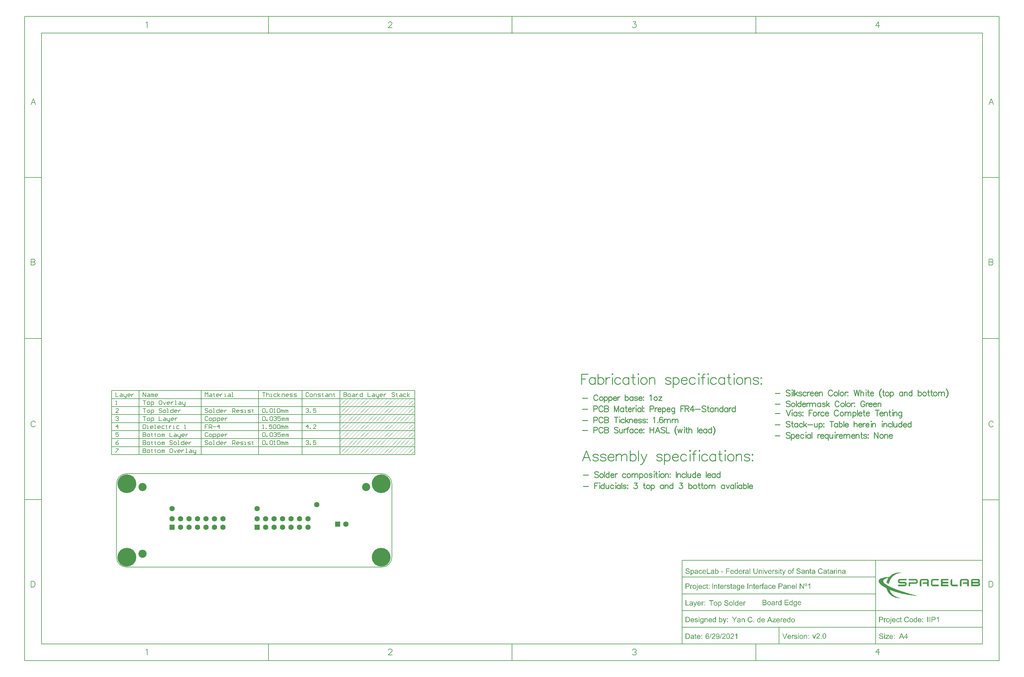
<source format=gts>
G04*
G04 #@! TF.GenerationSoftware,Altium Limited,Altium Designer,18.1.7 (191)*
G04*
G04 Layer_Color=8388736*
%FSLAX25Y25*%
%MOIN*%
G70*
G01*
G75*
%ADD10C,0.00787*%
%ADD11C,0.01000*%
%ADD14C,0.00100*%
%ADD15C,0.00700*%
%ADD17C,0.03594*%
%ADD18C,0.22047*%
%ADD19C,0.06299*%
%ADD20R,0.06299X0.06299*%
%ADD21R,0.06394X0.06394*%
%ADD22C,0.06394*%
G36*
X297688Y97388D02*
X298788Y94488D01*
X297688Y91388D01*
X294488Y90188D01*
X291388Y91388D01*
X290188Y94488D01*
X291388Y97588D01*
X294488Y98788D01*
X297688Y97388D01*
D02*
G37*
G36*
X33909D02*
X35009Y94488D01*
X33909Y91388D01*
X30709Y90188D01*
X27609Y91388D01*
X26409Y94488D01*
X27609Y97588D01*
X30709Y98788D01*
X33909Y97388D01*
D02*
G37*
G36*
Y18648D02*
X35009Y15748D01*
X33909Y12648D01*
X30709Y11448D01*
X27609Y12648D01*
X26409Y15748D01*
X27609Y18848D01*
X30709Y20048D01*
X33909Y18648D01*
D02*
G37*
G36*
X799006Y-1464D02*
X799111Y-1474D01*
X799236Y-1493D01*
X799371Y-1512D01*
X799515Y-1541D01*
X799400Y-2214D01*
X799390D01*
X799361Y-2204D01*
X799313Y-2194D01*
X799255Y-2185D01*
X799179D01*
X799102Y-2175D01*
X798938Y-2166D01*
X798881D01*
X798823Y-2175D01*
X798746Y-2185D01*
X798669Y-2204D01*
X798583Y-2233D01*
X798506Y-2271D01*
X798439Y-2319D01*
X798429Y-2329D01*
X798419Y-2348D01*
X798390Y-2387D01*
X798371Y-2444D01*
X798343Y-2521D01*
X798314Y-2627D01*
X798304Y-2742D01*
X798294Y-2886D01*
Y-3300D01*
X799188D01*
Y-3905D01*
X798304D01*
Y-7874D01*
X797526D01*
Y-3905D01*
X796843D01*
Y-3300D01*
X797526D01*
Y-2819D01*
Y-2810D01*
Y-2800D01*
Y-2742D01*
X797535Y-2665D01*
Y-2560D01*
X797545Y-2454D01*
X797564Y-2339D01*
X797583Y-2233D01*
X797612Y-2137D01*
X797622Y-2127D01*
X797631Y-2089D01*
X797660Y-2031D01*
X797699Y-1964D01*
X797756Y-1877D01*
X797823Y-1801D01*
X797900Y-1724D01*
X797997Y-1647D01*
X798006Y-1637D01*
X798054Y-1618D01*
X798112Y-1589D01*
X798208Y-1551D01*
X798314Y-1512D01*
X798458Y-1483D01*
X798612Y-1464D01*
X798794Y-1455D01*
X798919D01*
X799006Y-1464D01*
D02*
G37*
G36*
X850064Y-2444D02*
X849285D01*
Y-1560D01*
X850064D01*
Y-2444D01*
D02*
G37*
G36*
X781957D02*
X781179D01*
Y-1560D01*
X781957D01*
Y-2444D01*
D02*
G37*
G36*
X763343D02*
X762565D01*
Y-1560D01*
X763343D01*
Y-2444D01*
D02*
G37*
G36*
X804704Y-1464D02*
X804772D01*
X804935Y-1483D01*
X805127Y-1512D01*
X805339Y-1551D01*
X805550Y-1608D01*
X805752Y-1685D01*
X805761D01*
X805771Y-1695D01*
X805800Y-1704D01*
X805838Y-1724D01*
X805934Y-1781D01*
X806059Y-1849D01*
X806194Y-1945D01*
X806328Y-2060D01*
X806463Y-2194D01*
X806578Y-2348D01*
X806588Y-2368D01*
X806626Y-2425D01*
X806674Y-2521D01*
X806722Y-2637D01*
X806780Y-2781D01*
X806838Y-2954D01*
X806876Y-3136D01*
X806895Y-3338D01*
X806098Y-3396D01*
Y-3386D01*
Y-3367D01*
X806088Y-3338D01*
X806079Y-3300D01*
X806059Y-3194D01*
X806021Y-3059D01*
X805963Y-2915D01*
X805886Y-2771D01*
X805781Y-2627D01*
X805656Y-2502D01*
X805637Y-2492D01*
X805588Y-2454D01*
X805502Y-2406D01*
X805387Y-2348D01*
X805233Y-2291D01*
X805041Y-2243D01*
X804820Y-2204D01*
X804560Y-2194D01*
X804435D01*
X804378Y-2204D01*
X804301D01*
X804137Y-2233D01*
X803955Y-2262D01*
X803772Y-2310D01*
X803599Y-2377D01*
X803522Y-2425D01*
X803455Y-2473D01*
X803445Y-2483D01*
X803407Y-2521D01*
X803349Y-2579D01*
X803292Y-2665D01*
X803224Y-2761D01*
X803176Y-2877D01*
X803138Y-3002D01*
X803119Y-3146D01*
Y-3165D01*
Y-3204D01*
X803128Y-3271D01*
X803148Y-3348D01*
X803176Y-3434D01*
X803224Y-3530D01*
X803282Y-3617D01*
X803359Y-3703D01*
X803368Y-3713D01*
X803417Y-3742D01*
X803445Y-3761D01*
X803484Y-3790D01*
X803541Y-3809D01*
X803609Y-3838D01*
X803686Y-3876D01*
X803772Y-3915D01*
X803868Y-3943D01*
X803984Y-3982D01*
X804118Y-4030D01*
X804262Y-4069D01*
X804426Y-4107D01*
X804608Y-4155D01*
X804618D01*
X804656Y-4165D01*
X804704Y-4174D01*
X804772Y-4193D01*
X804858Y-4213D01*
X804954Y-4241D01*
X805166Y-4290D01*
X805396Y-4357D01*
X805627Y-4424D01*
X805742Y-4453D01*
X805838Y-4491D01*
X805934Y-4530D01*
X806011Y-4559D01*
X806021D01*
X806040Y-4568D01*
X806059Y-4587D01*
X806098Y-4607D01*
X806194Y-4664D01*
X806319Y-4732D01*
X806453Y-4828D01*
X806588Y-4943D01*
X806713Y-5068D01*
X806818Y-5202D01*
X806828Y-5222D01*
X806857Y-5270D01*
X806905Y-5347D01*
X806953Y-5462D01*
X807001Y-5587D01*
X807049Y-5741D01*
X807078Y-5914D01*
X807088Y-6096D01*
Y-6106D01*
Y-6115D01*
Y-6144D01*
Y-6183D01*
X807068Y-6279D01*
X807049Y-6404D01*
X807020Y-6548D01*
X806963Y-6711D01*
X806895Y-6884D01*
X806799Y-7048D01*
X806790Y-7067D01*
X806742Y-7124D01*
X806684Y-7201D01*
X806588Y-7297D01*
X806472Y-7413D01*
X806328Y-7528D01*
X806155Y-7634D01*
X805963Y-7739D01*
X805954D01*
X805934Y-7749D01*
X805906Y-7759D01*
X805867Y-7778D01*
X805819Y-7797D01*
X805761Y-7816D01*
X805608Y-7855D01*
X805435Y-7903D01*
X805223Y-7941D01*
X805002Y-7970D01*
X804752Y-7980D01*
X804608D01*
X804541Y-7970D01*
X804454D01*
X804358Y-7960D01*
X804253Y-7951D01*
X804032Y-7922D01*
X803791Y-7874D01*
X803551Y-7816D01*
X803321Y-7739D01*
X803311D01*
X803292Y-7730D01*
X803263Y-7711D01*
X803224Y-7691D01*
X803119Y-7634D01*
X802994Y-7547D01*
X802840Y-7442D01*
X802696Y-7317D01*
X802542Y-7163D01*
X802407Y-6990D01*
Y-6980D01*
X802398Y-6971D01*
X802379Y-6942D01*
X802359Y-6903D01*
X802331Y-6855D01*
X802302Y-6798D01*
X802244Y-6654D01*
X802186Y-6490D01*
X802129Y-6288D01*
X802090Y-6077D01*
X802071Y-5846D01*
X802859Y-5779D01*
Y-5789D01*
Y-5798D01*
X802869Y-5856D01*
X802888Y-5942D01*
X802907Y-6058D01*
X802946Y-6183D01*
X802984Y-6317D01*
X803042Y-6442D01*
X803109Y-6567D01*
X803119Y-6577D01*
X803148Y-6615D01*
X803195Y-6673D01*
X803272Y-6740D01*
X803359Y-6817D01*
X803465Y-6903D01*
X803599Y-6980D01*
X803743Y-7057D01*
X803753D01*
X803763Y-7067D01*
X803820Y-7086D01*
X803907Y-7115D01*
X804032Y-7144D01*
X804166Y-7182D01*
X804339Y-7211D01*
X804522Y-7230D01*
X804714Y-7240D01*
X804791D01*
X804887Y-7230D01*
X804993Y-7220D01*
X805127Y-7211D01*
X805262Y-7182D01*
X805406Y-7153D01*
X805550Y-7105D01*
X805569Y-7096D01*
X805608Y-7076D01*
X805675Y-7048D01*
X805752Y-7000D01*
X805848Y-6942D01*
X805934Y-6875D01*
X806021Y-6798D01*
X806098Y-6711D01*
X806107Y-6702D01*
X806127Y-6663D01*
X806155Y-6615D01*
X806194Y-6548D01*
X806223Y-6471D01*
X806252Y-6375D01*
X806271Y-6279D01*
X806280Y-6173D01*
Y-6163D01*
Y-6125D01*
X806271Y-6067D01*
X806261Y-6000D01*
X806242Y-5914D01*
X806203Y-5827D01*
X806165Y-5741D01*
X806107Y-5654D01*
X806098Y-5644D01*
X806079Y-5616D01*
X806030Y-5577D01*
X805973Y-5520D01*
X805896Y-5462D01*
X805800Y-5404D01*
X805675Y-5337D01*
X805540Y-5279D01*
X805531Y-5270D01*
X805492Y-5260D01*
X805415Y-5241D01*
X805367Y-5222D01*
X805310Y-5202D01*
X805233Y-5183D01*
X805156Y-5164D01*
X805060Y-5135D01*
X804964Y-5106D01*
X804848Y-5077D01*
X804714Y-5049D01*
X804570Y-5010D01*
X804416Y-4972D01*
X804406D01*
X804378Y-4962D01*
X804329Y-4953D01*
X804272Y-4933D01*
X804205Y-4914D01*
X804128Y-4895D01*
X803945Y-4847D01*
X803743Y-4780D01*
X803541Y-4712D01*
X803359Y-4645D01*
X803272Y-4616D01*
X803205Y-4578D01*
X803195D01*
X803186Y-4568D01*
X803128Y-4530D01*
X803051Y-4482D01*
X802955Y-4414D01*
X802840Y-4328D01*
X802734Y-4232D01*
X802629Y-4117D01*
X802532Y-3992D01*
X802523Y-3972D01*
X802494Y-3924D01*
X802465Y-3857D01*
X802427Y-3761D01*
X802379Y-3646D01*
X802350Y-3511D01*
X802321Y-3357D01*
X802311Y-3204D01*
Y-3194D01*
Y-3184D01*
Y-3156D01*
Y-3117D01*
X802331Y-3031D01*
X802350Y-2915D01*
X802379Y-2771D01*
X802427Y-2627D01*
X802494Y-2464D01*
X802581Y-2310D01*
Y-2300D01*
X802590Y-2291D01*
X802629Y-2243D01*
X802696Y-2166D01*
X802782Y-2070D01*
X802888Y-1973D01*
X803022Y-1868D01*
X803186Y-1762D01*
X803368Y-1676D01*
X803378D01*
X803388Y-1666D01*
X803417Y-1656D01*
X803465Y-1637D01*
X803513Y-1627D01*
X803570Y-1608D01*
X803705Y-1560D01*
X803878Y-1522D01*
X804070Y-1493D01*
X804291Y-1464D01*
X804522Y-1455D01*
X804637D01*
X804704Y-1464D01*
D02*
G37*
G36*
X673893D02*
X673960D01*
X674124Y-1483D01*
X674316Y-1512D01*
X674527Y-1551D01*
X674739Y-1608D01*
X674940Y-1685D01*
X674950D01*
X674960Y-1695D01*
X674989Y-1704D01*
X675027Y-1724D01*
X675123Y-1781D01*
X675248Y-1849D01*
X675383Y-1945D01*
X675517Y-2060D01*
X675652Y-2194D01*
X675767Y-2348D01*
X675776Y-2368D01*
X675815Y-2425D01*
X675863Y-2521D01*
X675911Y-2637D01*
X675969Y-2781D01*
X676026Y-2954D01*
X676065Y-3136D01*
X676084Y-3338D01*
X675286Y-3396D01*
Y-3386D01*
Y-3367D01*
X675277Y-3338D01*
X675267Y-3300D01*
X675248Y-3194D01*
X675210Y-3059D01*
X675152Y-2915D01*
X675075Y-2771D01*
X674969Y-2627D01*
X674844Y-2502D01*
X674825Y-2492D01*
X674777Y-2454D01*
X674691Y-2406D01*
X674575Y-2348D01*
X674422Y-2291D01*
X674229Y-2243D01*
X674008Y-2204D01*
X673749Y-2194D01*
X673624D01*
X673566Y-2204D01*
X673489D01*
X673326Y-2233D01*
X673143Y-2262D01*
X672961Y-2310D01*
X672788Y-2377D01*
X672711Y-2425D01*
X672644Y-2473D01*
X672634Y-2483D01*
X672596Y-2521D01*
X672538Y-2579D01*
X672480Y-2665D01*
X672413Y-2761D01*
X672365Y-2877D01*
X672327Y-3002D01*
X672307Y-3146D01*
Y-3165D01*
Y-3204D01*
X672317Y-3271D01*
X672336Y-3348D01*
X672365Y-3434D01*
X672413Y-3530D01*
X672471Y-3617D01*
X672548Y-3703D01*
X672557Y-3713D01*
X672605Y-3742D01*
X672634Y-3761D01*
X672673Y-3790D01*
X672730Y-3809D01*
X672797Y-3838D01*
X672874Y-3876D01*
X672961Y-3915D01*
X673057Y-3943D01*
X673172Y-3982D01*
X673307Y-4030D01*
X673451Y-4069D01*
X673614Y-4107D01*
X673797Y-4155D01*
X673806D01*
X673845Y-4165D01*
X673893Y-4174D01*
X673960Y-4193D01*
X674047Y-4213D01*
X674143Y-4241D01*
X674354Y-4290D01*
X674585Y-4357D01*
X674816Y-4424D01*
X674931Y-4453D01*
X675027Y-4491D01*
X675123Y-4530D01*
X675200Y-4559D01*
X675210D01*
X675229Y-4568D01*
X675248Y-4587D01*
X675286Y-4607D01*
X675383Y-4664D01*
X675507Y-4732D01*
X675642Y-4828D01*
X675776Y-4943D01*
X675902Y-5068D01*
X676007Y-5202D01*
X676017Y-5222D01*
X676046Y-5270D01*
X676094Y-5347D01*
X676142Y-5462D01*
X676190Y-5587D01*
X676238Y-5741D01*
X676267Y-5914D01*
X676276Y-6096D01*
Y-6106D01*
Y-6115D01*
Y-6144D01*
Y-6183D01*
X676257Y-6279D01*
X676238Y-6404D01*
X676209Y-6548D01*
X676151Y-6711D01*
X676084Y-6884D01*
X675988Y-7048D01*
X675978Y-7067D01*
X675930Y-7124D01*
X675873Y-7201D01*
X675776Y-7297D01*
X675661Y-7413D01*
X675517Y-7528D01*
X675344Y-7634D01*
X675152Y-7739D01*
X675142D01*
X675123Y-7749D01*
X675094Y-7759D01*
X675056Y-7778D01*
X675008Y-7797D01*
X674950Y-7816D01*
X674796Y-7855D01*
X674623Y-7903D01*
X674412Y-7941D01*
X674191Y-7970D01*
X673941Y-7980D01*
X673797D01*
X673730Y-7970D01*
X673643D01*
X673547Y-7960D01*
X673441Y-7951D01*
X673220Y-7922D01*
X672980Y-7874D01*
X672740Y-7816D01*
X672509Y-7739D01*
X672500D01*
X672480Y-7730D01*
X672451Y-7711D01*
X672413Y-7691D01*
X672307Y-7634D01*
X672182Y-7547D01*
X672029Y-7442D01*
X671884Y-7317D01*
X671731Y-7163D01*
X671596Y-6990D01*
Y-6980D01*
X671587Y-6971D01*
X671567Y-6942D01*
X671548Y-6903D01*
X671519Y-6855D01*
X671490Y-6798D01*
X671433Y-6654D01*
X671375Y-6490D01*
X671317Y-6288D01*
X671279Y-6077D01*
X671260Y-5846D01*
X672048Y-5779D01*
Y-5789D01*
Y-5798D01*
X672057Y-5856D01*
X672077Y-5942D01*
X672096Y-6058D01*
X672134Y-6183D01*
X672173Y-6317D01*
X672230Y-6442D01*
X672298Y-6567D01*
X672307Y-6577D01*
X672336Y-6615D01*
X672384Y-6673D01*
X672461Y-6740D01*
X672548Y-6817D01*
X672653Y-6903D01*
X672788Y-6980D01*
X672932Y-7057D01*
X672942D01*
X672951Y-7067D01*
X673009Y-7086D01*
X673095Y-7115D01*
X673220Y-7144D01*
X673355Y-7182D01*
X673528Y-7211D01*
X673710Y-7230D01*
X673903Y-7240D01*
X673980D01*
X674076Y-7230D01*
X674181Y-7220D01*
X674316Y-7211D01*
X674450Y-7182D01*
X674594Y-7153D01*
X674739Y-7105D01*
X674758Y-7096D01*
X674796Y-7076D01*
X674864Y-7048D01*
X674940Y-7000D01*
X675037Y-6942D01*
X675123Y-6875D01*
X675210Y-6798D01*
X675286Y-6711D01*
X675296Y-6702D01*
X675315Y-6663D01*
X675344Y-6615D01*
X675383Y-6548D01*
X675411Y-6471D01*
X675440Y-6375D01*
X675459Y-6279D01*
X675469Y-6173D01*
Y-6163D01*
Y-6125D01*
X675459Y-6067D01*
X675450Y-6000D01*
X675431Y-5914D01*
X675392Y-5827D01*
X675354Y-5741D01*
X675296Y-5654D01*
X675286Y-5644D01*
X675267Y-5616D01*
X675219Y-5577D01*
X675162Y-5520D01*
X675085Y-5462D01*
X674989Y-5404D01*
X674864Y-5337D01*
X674729Y-5279D01*
X674719Y-5270D01*
X674681Y-5260D01*
X674604Y-5241D01*
X674556Y-5222D01*
X674498Y-5202D01*
X674422Y-5183D01*
X674345Y-5164D01*
X674249Y-5135D01*
X674153Y-5106D01*
X674037Y-5077D01*
X673903Y-5049D01*
X673758Y-5010D01*
X673605Y-4972D01*
X673595D01*
X673566Y-4962D01*
X673518Y-4953D01*
X673460Y-4933D01*
X673393Y-4914D01*
X673316Y-4895D01*
X673134Y-4847D01*
X672932Y-4780D01*
X672730Y-4712D01*
X672548Y-4645D01*
X672461Y-4616D01*
X672394Y-4578D01*
X672384D01*
X672375Y-4568D01*
X672317Y-4530D01*
X672240Y-4482D01*
X672144Y-4414D01*
X672029Y-4328D01*
X671923Y-4232D01*
X671817Y-4117D01*
X671721Y-3992D01*
X671711Y-3972D01*
X671683Y-3924D01*
X671654Y-3857D01*
X671615Y-3761D01*
X671567Y-3646D01*
X671538Y-3511D01*
X671510Y-3357D01*
X671500Y-3204D01*
Y-3194D01*
Y-3184D01*
Y-3156D01*
Y-3117D01*
X671519Y-3031D01*
X671538Y-2915D01*
X671567Y-2771D01*
X671615Y-2627D01*
X671683Y-2464D01*
X671769Y-2310D01*
Y-2300D01*
X671779Y-2291D01*
X671817Y-2243D01*
X671884Y-2166D01*
X671971Y-2070D01*
X672077Y-1973D01*
X672211Y-1868D01*
X672375Y-1762D01*
X672557Y-1676D01*
X672567D01*
X672576Y-1666D01*
X672605Y-1656D01*
X672653Y-1637D01*
X672701Y-1627D01*
X672759Y-1608D01*
X672893Y-1560D01*
X673067Y-1522D01*
X673259Y-1493D01*
X673480Y-1464D01*
X673710Y-1455D01*
X673826D01*
X673893Y-1464D01*
D02*
G37*
G36*
X830728D02*
X830805Y-1474D01*
X830901Y-1483D01*
X831007Y-1493D01*
X831122Y-1512D01*
X831372Y-1570D01*
X831641Y-1656D01*
X831776Y-1714D01*
X831910Y-1781D01*
X832035Y-1858D01*
X832160Y-1945D01*
X832170Y-1954D01*
X832189Y-1964D01*
X832218Y-1993D01*
X832266Y-2031D01*
X832314Y-2079D01*
X832381Y-2146D01*
X832448Y-2214D01*
X832516Y-2291D01*
X832592Y-2387D01*
X832660Y-2483D01*
X832737Y-2598D01*
X832814Y-2723D01*
X832881Y-2848D01*
X832948Y-2992D01*
X833063Y-3300D01*
X832237Y-3492D01*
Y-3482D01*
X832227Y-3463D01*
X832218Y-3425D01*
X832199Y-3376D01*
X832170Y-3319D01*
X832141Y-3252D01*
X832074Y-3108D01*
X831987Y-2944D01*
X831872Y-2771D01*
X831747Y-2617D01*
X831593Y-2483D01*
X831574Y-2473D01*
X831516Y-2435D01*
X831430Y-2387D01*
X831305Y-2319D01*
X831161Y-2262D01*
X830978Y-2214D01*
X830776Y-2175D01*
X830546Y-2166D01*
X830478D01*
X830430Y-2175D01*
X830363D01*
X830296Y-2185D01*
X830123Y-2214D01*
X829931Y-2252D01*
X829729Y-2319D01*
X829527Y-2406D01*
X829335Y-2521D01*
X829325D01*
X829315Y-2541D01*
X829258Y-2589D01*
X829171Y-2665D01*
X829066Y-2771D01*
X828960Y-2906D01*
X828845Y-3059D01*
X828739Y-3252D01*
X828652Y-3463D01*
Y-3473D01*
X828643Y-3492D01*
X828633Y-3521D01*
X828624Y-3569D01*
X828604Y-3617D01*
X828595Y-3684D01*
X828556Y-3838D01*
X828518Y-4020D01*
X828489Y-4222D01*
X828470Y-4443D01*
X828460Y-4674D01*
Y-4684D01*
Y-4712D01*
Y-4751D01*
Y-4808D01*
X828470Y-4876D01*
Y-4962D01*
X828479Y-5049D01*
X828489Y-5145D01*
X828518Y-5366D01*
X828556Y-5606D01*
X828614Y-5846D01*
X828691Y-6077D01*
Y-6087D01*
X828701Y-6106D01*
X828720Y-6135D01*
X828739Y-6173D01*
X828787Y-6288D01*
X828864Y-6413D01*
X828969Y-6567D01*
X829095Y-6711D01*
X829239Y-6855D01*
X829412Y-6980D01*
X829421D01*
X829431Y-6990D01*
X829460Y-7009D01*
X829498Y-7028D01*
X829604Y-7067D01*
X829738Y-7124D01*
X829892Y-7173D01*
X830075Y-7220D01*
X830276Y-7259D01*
X830488Y-7269D01*
X830555D01*
X830603Y-7259D01*
X830661D01*
X830738Y-7249D01*
X830901Y-7220D01*
X831084Y-7173D01*
X831286Y-7096D01*
X831478Y-7000D01*
X831670Y-6865D01*
X831680Y-6855D01*
X831689Y-6846D01*
X831747Y-6788D01*
X831833Y-6692D01*
X831939Y-6567D01*
X832045Y-6394D01*
X832160Y-6192D01*
X832256Y-5942D01*
X832333Y-5664D01*
X833169Y-5875D01*
Y-5885D01*
X833160Y-5923D01*
X833140Y-5971D01*
X833121Y-6048D01*
X833083Y-6125D01*
X833044Y-6231D01*
X833006Y-6336D01*
X832948Y-6452D01*
X832823Y-6711D01*
X832650Y-6971D01*
X832458Y-7220D01*
X832343Y-7336D01*
X832218Y-7442D01*
X832208Y-7451D01*
X832189Y-7461D01*
X832150Y-7490D01*
X832093Y-7528D01*
X832026Y-7566D01*
X831949Y-7615D01*
X831862Y-7663D01*
X831756Y-7711D01*
X831641Y-7759D01*
X831516Y-7807D01*
X831372Y-7855D01*
X831228Y-7893D01*
X830911Y-7960D01*
X830738Y-7970D01*
X830555Y-7980D01*
X830459D01*
X830382Y-7970D01*
X830296D01*
X830200Y-7960D01*
X830084Y-7941D01*
X829969Y-7932D01*
X829700Y-7874D01*
X829421Y-7807D01*
X829152Y-7701D01*
X829018Y-7643D01*
X828893Y-7566D01*
X828883Y-7557D01*
X828864Y-7547D01*
X828835Y-7518D01*
X828787Y-7490D01*
X828672Y-7394D01*
X828537Y-7259D01*
X828374Y-7096D01*
X828220Y-6884D01*
X828057Y-6644D01*
X827922Y-6365D01*
Y-6356D01*
X827912Y-6327D01*
X827893Y-6288D01*
X827874Y-6231D01*
X827845Y-6154D01*
X827816Y-6067D01*
X827787Y-5971D01*
X827759Y-5856D01*
X827730Y-5741D01*
X827701Y-5606D01*
X827643Y-5318D01*
X827605Y-5010D01*
X827595Y-4674D01*
Y-4664D01*
Y-4626D01*
Y-4578D01*
X827605Y-4510D01*
Y-4424D01*
X827614Y-4318D01*
X827624Y-4213D01*
X827643Y-4088D01*
X827691Y-3819D01*
X827749Y-3530D01*
X827845Y-3232D01*
X827970Y-2954D01*
Y-2944D01*
X827989Y-2925D01*
X828008Y-2886D01*
X828037Y-2829D01*
X828076Y-2771D01*
X828124Y-2704D01*
X828249Y-2541D01*
X828393Y-2358D01*
X828576Y-2175D01*
X828797Y-1993D01*
X829037Y-1839D01*
X829046D01*
X829066Y-1820D01*
X829104Y-1801D01*
X829162Y-1781D01*
X829219Y-1752D01*
X829296Y-1714D01*
X829392Y-1685D01*
X829488Y-1647D01*
X829594Y-1608D01*
X829710Y-1579D01*
X829969Y-1512D01*
X830257Y-1474D01*
X830565Y-1455D01*
X830661D01*
X830728Y-1464D01*
D02*
G37*
G36*
X732927Y-7874D02*
X732206D01*
Y-7307D01*
X732197Y-7317D01*
X732187Y-7336D01*
X732158Y-7365D01*
X732120Y-7413D01*
X732082Y-7461D01*
X732024Y-7518D01*
X731957Y-7576D01*
X731880Y-7643D01*
X731793Y-7701D01*
X731697Y-7768D01*
X731591Y-7826D01*
X731486Y-7874D01*
X731361Y-7922D01*
X731226Y-7951D01*
X731082Y-7970D01*
X730928Y-7980D01*
X730871D01*
X730832Y-7970D01*
X730726Y-7960D01*
X730602Y-7941D01*
X730438Y-7903D01*
X730275Y-7855D01*
X730092Y-7778D01*
X729919Y-7682D01*
X729910D01*
X729900Y-7672D01*
X729842Y-7624D01*
X729766Y-7557D01*
X729660Y-7461D01*
X729554Y-7345D01*
X729429Y-7201D01*
X729323Y-7038D01*
X729218Y-6846D01*
Y-6836D01*
X729208Y-6817D01*
X729199Y-6788D01*
X729179Y-6750D01*
X729160Y-6702D01*
X729141Y-6634D01*
X729093Y-6481D01*
X729045Y-6298D01*
X729006Y-6087D01*
X728977Y-5856D01*
X728968Y-5596D01*
Y-5587D01*
Y-5568D01*
Y-5529D01*
Y-5481D01*
X728977Y-5424D01*
Y-5347D01*
X728997Y-5183D01*
X729026Y-4991D01*
X729064Y-4789D01*
X729112Y-4568D01*
X729189Y-4357D01*
Y-4347D01*
X729199Y-4328D01*
X729218Y-4299D01*
X729237Y-4261D01*
X729285Y-4165D01*
X729362Y-4040D01*
X729458Y-3895D01*
X729573Y-3751D01*
X729708Y-3617D01*
X729871Y-3492D01*
X729881D01*
X729890Y-3482D01*
X729948Y-3444D01*
X730044Y-3396D01*
X730169Y-3338D01*
X730323Y-3290D01*
X730496Y-3242D01*
X730688Y-3204D01*
X730890Y-3194D01*
X730957D01*
X731034Y-3204D01*
X731140Y-3213D01*
X731246Y-3242D01*
X731370Y-3271D01*
X731495Y-3319D01*
X731620Y-3376D01*
X731639Y-3386D01*
X731678Y-3405D01*
X731736Y-3444D01*
X731812Y-3501D01*
X731889Y-3559D01*
X731985Y-3636D01*
X732072Y-3732D01*
X732149Y-3828D01*
Y-1560D01*
X732927D01*
Y-7874D01*
D02*
G37*
G36*
X679553Y-3213D02*
X679688Y-3232D01*
X679851Y-3271D01*
X680024Y-3319D01*
X680197Y-3396D01*
X680370Y-3501D01*
X680380D01*
X680389Y-3511D01*
X680447Y-3559D01*
X680524Y-3626D01*
X680630Y-3723D01*
X680735Y-3838D01*
X680851Y-3992D01*
X680956Y-4155D01*
X681052Y-4357D01*
Y-4366D01*
X681062Y-4386D01*
X681072Y-4414D01*
X681091Y-4453D01*
X681110Y-4501D01*
X681129Y-4568D01*
X681168Y-4712D01*
X681206Y-4895D01*
X681245Y-5097D01*
X681274Y-5318D01*
X681283Y-5558D01*
Y-5568D01*
Y-5587D01*
Y-5625D01*
Y-5673D01*
X681274Y-5741D01*
Y-5808D01*
X681254Y-5981D01*
X681216Y-6173D01*
X681177Y-6385D01*
X681110Y-6605D01*
X681024Y-6826D01*
Y-6836D01*
X681014Y-6855D01*
X680995Y-6884D01*
X680976Y-6923D01*
X680918Y-7019D01*
X680841Y-7144D01*
X680735Y-7278D01*
X680610Y-7422D01*
X680466Y-7557D01*
X680293Y-7682D01*
X680284D01*
X680274Y-7691D01*
X680245Y-7711D01*
X680207Y-7730D01*
X680111Y-7778D01*
X679986Y-7826D01*
X679832Y-7884D01*
X679669Y-7932D01*
X679476Y-7970D01*
X679284Y-7980D01*
X679217D01*
X679150Y-7970D01*
X679053Y-7960D01*
X678948Y-7941D01*
X678832Y-7913D01*
X678708Y-7874D01*
X678592Y-7826D01*
X678583Y-7816D01*
X678544Y-7797D01*
X678487Y-7759D01*
X678419Y-7711D01*
X678333Y-7653D01*
X678256Y-7586D01*
X678169Y-7499D01*
X678093Y-7413D01*
Y-9623D01*
X677314D01*
Y-3300D01*
X678025D01*
Y-3895D01*
X678035Y-3876D01*
X678064Y-3838D01*
X678121Y-3780D01*
X678189Y-3703D01*
X678265Y-3617D01*
X678362Y-3530D01*
X678467Y-3444D01*
X678583Y-3376D01*
X678602Y-3367D01*
X678640Y-3348D01*
X678708Y-3319D01*
X678794Y-3280D01*
X678909Y-3252D01*
X679034Y-3223D01*
X679178Y-3204D01*
X679342Y-3194D01*
X679438D01*
X679553Y-3213D01*
D02*
G37*
G36*
X853542Y-3204D02*
X853638Y-3213D01*
X853754Y-3232D01*
X853888Y-3261D01*
X854013Y-3300D01*
X854148Y-3348D01*
X854167Y-3357D01*
X854205Y-3376D01*
X854263Y-3405D01*
X854340Y-3453D01*
X854426Y-3511D01*
X854513Y-3578D01*
X854599Y-3655D01*
X854667Y-3742D01*
X854676Y-3751D01*
X854696Y-3780D01*
X854724Y-3838D01*
X854763Y-3905D01*
X854801Y-3982D01*
X854840Y-4078D01*
X854878Y-4193D01*
X854907Y-4309D01*
Y-4318D01*
X854916Y-4347D01*
X854926Y-4405D01*
X854936Y-4482D01*
Y-4587D01*
X854945Y-4722D01*
X854955Y-4876D01*
Y-5068D01*
Y-7874D01*
X854177D01*
Y-5097D01*
Y-5087D01*
Y-5077D01*
Y-5020D01*
Y-4933D01*
X854167Y-4828D01*
X854157Y-4722D01*
X854138Y-4597D01*
X854109Y-4491D01*
X854080Y-4395D01*
Y-4386D01*
X854061Y-4357D01*
X854042Y-4309D01*
X854013Y-4261D01*
X853965Y-4193D01*
X853907Y-4136D01*
X853840Y-4069D01*
X853763Y-4011D01*
X853754Y-4001D01*
X853725Y-3992D01*
X853677Y-3963D01*
X853610Y-3934D01*
X853533Y-3915D01*
X853437Y-3886D01*
X853341Y-3876D01*
X853225Y-3867D01*
X853139D01*
X853052Y-3886D01*
X852927Y-3905D01*
X852793Y-3943D01*
X852658Y-4001D01*
X852504Y-4078D01*
X852370Y-4184D01*
X852351Y-4203D01*
X852312Y-4251D01*
X852255Y-4328D01*
X852226Y-4386D01*
X852197Y-4453D01*
X852159Y-4530D01*
X852130Y-4616D01*
X852101Y-4712D01*
X852072Y-4818D01*
X852043Y-4943D01*
X852034Y-5077D01*
X852014Y-5222D01*
Y-5375D01*
Y-7874D01*
X851236D01*
Y-3300D01*
X851937D01*
Y-3953D01*
X851947Y-3943D01*
X851957Y-3924D01*
X851985Y-3886D01*
X852034Y-3838D01*
X852082Y-3780D01*
X852149Y-3713D01*
X852216Y-3646D01*
X852303Y-3569D01*
X852408Y-3501D01*
X852514Y-3434D01*
X852629Y-3367D01*
X852764Y-3309D01*
X852899Y-3261D01*
X853052Y-3223D01*
X853216Y-3204D01*
X853389Y-3194D01*
X853456D01*
X853542Y-3204D01*
D02*
G37*
G36*
X815333D02*
X815429Y-3213D01*
X815544Y-3232D01*
X815679Y-3261D01*
X815804Y-3300D01*
X815938Y-3348D01*
X815958Y-3357D01*
X815996Y-3376D01*
X816054Y-3405D01*
X816131Y-3453D01*
X816217Y-3511D01*
X816304Y-3578D01*
X816390Y-3655D01*
X816457Y-3742D01*
X816467Y-3751D01*
X816486Y-3780D01*
X816515Y-3838D01*
X816553Y-3905D01*
X816592Y-3982D01*
X816630Y-4078D01*
X816669Y-4193D01*
X816698Y-4309D01*
Y-4318D01*
X816707Y-4347D01*
X816717Y-4405D01*
X816726Y-4482D01*
Y-4587D01*
X816736Y-4722D01*
X816746Y-4876D01*
Y-5068D01*
Y-7874D01*
X815967D01*
Y-5097D01*
Y-5087D01*
Y-5077D01*
Y-5020D01*
Y-4933D01*
X815958Y-4828D01*
X815948Y-4722D01*
X815929Y-4597D01*
X815900Y-4491D01*
X815871Y-4395D01*
Y-4386D01*
X815852Y-4357D01*
X815833Y-4309D01*
X815804Y-4261D01*
X815756Y-4193D01*
X815698Y-4136D01*
X815631Y-4069D01*
X815554Y-4011D01*
X815544Y-4001D01*
X815516Y-3992D01*
X815467Y-3963D01*
X815400Y-3934D01*
X815323Y-3915D01*
X815227Y-3886D01*
X815131Y-3876D01*
X815016Y-3867D01*
X814929D01*
X814843Y-3886D01*
X814718Y-3905D01*
X814583Y-3943D01*
X814449Y-4001D01*
X814295Y-4078D01*
X814161Y-4184D01*
X814141Y-4203D01*
X814103Y-4251D01*
X814045Y-4328D01*
X814016Y-4386D01*
X813988Y-4453D01*
X813949Y-4530D01*
X813920Y-4616D01*
X813892Y-4712D01*
X813863Y-4818D01*
X813834Y-4943D01*
X813824Y-5077D01*
X813805Y-5222D01*
Y-5375D01*
Y-7874D01*
X813027D01*
Y-3300D01*
X813728D01*
Y-3953D01*
X813738Y-3943D01*
X813747Y-3924D01*
X813776Y-3886D01*
X813824Y-3838D01*
X813872Y-3780D01*
X813939Y-3713D01*
X814007Y-3646D01*
X814093Y-3569D01*
X814199Y-3501D01*
X814305Y-3434D01*
X814420Y-3367D01*
X814555Y-3309D01*
X814689Y-3261D01*
X814843Y-3223D01*
X815006Y-3204D01*
X815179Y-3194D01*
X815246D01*
X815333Y-3204D01*
D02*
G37*
G36*
X759960D02*
X760056Y-3213D01*
X760172Y-3232D01*
X760306Y-3261D01*
X760431Y-3300D01*
X760566Y-3348D01*
X760585Y-3357D01*
X760623Y-3376D01*
X760681Y-3405D01*
X760758Y-3453D01*
X760844Y-3511D01*
X760931Y-3578D01*
X761017Y-3655D01*
X761085Y-3742D01*
X761094Y-3751D01*
X761113Y-3780D01*
X761142Y-3838D01*
X761181Y-3905D01*
X761219Y-3982D01*
X761258Y-4078D01*
X761296Y-4193D01*
X761325Y-4309D01*
Y-4318D01*
X761334Y-4347D01*
X761344Y-4405D01*
X761354Y-4482D01*
Y-4587D01*
X761363Y-4722D01*
X761373Y-4876D01*
Y-5068D01*
Y-7874D01*
X760594D01*
Y-5097D01*
Y-5087D01*
Y-5077D01*
Y-5020D01*
Y-4933D01*
X760585Y-4828D01*
X760575Y-4722D01*
X760556Y-4597D01*
X760527Y-4491D01*
X760498Y-4395D01*
Y-4386D01*
X760479Y-4357D01*
X760460Y-4309D01*
X760431Y-4261D01*
X760383Y-4193D01*
X760325Y-4136D01*
X760258Y-4069D01*
X760181Y-4011D01*
X760172Y-4001D01*
X760143Y-3992D01*
X760095Y-3963D01*
X760027Y-3934D01*
X759950Y-3915D01*
X759854Y-3886D01*
X759758Y-3876D01*
X759643Y-3867D01*
X759556D01*
X759470Y-3886D01*
X759345Y-3905D01*
X759211Y-3943D01*
X759076Y-4001D01*
X758922Y-4078D01*
X758788Y-4184D01*
X758769Y-4203D01*
X758730Y-4251D01*
X758672Y-4328D01*
X758644Y-4386D01*
X758615Y-4453D01*
X758576Y-4530D01*
X758547Y-4616D01*
X758519Y-4712D01*
X758490Y-4818D01*
X758461Y-4943D01*
X758451Y-5077D01*
X758432Y-5222D01*
Y-5375D01*
Y-7874D01*
X757654D01*
Y-3300D01*
X758355D01*
Y-3953D01*
X758365Y-3943D01*
X758375Y-3924D01*
X758403Y-3886D01*
X758451Y-3838D01*
X758499Y-3780D01*
X758567Y-3713D01*
X758634Y-3646D01*
X758720Y-3569D01*
X758826Y-3501D01*
X758932Y-3434D01*
X759047Y-3367D01*
X759182Y-3309D01*
X759316Y-3261D01*
X759470Y-3223D01*
X759633Y-3204D01*
X759806Y-3194D01*
X759874D01*
X759960Y-3204D01*
D02*
G37*
G36*
X848170D02*
X848276Y-3223D01*
X848391Y-3261D01*
X848526Y-3300D01*
X848670Y-3367D01*
X848824Y-3453D01*
X848545Y-4165D01*
X848536Y-4155D01*
X848497Y-4136D01*
X848439Y-4107D01*
X848372Y-4078D01*
X848286Y-4049D01*
X848190Y-4020D01*
X848084Y-4001D01*
X847978Y-3992D01*
X847940D01*
X847892Y-4001D01*
X847824Y-4011D01*
X847757Y-4030D01*
X847680Y-4059D01*
X847603Y-4097D01*
X847526Y-4145D01*
X847517Y-4155D01*
X847498Y-4174D01*
X847459Y-4213D01*
X847421Y-4261D01*
X847373Y-4318D01*
X847325Y-4395D01*
X847286Y-4482D01*
X847248Y-4578D01*
X847238Y-4597D01*
X847229Y-4645D01*
X847209Y-4732D01*
X847190Y-4847D01*
X847161Y-4981D01*
X847142Y-5135D01*
X847132Y-5299D01*
X847123Y-5481D01*
Y-7874D01*
X846344D01*
Y-3300D01*
X847046D01*
Y-3982D01*
X847056Y-3972D01*
X847094Y-3915D01*
X847142Y-3828D01*
X847200Y-3732D01*
X847277Y-3626D01*
X847363Y-3521D01*
X847440Y-3425D01*
X847526Y-3357D01*
X847536Y-3348D01*
X847565Y-3328D01*
X847613Y-3309D01*
X847680Y-3271D01*
X847748Y-3242D01*
X847834Y-3223D01*
X847930Y-3204D01*
X848026Y-3194D01*
X848093D01*
X848170Y-3204D01*
D02*
G37*
G36*
X775653D02*
X775759Y-3223D01*
X775874Y-3261D01*
X776009Y-3300D01*
X776153Y-3367D01*
X776307Y-3453D01*
X776028Y-4165D01*
X776018Y-4155D01*
X775980Y-4136D01*
X775922Y-4107D01*
X775855Y-4078D01*
X775769Y-4049D01*
X775672Y-4020D01*
X775567Y-4001D01*
X775461Y-3992D01*
X775423D01*
X775375Y-4001D01*
X775307Y-4011D01*
X775240Y-4030D01*
X775163Y-4059D01*
X775086Y-4097D01*
X775009Y-4145D01*
X775000Y-4155D01*
X774981Y-4174D01*
X774942Y-4213D01*
X774904Y-4261D01*
X774856Y-4318D01*
X774808Y-4395D01*
X774769Y-4482D01*
X774731Y-4578D01*
X774721Y-4597D01*
X774712Y-4645D01*
X774692Y-4732D01*
X774673Y-4847D01*
X774644Y-4981D01*
X774625Y-5135D01*
X774615Y-5299D01*
X774606Y-5481D01*
Y-7874D01*
X773827D01*
Y-3300D01*
X774529D01*
Y-3982D01*
X774539Y-3972D01*
X774577Y-3915D01*
X774625Y-3828D01*
X774683Y-3732D01*
X774759Y-3626D01*
X774846Y-3521D01*
X774923Y-3425D01*
X775009Y-3357D01*
X775019Y-3348D01*
X775048Y-3328D01*
X775096Y-3309D01*
X775163Y-3271D01*
X775230Y-3242D01*
X775317Y-3223D01*
X775413Y-3204D01*
X775509Y-3194D01*
X775576D01*
X775653Y-3204D01*
D02*
G37*
G36*
X740875D02*
X740980Y-3223D01*
X741096Y-3261D01*
X741230Y-3300D01*
X741374Y-3367D01*
X741528Y-3453D01*
X741250Y-4165D01*
X741240Y-4155D01*
X741201Y-4136D01*
X741144Y-4107D01*
X741077Y-4078D01*
X740990Y-4049D01*
X740894Y-4020D01*
X740788Y-4001D01*
X740683Y-3992D01*
X740644D01*
X740596Y-4001D01*
X740529Y-4011D01*
X740461Y-4030D01*
X740385Y-4059D01*
X740308Y-4097D01*
X740231Y-4145D01*
X740221Y-4155D01*
X740202Y-4174D01*
X740164Y-4213D01*
X740125Y-4261D01*
X740077Y-4318D01*
X740029Y-4395D01*
X739991Y-4482D01*
X739952Y-4578D01*
X739943Y-4597D01*
X739933Y-4645D01*
X739914Y-4732D01*
X739894Y-4847D01*
X739866Y-4981D01*
X739846Y-5135D01*
X739837Y-5299D01*
X739827Y-5481D01*
Y-7874D01*
X739049D01*
Y-3300D01*
X739750D01*
Y-3982D01*
X739760Y-3972D01*
X739798Y-3915D01*
X739846Y-3828D01*
X739904Y-3732D01*
X739981Y-3626D01*
X740067Y-3521D01*
X740144Y-3425D01*
X740231Y-3357D01*
X740240Y-3348D01*
X740269Y-3328D01*
X740317Y-3309D01*
X740385Y-3271D01*
X740452Y-3242D01*
X740538Y-3223D01*
X740634Y-3204D01*
X740730Y-3194D01*
X740798D01*
X740875Y-3204D01*
D02*
G37*
G36*
X778450D02*
X778575Y-3213D01*
X778728Y-3232D01*
X778882Y-3261D01*
X779046Y-3300D01*
X779199Y-3357D01*
X779209D01*
X779219Y-3367D01*
X779267Y-3386D01*
X779344Y-3425D01*
X779430Y-3463D01*
X779526Y-3530D01*
X779632Y-3598D01*
X779728Y-3684D01*
X779805Y-3780D01*
X779814Y-3790D01*
X779834Y-3828D01*
X779872Y-3886D01*
X779920Y-3963D01*
X779959Y-4059D01*
X780007Y-4184D01*
X780045Y-4318D01*
X780084Y-4472D01*
X779324Y-4578D01*
Y-4559D01*
X779315Y-4520D01*
X779295Y-4453D01*
X779267Y-4376D01*
X779228Y-4290D01*
X779171Y-4203D01*
X779103Y-4107D01*
X779017Y-4030D01*
X779007Y-4020D01*
X778969Y-4001D01*
X778911Y-3963D01*
X778834Y-3924D01*
X778738Y-3895D01*
X778613Y-3857D01*
X778479Y-3838D01*
X778315Y-3828D01*
X778229D01*
X778133Y-3838D01*
X778017Y-3847D01*
X777892Y-3876D01*
X777768Y-3905D01*
X777642Y-3953D01*
X777546Y-4011D01*
X777537Y-4020D01*
X777508Y-4040D01*
X777479Y-4078D01*
X777441Y-4126D01*
X777393Y-4184D01*
X777364Y-4261D01*
X777335Y-4338D01*
X777325Y-4424D01*
Y-4434D01*
Y-4453D01*
X777335Y-4482D01*
Y-4520D01*
X777364Y-4607D01*
X777412Y-4703D01*
X777422Y-4712D01*
X777431Y-4722D01*
X777489Y-4770D01*
X777527Y-4808D01*
X777575Y-4837D01*
X777642Y-4876D01*
X777710Y-4905D01*
X777719D01*
X777739Y-4914D01*
X777777Y-4924D01*
X777844Y-4943D01*
X777931Y-4972D01*
X778056Y-5010D01*
X778209Y-5049D01*
X778296Y-5077D01*
X778402Y-5106D01*
X778411D01*
X778440Y-5116D01*
X778479Y-5126D01*
X778536Y-5145D01*
X778604Y-5164D01*
X778680Y-5183D01*
X778853Y-5231D01*
X779046Y-5289D01*
X779238Y-5356D01*
X779411Y-5414D01*
X779488Y-5443D01*
X779555Y-5472D01*
X779574Y-5481D01*
X779613Y-5500D01*
X779670Y-5529D01*
X779738Y-5568D01*
X779824Y-5625D01*
X779911Y-5702D01*
X779987Y-5779D01*
X780064Y-5875D01*
X780074Y-5885D01*
X780093Y-5923D01*
X780122Y-5981D01*
X780160Y-6058D01*
X780199Y-6154D01*
X780228Y-6269D01*
X780247Y-6394D01*
X780257Y-6538D01*
Y-6558D01*
Y-6605D01*
X780247Y-6682D01*
X780228Y-6769D01*
X780199Y-6884D01*
X780160Y-7009D01*
X780103Y-7134D01*
X780026Y-7269D01*
X780016Y-7288D01*
X779987Y-7326D01*
X779930Y-7384D01*
X779853Y-7461D01*
X779766Y-7547D01*
X779651Y-7634D01*
X779517Y-7720D01*
X779363Y-7797D01*
X779344Y-7807D01*
X779286Y-7826D01*
X779199Y-7855D01*
X779084Y-7884D01*
X778940Y-7922D01*
X778777Y-7951D01*
X778594Y-7970D01*
X778402Y-7980D01*
X778315D01*
X778258Y-7970D01*
X778181D01*
X778094Y-7960D01*
X777892Y-7932D01*
X777671Y-7893D01*
X777450Y-7826D01*
X777229Y-7739D01*
X777133Y-7682D01*
X777037Y-7615D01*
X777028D01*
X777018Y-7595D01*
X776960Y-7547D01*
X776883Y-7461D01*
X776787Y-7336D01*
X776691Y-7182D01*
X776595Y-6990D01*
X776509Y-6769D01*
X776451Y-6509D01*
X777220Y-6385D01*
Y-6394D01*
Y-6404D01*
X777229Y-6461D01*
X777258Y-6548D01*
X777287Y-6654D01*
X777335Y-6769D01*
X777393Y-6884D01*
X777479Y-7000D01*
X777575Y-7105D01*
X777585Y-7115D01*
X777633Y-7144D01*
X777700Y-7182D01*
X777787Y-7220D01*
X777912Y-7269D01*
X778046Y-7307D01*
X778219Y-7336D01*
X778402Y-7345D01*
X778488D01*
X778584Y-7336D01*
X778700Y-7317D01*
X778834Y-7297D01*
X778969Y-7259D01*
X779094Y-7201D01*
X779199Y-7134D01*
X779209Y-7124D01*
X779238Y-7096D01*
X779286Y-7048D01*
X779334Y-6990D01*
X779372Y-6913D01*
X779420Y-6817D01*
X779449Y-6721D01*
X779459Y-6615D01*
Y-6605D01*
Y-6567D01*
X779449Y-6529D01*
X779430Y-6461D01*
X779401Y-6404D01*
X779363Y-6327D01*
X779305Y-6260D01*
X779228Y-6202D01*
X779219Y-6192D01*
X779190Y-6183D01*
X779142Y-6163D01*
X779065Y-6125D01*
X778959Y-6096D01*
X778825Y-6048D01*
X778738Y-6019D01*
X778652Y-6000D01*
X778546Y-5971D01*
X778431Y-5942D01*
X778421D01*
X778392Y-5933D01*
X778354Y-5923D01*
X778296Y-5904D01*
X778219Y-5885D01*
X778142Y-5866D01*
X777960Y-5808D01*
X777768Y-5750D01*
X777566Y-5692D01*
X777383Y-5625D01*
X777306Y-5596D01*
X777239Y-5568D01*
X777229Y-5558D01*
X777181Y-5539D01*
X777124Y-5500D01*
X777056Y-5452D01*
X776970Y-5395D01*
X776893Y-5318D01*
X776806Y-5231D01*
X776739Y-5135D01*
X776730Y-5126D01*
X776710Y-5087D01*
X776691Y-5029D01*
X776662Y-4953D01*
X776624Y-4866D01*
X776605Y-4760D01*
X776585Y-4645D01*
X776576Y-4520D01*
Y-4510D01*
Y-4472D01*
X776585Y-4405D01*
X776595Y-4338D01*
X776605Y-4251D01*
X776634Y-4155D01*
X776662Y-4049D01*
X776710Y-3953D01*
X776720Y-3943D01*
X776739Y-3905D01*
X776768Y-3857D01*
X776816Y-3799D01*
X776864Y-3732D01*
X776931Y-3665D01*
X777008Y-3588D01*
X777095Y-3521D01*
X777104Y-3511D01*
X777133Y-3501D01*
X777172Y-3473D01*
X777229Y-3444D01*
X777297Y-3405D01*
X777383Y-3367D01*
X777479Y-3328D01*
X777585Y-3290D01*
X777604D01*
X777642Y-3271D01*
X777700Y-3261D01*
X777787Y-3242D01*
X777892Y-3223D01*
X777998Y-3213D01*
X778123Y-3194D01*
X778344D01*
X778450Y-3204D01*
D02*
G37*
G36*
X689086D02*
X689154D01*
X689221Y-3213D01*
X689394Y-3242D01*
X689586Y-3290D01*
X689797Y-3357D01*
X689999Y-3453D01*
X690182Y-3578D01*
X690192D01*
X690201Y-3598D01*
X690259Y-3646D01*
X690336Y-3732D01*
X690432Y-3847D01*
X690538Y-4001D01*
X690634Y-4184D01*
X690720Y-4405D01*
X690787Y-4645D01*
X690038Y-4760D01*
Y-4751D01*
X690028Y-4741D01*
X690019Y-4684D01*
X689990Y-4607D01*
X689951Y-4501D01*
X689894Y-4386D01*
X689826Y-4270D01*
X689749Y-4165D01*
X689653Y-4069D01*
X689644Y-4059D01*
X689605Y-4030D01*
X689548Y-3992D01*
X689471Y-3943D01*
X689375Y-3905D01*
X689269Y-3867D01*
X689134Y-3838D01*
X689000Y-3828D01*
X688942D01*
X688904Y-3838D01*
X688798Y-3847D01*
X688664Y-3876D01*
X688510Y-3934D01*
X688356Y-4011D01*
X688193Y-4107D01*
X688116Y-4174D01*
X688049Y-4251D01*
X688029Y-4270D01*
X688020Y-4299D01*
X687991Y-4328D01*
X687962Y-4376D01*
X687933Y-4434D01*
X687904Y-4501D01*
X687876Y-4578D01*
X687837Y-4664D01*
X687808Y-4760D01*
X687779Y-4876D01*
X687751Y-4991D01*
X687722Y-5126D01*
X687712Y-5270D01*
X687693Y-5424D01*
Y-5587D01*
Y-5596D01*
Y-5625D01*
Y-5673D01*
X687703Y-5741D01*
Y-5818D01*
X687712Y-5904D01*
X687741Y-6096D01*
X687779Y-6317D01*
X687837Y-6548D01*
X687924Y-6750D01*
X687981Y-6846D01*
X688039Y-6932D01*
X688058Y-6951D01*
X688106Y-7000D01*
X688183Y-7067D01*
X688289Y-7134D01*
X688414Y-7211D01*
X688577Y-7278D01*
X688750Y-7326D01*
X688846Y-7336D01*
X688952Y-7345D01*
X689029D01*
X689115Y-7326D01*
X689221Y-7307D01*
X689336Y-7278D01*
X689471Y-7230D01*
X689596Y-7163D01*
X689711Y-7067D01*
X689721Y-7057D01*
X689759Y-7009D01*
X689817Y-6951D01*
X689874Y-6855D01*
X689942Y-6730D01*
X690009Y-6586D01*
X690067Y-6404D01*
X690105Y-6202D01*
X690864Y-6308D01*
Y-6317D01*
X690855Y-6346D01*
X690845Y-6385D01*
X690835Y-6432D01*
X690816Y-6500D01*
X690797Y-6577D01*
X690739Y-6759D01*
X690653Y-6951D01*
X690538Y-7163D01*
X690393Y-7355D01*
X690220Y-7538D01*
X690211D01*
X690201Y-7557D01*
X690172Y-7576D01*
X690134Y-7605D01*
X690076Y-7643D01*
X690019Y-7682D01*
X689874Y-7759D01*
X689692Y-7836D01*
X689471Y-7913D01*
X689230Y-7960D01*
X689096Y-7970D01*
X688962Y-7980D01*
X688875D01*
X688808Y-7970D01*
X688731Y-7960D01*
X688635Y-7951D01*
X688539Y-7932D01*
X688423Y-7903D01*
X688183Y-7836D01*
X688058Y-7778D01*
X687933Y-7720D01*
X687808Y-7653D01*
X687693Y-7576D01*
X687578Y-7480D01*
X687462Y-7374D01*
X687453Y-7365D01*
X687433Y-7345D01*
X687414Y-7307D01*
X687376Y-7259D01*
X687328Y-7192D01*
X687280Y-7115D01*
X687232Y-7028D01*
X687184Y-6923D01*
X687126Y-6807D01*
X687078Y-6673D01*
X687030Y-6529D01*
X686982Y-6365D01*
X686943Y-6202D01*
X686924Y-6010D01*
X686905Y-5818D01*
X686895Y-5606D01*
Y-5596D01*
Y-5577D01*
Y-5529D01*
Y-5481D01*
X686905Y-5414D01*
Y-5347D01*
X686924Y-5164D01*
X686953Y-4962D01*
X687001Y-4751D01*
X687059Y-4520D01*
X687136Y-4309D01*
Y-4299D01*
X687145Y-4280D01*
X687164Y-4251D01*
X687184Y-4213D01*
X687241Y-4117D01*
X687318Y-3992D01*
X687424Y-3857D01*
X687549Y-3723D01*
X687703Y-3588D01*
X687876Y-3473D01*
X687885D01*
X687895Y-3463D01*
X687924Y-3444D01*
X687962Y-3425D01*
X688068Y-3386D01*
X688202Y-3328D01*
X688356Y-3280D01*
X688548Y-3232D01*
X688750Y-3204D01*
X688962Y-3194D01*
X689038D01*
X689086Y-3204D01*
D02*
G37*
G36*
X715658Y-5981D02*
X713284D01*
Y-5202D01*
X715658D01*
Y-5981D01*
D02*
G37*
G36*
X766514Y-7874D02*
X765784D01*
X764044Y-3300D01*
X764861D01*
X765841Y-6048D01*
X765851Y-6067D01*
X765870Y-6125D01*
X765899Y-6211D01*
X765938Y-6327D01*
X765986Y-6461D01*
X766034Y-6615D01*
X766091Y-6788D01*
X766139Y-6961D01*
X766149Y-6942D01*
X766159Y-6894D01*
X766187Y-6817D01*
X766216Y-6721D01*
X766255Y-6596D01*
X766303Y-6442D01*
X766360Y-6279D01*
X766428Y-6096D01*
X767446Y-3300D01*
X768244D01*
X766514Y-7874D01*
D02*
G37*
G36*
X787599Y-7951D02*
Y-7960D01*
X787589Y-7980D01*
X787570Y-8018D01*
X787550Y-8076D01*
X787531Y-8134D01*
X787502Y-8201D01*
X787445Y-8364D01*
X787368Y-8537D01*
X787301Y-8700D01*
X787233Y-8864D01*
X787195Y-8931D01*
X787166Y-8989D01*
X787156Y-9008D01*
X787128Y-9046D01*
X787089Y-9114D01*
X787032Y-9200D01*
X786955Y-9287D01*
X786878Y-9383D01*
X786782Y-9469D01*
X786686Y-9546D01*
X786676Y-9556D01*
X786637Y-9575D01*
X786580Y-9604D01*
X786503Y-9633D01*
X786416Y-9671D01*
X786301Y-9700D01*
X786186Y-9719D01*
X786051Y-9729D01*
X786013D01*
X785965Y-9719D01*
X785907D01*
X785830Y-9709D01*
X785744Y-9690D01*
X785552Y-9633D01*
X785465Y-8912D01*
X785475D01*
X785503Y-8922D01*
X785552Y-8931D01*
X785619Y-8950D01*
X785753Y-8979D01*
X785907Y-8989D01*
X785955D01*
X785994Y-8979D01*
X786061D01*
X786195Y-8950D01*
X786263Y-8931D01*
X786320Y-8902D01*
X786330D01*
X786349Y-8883D01*
X786378Y-8864D01*
X786407Y-8835D01*
X786493Y-8758D01*
X786580Y-8652D01*
Y-8643D01*
X786589Y-8624D01*
X786609Y-8595D01*
X786637Y-8537D01*
X786666Y-8460D01*
X786705Y-8364D01*
X786753Y-8230D01*
X786810Y-8076D01*
X786820Y-8066D01*
X786830Y-8028D01*
X786859Y-7970D01*
X786887Y-7884D01*
X785148Y-3300D01*
X785974D01*
X786926Y-5933D01*
Y-5942D01*
X786935Y-5952D01*
X786945Y-5981D01*
X786955Y-6019D01*
X786993Y-6125D01*
X787041Y-6260D01*
X787089Y-6413D01*
X787147Y-6596D01*
X787205Y-6788D01*
X787262Y-6990D01*
Y-6980D01*
X787272Y-6971D01*
Y-6942D01*
X787291Y-6903D01*
X787310Y-6798D01*
X787349Y-6673D01*
X787397Y-6519D01*
X787454Y-6346D01*
X787512Y-6163D01*
X787579Y-5971D01*
X788559Y-3300D01*
X789328D01*
X787599Y-7951D01*
D02*
G37*
G36*
X923895Y-6548D02*
X925241D01*
Y-6740D01*
X926394D01*
Y-6932D01*
X927163D01*
Y-7124D01*
X926394D01*
Y-6932D01*
X924856D01*
Y-7124D01*
X923318D01*
Y-7316D01*
X922357D01*
Y-7509D01*
X921588D01*
Y-7701D01*
X921012D01*
Y-7893D01*
X920627D01*
Y-8085D01*
X920051D01*
Y-8277D01*
X919666D01*
Y-8470D01*
X919282D01*
Y-8662D01*
X918897D01*
Y-8854D01*
X918513D01*
Y-9046D01*
X918128D01*
Y-9239D01*
X917936D01*
Y-9431D01*
X917552D01*
Y-9623D01*
X917359D01*
Y-9815D01*
X916975D01*
Y-10008D01*
X916783D01*
Y-10200D01*
X916590D01*
Y-10392D01*
X916398D01*
Y-10584D01*
X916206D01*
Y-10776D01*
X915822D01*
Y-10969D01*
X915629D01*
Y-11161D01*
X915437D01*
Y-11353D01*
X915245D01*
Y-11545D01*
X915053D01*
Y-11738D01*
X914860D01*
Y-11930D01*
Y-12122D01*
X914668D01*
Y-12314D01*
X914476D01*
Y-12506D01*
X914284D01*
Y-12699D01*
X914091D01*
Y-12891D01*
X913899D01*
Y-13083D01*
Y-13275D01*
X913707D01*
Y-13468D01*
X913515D01*
Y-13660D01*
Y-13852D01*
X913323D01*
Y-14044D01*
X913130D01*
Y-14237D01*
Y-14429D01*
X912938D01*
Y-14621D01*
Y-14813D01*
X912746D01*
Y-15006D01*
Y-15198D01*
X912554D01*
Y-15390D01*
Y-15582D01*
X912361D01*
Y-15774D01*
Y-15967D01*
X912169D01*
Y-16159D01*
Y-16351D01*
Y-16543D01*
X911977D01*
Y-16736D01*
Y-16928D01*
X911785D01*
Y-17120D01*
Y-17312D01*
Y-17504D01*
X911592D01*
Y-17697D01*
Y-17889D01*
Y-18081D01*
Y-18273D01*
Y-18466D01*
X911400D01*
Y-18658D01*
Y-18850D01*
Y-19042D01*
Y-19234D01*
X911208D01*
Y-19427D01*
Y-19619D01*
Y-19811D01*
Y-20004D01*
X911016D01*
Y-19811D01*
X910631D01*
Y-19619D01*
X910439D01*
Y-19427D01*
X910055D01*
Y-19234D01*
X909670D01*
Y-19042D01*
X909478D01*
Y-18850D01*
X909093D01*
Y-18658D01*
X908901D01*
Y-18466D01*
X908517D01*
Y-18273D01*
X908325D01*
Y-18081D01*
Y-17889D01*
X908517D01*
Y-17697D01*
Y-17504D01*
Y-17312D01*
Y-17120D01*
X908709D01*
Y-16928D01*
Y-16736D01*
Y-16543D01*
X908901D01*
Y-16351D01*
Y-16159D01*
Y-15967D01*
X909093D01*
Y-15774D01*
Y-15582D01*
X909286D01*
Y-15390D01*
Y-15198D01*
X909478D01*
Y-15006D01*
Y-14813D01*
Y-14621D01*
X909670D01*
Y-14429D01*
X909863D01*
Y-14237D01*
Y-14044D01*
X910055D01*
Y-13852D01*
Y-13660D01*
X910247D01*
Y-13468D01*
Y-13275D01*
X910631D01*
Y-13083D01*
Y-12891D01*
X909286D01*
Y-13083D01*
X908709D01*
Y-13275D01*
X908132D01*
Y-13468D01*
X907556D01*
Y-13660D01*
X907171D01*
Y-13852D01*
X906787D01*
Y-14044D01*
X906402D01*
Y-14237D01*
X906210D01*
Y-14429D01*
X906018D01*
Y-14621D01*
X905633D01*
Y-14813D01*
X905441D01*
Y-15006D01*
X905249D01*
Y-15198D01*
X905057D01*
Y-15390D01*
Y-15582D01*
X904865D01*
Y-15774D01*
X904672D01*
Y-15967D01*
Y-16159D01*
X904480D01*
Y-16351D01*
Y-16543D01*
Y-16736D01*
Y-16928D01*
Y-17120D01*
Y-17312D01*
X904672D01*
Y-17504D01*
Y-17697D01*
X904865D01*
Y-17889D01*
X905057D01*
Y-18081D01*
Y-18273D01*
X905249D01*
Y-18466D01*
X905441D01*
Y-18658D01*
X905633D01*
Y-18850D01*
X905826D01*
Y-19042D01*
X906018D01*
Y-19234D01*
X906210D01*
Y-19427D01*
X906402D01*
Y-19619D01*
X906787D01*
Y-19811D01*
X906979D01*
Y-20004D01*
X907171D01*
Y-20196D01*
X907556D01*
Y-20388D01*
X907748D01*
Y-20580D01*
X907940D01*
Y-20772D01*
X908325D01*
Y-20965D01*
X908709D01*
Y-21157D01*
X908901D01*
Y-21349D01*
X909286D01*
Y-21541D01*
X909670D01*
Y-21734D01*
X909863D01*
Y-21926D01*
X910247D01*
Y-22118D01*
X910631D01*
Y-22310D01*
X911016D01*
Y-22502D01*
X911400D01*
Y-22695D01*
X911785D01*
Y-22887D01*
X912169D01*
Y-23079D01*
X912554D01*
Y-23271D01*
X912938D01*
Y-23464D01*
X913323D01*
Y-23656D01*
X913707D01*
Y-23848D01*
X914284D01*
Y-24040D01*
X914668D01*
Y-24232D01*
X915053D01*
Y-24425D01*
X915437D01*
Y-24617D01*
X916014D01*
Y-24809D01*
X916398D01*
Y-25001D01*
X916783D01*
Y-25194D01*
X917359D01*
Y-25386D01*
X917936D01*
Y-25578D01*
X918320D01*
Y-25770D01*
X918897D01*
Y-25962D01*
X919282D01*
Y-26155D01*
X919858D01*
Y-26347D01*
X920435D01*
Y-26539D01*
X920819D01*
Y-26732D01*
X921396D01*
Y-26924D01*
X921973D01*
Y-27116D01*
X922550D01*
Y-27308D01*
X923126D01*
Y-27500D01*
X923511D01*
Y-27693D01*
X924280D01*
Y-27885D01*
X924664D01*
Y-28077D01*
X925241D01*
Y-28269D01*
X926010D01*
Y-28462D01*
X926394D01*
Y-28654D01*
X927163D01*
Y-28846D01*
X927740D01*
Y-29038D01*
X928316D01*
Y-29230D01*
X928893D01*
Y-29423D01*
X929470D01*
Y-29615D01*
X930046D01*
Y-29807D01*
X930623D01*
Y-29999D01*
X931392D01*
Y-30192D01*
X931969D01*
Y-30384D01*
X932545D01*
Y-30576D01*
X933314D01*
Y-30768D01*
X933891D01*
Y-30961D01*
X934468D01*
Y-31153D01*
X935237D01*
Y-31345D01*
X935813D01*
Y-31537D01*
X936390D01*
Y-31729D01*
X937159D01*
Y-31922D01*
X937736D01*
Y-32114D01*
X938505D01*
Y-32306D01*
X939081D01*
Y-32498D01*
X939850D01*
Y-32691D01*
X940427D01*
Y-32883D01*
X941196D01*
Y-33075D01*
X941965D01*
Y-33267D01*
X942541D01*
Y-33459D01*
X943310D01*
Y-33652D01*
X943887D01*
Y-33844D01*
X944656D01*
Y-34036D01*
X943695D01*
Y-33844D01*
X941772D01*
Y-33652D01*
X940042D01*
Y-33459D01*
X938312D01*
Y-33267D01*
X937159D01*
Y-33075D01*
X935813D01*
Y-32883D01*
X934468D01*
Y-32691D01*
X933507D01*
Y-32498D01*
X932161D01*
Y-32306D01*
X931200D01*
Y-32114D01*
X930239D01*
Y-31922D01*
X929085D01*
Y-31729D01*
X928316D01*
Y-31537D01*
X927355D01*
Y-31345D01*
X926586D01*
Y-31153D01*
X925817D01*
Y-30961D01*
X924856D01*
Y-30768D01*
X924280D01*
Y-30576D01*
X923511D01*
Y-30384D01*
X922742D01*
Y-30192D01*
X921973D01*
Y-29999D01*
X921204D01*
Y-29807D01*
X920627D01*
Y-29615D01*
X920051D01*
Y-29423D01*
X919474D01*
Y-29230D01*
X918705D01*
Y-29038D01*
X918128D01*
Y-28846D01*
X917552D01*
Y-28654D01*
X916975D01*
Y-28462D01*
X916398D01*
Y-28269D01*
X915822D01*
Y-28077D01*
X915245D01*
Y-27885D01*
X914860D01*
Y-27693D01*
X914284D01*
Y-27500D01*
X913899D01*
Y-27308D01*
X913323D01*
Y-27116D01*
X912938D01*
Y-26924D01*
X912361D01*
Y-26732D01*
X912169D01*
Y-26924D01*
Y-27116D01*
Y-27308D01*
X912361D01*
Y-27500D01*
Y-27693D01*
X912554D01*
Y-27885D01*
Y-28077D01*
Y-28269D01*
X912746D01*
Y-28462D01*
X912938D01*
Y-28654D01*
Y-28846D01*
X913130D01*
Y-29038D01*
Y-29230D01*
X913323D01*
Y-29423D01*
Y-29615D01*
X913515D01*
Y-29807D01*
X913707D01*
Y-29999D01*
Y-30192D01*
X913899D01*
Y-30384D01*
X914091D01*
Y-30576D01*
X914284D01*
Y-30768D01*
Y-30961D01*
X914476D01*
Y-31153D01*
X914668D01*
Y-31345D01*
X914860D01*
Y-31537D01*
X915053D01*
Y-31729D01*
X915245D01*
Y-31922D01*
X915437D01*
Y-32114D01*
X915629D01*
Y-32306D01*
X915822D01*
Y-32498D01*
X916014D01*
Y-32691D01*
X916206D01*
Y-32883D01*
X916398D01*
Y-33075D01*
X916783D01*
Y-33267D01*
X916975D01*
Y-33459D01*
X917167D01*
Y-33652D01*
X917552D01*
Y-33844D01*
X917744D01*
Y-34036D01*
X918128D01*
Y-34228D01*
X918320D01*
Y-34421D01*
X918705D01*
Y-34613D01*
X919089D01*
Y-34805D01*
X919474D01*
Y-34997D01*
X919858D01*
Y-35190D01*
X920435D01*
Y-35382D01*
X920819D01*
Y-35574D01*
X921396D01*
Y-35766D01*
X921973D01*
Y-35958D01*
X922934D01*
Y-36151D01*
X924087D01*
Y-36343D01*
X924664D01*
Y-36535D01*
X921588D01*
Y-36343D01*
X920051D01*
Y-36151D01*
X919282D01*
Y-35958D01*
X918513D01*
Y-35766D01*
X918128D01*
Y-35574D01*
X917552D01*
Y-35382D01*
X916975D01*
Y-35190D01*
X916590D01*
Y-34997D01*
X916206D01*
Y-34805D01*
X915822D01*
Y-34613D01*
X915437D01*
Y-34421D01*
X915245D01*
Y-34228D01*
X914860D01*
Y-34036D01*
X914668D01*
Y-33844D01*
X914284D01*
Y-33652D01*
X914091D01*
Y-33459D01*
X913707D01*
Y-33267D01*
X913515D01*
Y-33075D01*
X913323D01*
Y-32883D01*
X913130D01*
Y-32691D01*
X912938D01*
Y-32498D01*
X912746D01*
Y-32306D01*
X912361D01*
Y-32114D01*
X912169D01*
Y-31922D01*
Y-31729D01*
X911977D01*
Y-31537D01*
X911785D01*
Y-31345D01*
X911592D01*
Y-31153D01*
X911400D01*
Y-30961D01*
X911208D01*
Y-30768D01*
X911016D01*
Y-30576D01*
Y-30384D01*
X910824D01*
Y-30192D01*
X910631D01*
Y-29999D01*
X910439D01*
Y-29807D01*
Y-29615D01*
X910247D01*
Y-29423D01*
Y-29230D01*
X910055D01*
Y-29038D01*
X909863D01*
Y-28846D01*
Y-28654D01*
X909670D01*
Y-28462D01*
Y-28269D01*
X909478D01*
Y-28077D01*
Y-27885D01*
X909286D01*
Y-27693D01*
Y-27500D01*
X909093D01*
Y-27308D01*
Y-27116D01*
Y-26924D01*
X908901D01*
Y-26732D01*
Y-26539D01*
Y-26347D01*
X908709D01*
Y-26155D01*
Y-25962D01*
X908517D01*
Y-25770D01*
Y-25578D01*
Y-25386D01*
Y-25194D01*
X908325D01*
Y-25001D01*
Y-24809D01*
X907940D01*
Y-24617D01*
X907556D01*
Y-24425D01*
X907171D01*
Y-24232D01*
X906787D01*
Y-24040D01*
X906595D01*
Y-23848D01*
X906210D01*
Y-23656D01*
X905826D01*
Y-23464D01*
X905441D01*
Y-23271D01*
X905249D01*
Y-23079D01*
X904865D01*
Y-22887D01*
X904672D01*
Y-22695D01*
X904288D01*
Y-22502D01*
X903903D01*
Y-22310D01*
X903711D01*
Y-22118D01*
X903327D01*
Y-21926D01*
X903135D01*
Y-21734D01*
X902942D01*
Y-21541D01*
X902558D01*
Y-21349D01*
X902365D01*
Y-21157D01*
X902173D01*
Y-20965D01*
X901981D01*
Y-20772D01*
X901597D01*
Y-20580D01*
X901404D01*
Y-20388D01*
X901212D01*
Y-20196D01*
X901020D01*
Y-20004D01*
X900828D01*
Y-19811D01*
X900636D01*
Y-19619D01*
X900443D01*
Y-19427D01*
X900251D01*
Y-19234D01*
Y-19042D01*
X900059D01*
Y-18850D01*
X899867D01*
Y-18658D01*
X899674D01*
Y-18466D01*
Y-18273D01*
X899482D01*
Y-18081D01*
Y-17889D01*
X899290D01*
Y-17697D01*
Y-17504D01*
X899098D01*
Y-17312D01*
Y-17120D01*
Y-16928D01*
Y-16736D01*
X898905D01*
Y-16543D01*
Y-16351D01*
Y-16159D01*
X899098D01*
Y-15967D01*
Y-15774D01*
Y-15582D01*
X899290D01*
Y-15390D01*
Y-15198D01*
X899482D01*
Y-15006D01*
Y-14813D01*
X899674D01*
Y-14621D01*
X899867D01*
Y-14429D01*
X900059D01*
Y-14237D01*
X900443D01*
Y-14044D01*
X900636D01*
Y-13852D01*
X901020D01*
Y-13660D01*
X901404D01*
Y-13468D01*
X901789D01*
Y-13275D01*
X902173D01*
Y-13083D01*
X902750D01*
Y-12891D01*
X903519D01*
Y-12699D01*
X904096D01*
Y-12506D01*
X905057D01*
Y-12314D01*
X906018D01*
Y-12122D01*
X907556D01*
Y-11930D01*
X910055D01*
Y-11738D01*
X911592D01*
Y-11545D01*
X911785D01*
Y-11353D01*
X911977D01*
Y-11161D01*
X912169D01*
Y-10969D01*
X912361D01*
Y-10776D01*
X912554D01*
Y-10584D01*
X912746D01*
Y-10392D01*
X912938D01*
Y-10200D01*
X913130D01*
Y-10008D01*
X913323D01*
Y-9815D01*
X913707D01*
Y-9623D01*
X913899D01*
Y-9431D01*
X914091D01*
Y-9239D01*
X914476D01*
Y-9046D01*
X914668D01*
Y-8854D01*
X915053D01*
Y-8662D01*
X915245D01*
Y-8470D01*
X915629D01*
Y-8277D01*
X916014D01*
Y-8085D01*
X916398D01*
Y-7893D01*
X916783D01*
Y-7701D01*
X917167D01*
Y-7509D01*
X917744D01*
Y-7316D01*
X918320D01*
Y-7124D01*
X918897D01*
Y-6932D01*
X919666D01*
Y-6740D01*
X920819D01*
Y-6548D01*
X922165D01*
Y-6355D01*
X923895D01*
Y-6548D01*
D02*
G37*
G36*
X756366Y-5212D02*
Y-5222D01*
Y-5251D01*
Y-5299D01*
Y-5366D01*
X756356Y-5452D01*
Y-5539D01*
X756347Y-5644D01*
X756337Y-5760D01*
X756308Y-6000D01*
X756270Y-6250D01*
X756222Y-6500D01*
X756145Y-6721D01*
Y-6730D01*
X756135Y-6750D01*
X756126Y-6779D01*
X756107Y-6817D01*
X756049Y-6913D01*
X755972Y-7048D01*
X755866Y-7192D01*
X755732Y-7345D01*
X755559Y-7490D01*
X755367Y-7634D01*
X755357D01*
X755338Y-7653D01*
X755309Y-7663D01*
X755261Y-7691D01*
X755213Y-7711D01*
X755146Y-7739D01*
X755059Y-7778D01*
X754973Y-7807D01*
X754877Y-7836D01*
X754761Y-7874D01*
X754646Y-7903D01*
X754511Y-7922D01*
X754223Y-7960D01*
X753896Y-7980D01*
X753810D01*
X753752Y-7970D01*
X753675D01*
X753589Y-7960D01*
X753493Y-7951D01*
X753387Y-7941D01*
X753156Y-7903D01*
X752916Y-7855D01*
X752666Y-7778D01*
X752445Y-7682D01*
X752435D01*
X752416Y-7663D01*
X752397Y-7653D01*
X752359Y-7624D01*
X752253Y-7557D01*
X752138Y-7451D01*
X752003Y-7326D01*
X751878Y-7182D01*
X751753Y-7000D01*
X751648Y-6798D01*
Y-6788D01*
X751638Y-6769D01*
X751628Y-6740D01*
X751609Y-6692D01*
X751590Y-6634D01*
X751571Y-6558D01*
X751551Y-6471D01*
X751532Y-6375D01*
X751503Y-6269D01*
X751484Y-6154D01*
X751465Y-6019D01*
X751446Y-5885D01*
X751427Y-5731D01*
X751417Y-5568D01*
X751407Y-5395D01*
Y-5212D01*
Y-1560D01*
X752243D01*
Y-5212D01*
Y-5222D01*
Y-5251D01*
Y-5289D01*
Y-5347D01*
Y-5414D01*
X752253Y-5491D01*
X752262Y-5673D01*
X752282Y-5866D01*
X752301Y-6067D01*
X752339Y-6260D01*
X752359Y-6346D01*
X752388Y-6423D01*
X752397Y-6442D01*
X752416Y-6490D01*
X752455Y-6558D01*
X752512Y-6644D01*
X752580Y-6740D01*
X752676Y-6846D01*
X752781Y-6942D01*
X752916Y-7028D01*
X752935Y-7038D01*
X752983Y-7057D01*
X753060Y-7096D01*
X753166Y-7124D01*
X753300Y-7163D01*
X753454Y-7201D01*
X753627Y-7220D01*
X753819Y-7230D01*
X753906D01*
X753973Y-7220D01*
X754050D01*
X754137Y-7211D01*
X754329Y-7182D01*
X754550Y-7124D01*
X754761Y-7057D01*
X754963Y-6951D01*
X755059Y-6894D01*
X755136Y-6817D01*
Y-6807D01*
X755155Y-6798D01*
X755174Y-6769D01*
X755194Y-6730D01*
X755232Y-6682D01*
X755261Y-6625D01*
X755299Y-6548D01*
X755338Y-6461D01*
X755367Y-6356D01*
X755405Y-6240D01*
X755443Y-6115D01*
X755472Y-5962D01*
X755491Y-5798D01*
X755511Y-5625D01*
X755530Y-5424D01*
Y-5212D01*
Y-1560D01*
X756366D01*
Y-5212D01*
D02*
G37*
G36*
X858270Y-3204D02*
X858405Y-3213D01*
X858559Y-3232D01*
X858722Y-3252D01*
X858876Y-3290D01*
X859020Y-3338D01*
X859039Y-3348D01*
X859078Y-3357D01*
X859145Y-3396D01*
X859222Y-3434D01*
X859308Y-3482D01*
X859404Y-3540D01*
X859481Y-3607D01*
X859558Y-3684D01*
X859568Y-3694D01*
X859587Y-3723D01*
X859616Y-3761D01*
X859654Y-3828D01*
X859693Y-3905D01*
X859731Y-3992D01*
X859770Y-4097D01*
X859798Y-4213D01*
Y-4222D01*
X859808Y-4251D01*
X859818Y-4299D01*
X859827Y-4376D01*
Y-4472D01*
X859837Y-4597D01*
X859846Y-4741D01*
Y-4924D01*
Y-5962D01*
Y-5971D01*
Y-6010D01*
Y-6067D01*
Y-6135D01*
Y-6221D01*
Y-6317D01*
X859856Y-6538D01*
Y-6779D01*
X859866Y-7000D01*
X859875Y-7105D01*
Y-7192D01*
X859885Y-7269D01*
X859894Y-7336D01*
Y-7345D01*
X859904Y-7384D01*
X859914Y-7442D01*
X859933Y-7509D01*
X859962Y-7586D01*
X860000Y-7682D01*
X860087Y-7874D01*
X859280D01*
X859270Y-7864D01*
X859260Y-7836D01*
X859241Y-7778D01*
X859212Y-7711D01*
X859183Y-7624D01*
X859164Y-7528D01*
X859145Y-7422D01*
X859126Y-7297D01*
X859107Y-7317D01*
X859049Y-7355D01*
X858972Y-7422D01*
X858857Y-7499D01*
X858732Y-7595D01*
X858588Y-7682D01*
X858443Y-7759D01*
X858290Y-7826D01*
X858270Y-7836D01*
X858222Y-7845D01*
X858146Y-7874D01*
X858040Y-7903D01*
X857905Y-7932D01*
X857761Y-7951D01*
X857607Y-7970D01*
X857434Y-7980D01*
X857367D01*
X857309Y-7970D01*
X857252D01*
X857175Y-7960D01*
X857012Y-7932D01*
X856819Y-7893D01*
X856637Y-7826D01*
X856444Y-7739D01*
X856281Y-7615D01*
X856262Y-7595D01*
X856214Y-7547D01*
X856156Y-7470D01*
X856079Y-7355D01*
X856003Y-7220D01*
X855945Y-7067D01*
X855897Y-6875D01*
X855877Y-6673D01*
Y-6654D01*
Y-6615D01*
X855887Y-6548D01*
X855897Y-6471D01*
X855916Y-6375D01*
X855935Y-6269D01*
X855974Y-6163D01*
X856022Y-6058D01*
X856031Y-6048D01*
X856050Y-6010D01*
X856079Y-5962D01*
X856127Y-5894D01*
X856185Y-5827D01*
X856262Y-5750D01*
X856339Y-5683D01*
X856425Y-5616D01*
X856435Y-5606D01*
X856473Y-5587D01*
X856521Y-5558D01*
X856589Y-5520D01*
X856675Y-5472D01*
X856762Y-5433D01*
X856867Y-5395D01*
X856983Y-5356D01*
X856992D01*
X857031Y-5347D01*
X857079Y-5337D01*
X857156Y-5318D01*
X857252Y-5299D01*
X857377Y-5279D01*
X857511Y-5260D01*
X857675Y-5241D01*
X857684D01*
X857713Y-5231D01*
X857761D01*
X857828Y-5222D01*
X857905Y-5212D01*
X857992Y-5202D01*
X858203Y-5164D01*
X858424Y-5126D01*
X858655Y-5087D01*
X858876Y-5029D01*
X858972Y-5001D01*
X859058Y-4972D01*
Y-4962D01*
Y-4943D01*
X859068Y-4885D01*
Y-4818D01*
Y-4789D01*
Y-4770D01*
Y-4760D01*
Y-4751D01*
Y-4693D01*
X859058Y-4607D01*
X859039Y-4510D01*
X859010Y-4405D01*
X858972Y-4290D01*
X858924Y-4193D01*
X858847Y-4107D01*
X858837Y-4097D01*
X858789Y-4069D01*
X858722Y-4020D01*
X858626Y-3972D01*
X858501Y-3924D01*
X858347Y-3876D01*
X858165Y-3847D01*
X857963Y-3838D01*
X857876D01*
X857780Y-3847D01*
X857655Y-3857D01*
X857521Y-3886D01*
X857396Y-3915D01*
X857261Y-3963D01*
X857156Y-4030D01*
X857146Y-4040D01*
X857117Y-4069D01*
X857069Y-4117D01*
X857012Y-4184D01*
X856944Y-4280D01*
X856887Y-4395D01*
X856819Y-4539D01*
X856771Y-4703D01*
X856012Y-4597D01*
Y-4587D01*
X856022Y-4578D01*
X856031Y-4520D01*
X856060Y-4434D01*
X856089Y-4318D01*
X856137Y-4193D01*
X856195Y-4069D01*
X856262Y-3934D01*
X856348Y-3819D01*
X856358Y-3809D01*
X856396Y-3771D01*
X856444Y-3713D01*
X856521Y-3646D01*
X856618Y-3578D01*
X856742Y-3501D01*
X856877Y-3425D01*
X857031Y-3357D01*
X857040D01*
X857050Y-3348D01*
X857079Y-3338D01*
X857108Y-3328D01*
X857204Y-3309D01*
X857329Y-3271D01*
X857482Y-3242D01*
X857655Y-3223D01*
X857857Y-3204D01*
X858069Y-3194D01*
X858165D01*
X858270Y-3204D01*
D02*
G37*
G36*
X850064Y-7874D02*
X849285D01*
Y-3300D01*
X850064D01*
Y-7874D01*
D02*
G37*
G36*
X843577Y-3204D02*
X843711Y-3213D01*
X843865Y-3232D01*
X844028Y-3252D01*
X844182Y-3290D01*
X844326Y-3338D01*
X844346Y-3348D01*
X844384Y-3357D01*
X844451Y-3396D01*
X844528Y-3434D01*
X844615Y-3482D01*
X844711Y-3540D01*
X844788Y-3607D01*
X844864Y-3684D01*
X844874Y-3694D01*
X844893Y-3723D01*
X844922Y-3761D01*
X844961Y-3828D01*
X844999Y-3905D01*
X845037Y-3992D01*
X845076Y-4097D01*
X845105Y-4213D01*
Y-4222D01*
X845114Y-4251D01*
X845124Y-4299D01*
X845134Y-4376D01*
Y-4472D01*
X845143Y-4597D01*
X845153Y-4741D01*
Y-4924D01*
Y-5962D01*
Y-5971D01*
Y-6010D01*
Y-6067D01*
Y-6135D01*
Y-6221D01*
Y-6317D01*
X845162Y-6538D01*
Y-6779D01*
X845172Y-7000D01*
X845182Y-7105D01*
Y-7192D01*
X845191Y-7269D01*
X845201Y-7336D01*
Y-7345D01*
X845210Y-7384D01*
X845220Y-7442D01*
X845239Y-7509D01*
X845268Y-7586D01*
X845307Y-7682D01*
X845393Y-7874D01*
X844586D01*
X844576Y-7864D01*
X844567Y-7836D01*
X844547Y-7778D01*
X844518Y-7711D01*
X844490Y-7624D01*
X844471Y-7528D01*
X844451Y-7422D01*
X844432Y-7297D01*
X844413Y-7317D01*
X844355Y-7355D01*
X844278Y-7422D01*
X844163Y-7499D01*
X844038Y-7595D01*
X843894Y-7682D01*
X843750Y-7759D01*
X843596Y-7826D01*
X843577Y-7836D01*
X843529Y-7845D01*
X843452Y-7874D01*
X843346Y-7903D01*
X843212Y-7932D01*
X843067Y-7951D01*
X842914Y-7970D01*
X842741Y-7980D01*
X842673D01*
X842616Y-7970D01*
X842558D01*
X842481Y-7960D01*
X842318Y-7932D01*
X842126Y-7893D01*
X841943Y-7826D01*
X841751Y-7739D01*
X841588Y-7615D01*
X841568Y-7595D01*
X841520Y-7547D01*
X841463Y-7470D01*
X841386Y-7355D01*
X841309Y-7220D01*
X841251Y-7067D01*
X841203Y-6875D01*
X841184Y-6673D01*
Y-6654D01*
Y-6615D01*
X841193Y-6548D01*
X841203Y-6471D01*
X841222Y-6375D01*
X841241Y-6269D01*
X841280Y-6163D01*
X841328Y-6058D01*
X841338Y-6048D01*
X841357Y-6010D01*
X841386Y-5962D01*
X841434Y-5894D01*
X841491Y-5827D01*
X841568Y-5750D01*
X841645Y-5683D01*
X841732Y-5616D01*
X841741Y-5606D01*
X841780Y-5587D01*
X841828Y-5558D01*
X841895Y-5520D01*
X841982Y-5472D01*
X842068Y-5433D01*
X842174Y-5395D01*
X842289Y-5356D01*
X842299D01*
X842337Y-5347D01*
X842385Y-5337D01*
X842462Y-5318D01*
X842558Y-5299D01*
X842683Y-5279D01*
X842818Y-5260D01*
X842981Y-5241D01*
X842990D01*
X843019Y-5231D01*
X843067D01*
X843135Y-5222D01*
X843212Y-5212D01*
X843298Y-5202D01*
X843509Y-5164D01*
X843731Y-5126D01*
X843961Y-5087D01*
X844182Y-5029D01*
X844278Y-5001D01*
X844365Y-4972D01*
Y-4962D01*
Y-4943D01*
X844374Y-4885D01*
Y-4818D01*
Y-4789D01*
Y-4770D01*
Y-4760D01*
Y-4751D01*
Y-4693D01*
X844365Y-4607D01*
X844346Y-4510D01*
X844317Y-4405D01*
X844278Y-4290D01*
X844230Y-4193D01*
X844153Y-4107D01*
X844144Y-4097D01*
X844096Y-4069D01*
X844028Y-4020D01*
X843932Y-3972D01*
X843807Y-3924D01*
X843654Y-3876D01*
X843471Y-3847D01*
X843269Y-3838D01*
X843183D01*
X843087Y-3847D01*
X842962Y-3857D01*
X842827Y-3886D01*
X842702Y-3915D01*
X842568Y-3963D01*
X842462Y-4030D01*
X842452Y-4040D01*
X842424Y-4069D01*
X842375Y-4117D01*
X842318Y-4184D01*
X842251Y-4280D01*
X842193Y-4395D01*
X842126Y-4539D01*
X842078Y-4703D01*
X841318Y-4597D01*
Y-4587D01*
X841328Y-4578D01*
X841338Y-4520D01*
X841366Y-4434D01*
X841395Y-4318D01*
X841443Y-4193D01*
X841501Y-4069D01*
X841568Y-3934D01*
X841655Y-3819D01*
X841664Y-3809D01*
X841703Y-3771D01*
X841751Y-3713D01*
X841828Y-3646D01*
X841924Y-3578D01*
X842049Y-3501D01*
X842183Y-3425D01*
X842337Y-3357D01*
X842347D01*
X842356Y-3348D01*
X842385Y-3338D01*
X842414Y-3328D01*
X842510Y-3309D01*
X842635Y-3271D01*
X842789Y-3242D01*
X842962Y-3223D01*
X843163Y-3204D01*
X843375Y-3194D01*
X843471D01*
X843577Y-3204D01*
D02*
G37*
G36*
X836225D02*
X836360Y-3213D01*
X836513Y-3232D01*
X836677Y-3252D01*
X836831Y-3290D01*
X836975Y-3338D01*
X836994Y-3348D01*
X837032Y-3357D01*
X837100Y-3396D01*
X837177Y-3434D01*
X837263Y-3482D01*
X837359Y-3540D01*
X837436Y-3607D01*
X837513Y-3684D01*
X837523Y-3694D01*
X837542Y-3723D01*
X837570Y-3761D01*
X837609Y-3828D01*
X837647Y-3905D01*
X837686Y-3992D01*
X837724Y-4097D01*
X837753Y-4213D01*
Y-4222D01*
X837763Y-4251D01*
X837772Y-4299D01*
X837782Y-4376D01*
Y-4472D01*
X837792Y-4597D01*
X837801Y-4741D01*
Y-4924D01*
Y-5962D01*
Y-5971D01*
Y-6010D01*
Y-6067D01*
Y-6135D01*
Y-6221D01*
Y-6317D01*
X837811Y-6538D01*
Y-6779D01*
X837820Y-7000D01*
X837830Y-7105D01*
Y-7192D01*
X837840Y-7269D01*
X837849Y-7336D01*
Y-7345D01*
X837859Y-7384D01*
X837868Y-7442D01*
X837888Y-7509D01*
X837916Y-7586D01*
X837955Y-7682D01*
X838041Y-7874D01*
X837234D01*
X837224Y-7864D01*
X837215Y-7836D01*
X837196Y-7778D01*
X837167Y-7711D01*
X837138Y-7624D01*
X837119Y-7528D01*
X837100Y-7422D01*
X837080Y-7297D01*
X837061Y-7317D01*
X837004Y-7355D01*
X836927Y-7422D01*
X836811Y-7499D01*
X836686Y-7595D01*
X836542Y-7682D01*
X836398Y-7759D01*
X836244Y-7826D01*
X836225Y-7836D01*
X836177Y-7845D01*
X836100Y-7874D01*
X835995Y-7903D01*
X835860Y-7932D01*
X835716Y-7951D01*
X835562Y-7970D01*
X835389Y-7980D01*
X835322D01*
X835264Y-7970D01*
X835206D01*
X835130Y-7960D01*
X834966Y-7932D01*
X834774Y-7893D01*
X834591Y-7826D01*
X834399Y-7739D01*
X834236Y-7615D01*
X834217Y-7595D01*
X834169Y-7547D01*
X834111Y-7470D01*
X834034Y-7355D01*
X833957Y-7220D01*
X833899Y-7067D01*
X833851Y-6875D01*
X833832Y-6673D01*
Y-6654D01*
Y-6615D01*
X833842Y-6548D01*
X833851Y-6471D01*
X833871Y-6375D01*
X833890Y-6269D01*
X833928Y-6163D01*
X833976Y-6058D01*
X833986Y-6048D01*
X834005Y-6010D01*
X834034Y-5962D01*
X834082Y-5894D01*
X834140Y-5827D01*
X834217Y-5750D01*
X834293Y-5683D01*
X834380Y-5616D01*
X834390Y-5606D01*
X834428Y-5587D01*
X834476Y-5558D01*
X834543Y-5520D01*
X834630Y-5472D01*
X834716Y-5433D01*
X834822Y-5395D01*
X834937Y-5356D01*
X834947D01*
X834985Y-5347D01*
X835034Y-5337D01*
X835110Y-5318D01*
X835206Y-5299D01*
X835331Y-5279D01*
X835466Y-5260D01*
X835629Y-5241D01*
X835639D01*
X835668Y-5231D01*
X835716D01*
X835783Y-5222D01*
X835860Y-5212D01*
X835946Y-5202D01*
X836158Y-5164D01*
X836379Y-5126D01*
X836609Y-5087D01*
X836831Y-5029D01*
X836927Y-5001D01*
X837013Y-4972D01*
Y-4962D01*
Y-4943D01*
X837023Y-4885D01*
Y-4818D01*
Y-4789D01*
Y-4770D01*
Y-4760D01*
Y-4751D01*
Y-4693D01*
X837013Y-4607D01*
X836994Y-4510D01*
X836965Y-4405D01*
X836927Y-4290D01*
X836879Y-4193D01*
X836802Y-4107D01*
X836792Y-4097D01*
X836744Y-4069D01*
X836677Y-4020D01*
X836581Y-3972D01*
X836456Y-3924D01*
X836302Y-3876D01*
X836119Y-3847D01*
X835918Y-3838D01*
X835831D01*
X835735Y-3847D01*
X835610Y-3857D01*
X835476Y-3886D01*
X835351Y-3915D01*
X835216Y-3963D01*
X835110Y-4030D01*
X835101Y-4040D01*
X835072Y-4069D01*
X835024Y-4117D01*
X834966Y-4184D01*
X834899Y-4280D01*
X834841Y-4395D01*
X834774Y-4539D01*
X834726Y-4703D01*
X833967Y-4597D01*
Y-4587D01*
X833976Y-4578D01*
X833986Y-4520D01*
X834015Y-4434D01*
X834044Y-4318D01*
X834092Y-4193D01*
X834149Y-4069D01*
X834217Y-3934D01*
X834303Y-3819D01*
X834313Y-3809D01*
X834351Y-3771D01*
X834399Y-3713D01*
X834476Y-3646D01*
X834572Y-3578D01*
X834697Y-3501D01*
X834832Y-3425D01*
X834985Y-3357D01*
X834995D01*
X835005Y-3348D01*
X835034Y-3338D01*
X835062Y-3328D01*
X835158Y-3309D01*
X835283Y-3271D01*
X835437Y-3242D01*
X835610Y-3223D01*
X835812Y-3204D01*
X836023Y-3194D01*
X836119D01*
X836225Y-3204D01*
D02*
G37*
G36*
X822512D02*
X822646Y-3213D01*
X822800Y-3232D01*
X822963Y-3252D01*
X823117Y-3290D01*
X823261Y-3338D01*
X823280Y-3348D01*
X823319Y-3357D01*
X823386Y-3396D01*
X823463Y-3434D01*
X823549Y-3482D01*
X823646Y-3540D01*
X823722Y-3607D01*
X823799Y-3684D01*
X823809Y-3694D01*
X823828Y-3723D01*
X823857Y-3761D01*
X823895Y-3828D01*
X823934Y-3905D01*
X823972Y-3992D01*
X824011Y-4097D01*
X824040Y-4213D01*
Y-4222D01*
X824049Y-4251D01*
X824059Y-4299D01*
X824068Y-4376D01*
Y-4472D01*
X824078Y-4597D01*
X824088Y-4741D01*
Y-4924D01*
Y-5962D01*
Y-5971D01*
Y-6010D01*
Y-6067D01*
Y-6135D01*
Y-6221D01*
Y-6317D01*
X824097Y-6538D01*
Y-6779D01*
X824107Y-7000D01*
X824117Y-7105D01*
Y-7192D01*
X824126Y-7269D01*
X824136Y-7336D01*
Y-7345D01*
X824145Y-7384D01*
X824155Y-7442D01*
X824174Y-7509D01*
X824203Y-7586D01*
X824241Y-7682D01*
X824328Y-7874D01*
X823521D01*
X823511Y-7864D01*
X823501Y-7836D01*
X823482Y-7778D01*
X823453Y-7711D01*
X823425Y-7624D01*
X823405Y-7528D01*
X823386Y-7422D01*
X823367Y-7297D01*
X823348Y-7317D01*
X823290Y-7355D01*
X823213Y-7422D01*
X823098Y-7499D01*
X822973Y-7595D01*
X822829Y-7682D01*
X822685Y-7759D01*
X822531Y-7826D01*
X822512Y-7836D01*
X822464Y-7845D01*
X822387Y-7874D01*
X822281Y-7903D01*
X822147Y-7932D01*
X822002Y-7951D01*
X821848Y-7970D01*
X821676Y-7980D01*
X821608D01*
X821551Y-7970D01*
X821493D01*
X821416Y-7960D01*
X821253Y-7932D01*
X821060Y-7893D01*
X820878Y-7826D01*
X820686Y-7739D01*
X820522Y-7615D01*
X820503Y-7595D01*
X820455Y-7547D01*
X820397Y-7470D01*
X820321Y-7355D01*
X820244Y-7220D01*
X820186Y-7067D01*
X820138Y-6875D01*
X820119Y-6673D01*
Y-6654D01*
Y-6615D01*
X820128Y-6548D01*
X820138Y-6471D01*
X820157Y-6375D01*
X820176Y-6269D01*
X820215Y-6163D01*
X820263Y-6058D01*
X820273Y-6048D01*
X820292Y-6010D01*
X820321Y-5962D01*
X820369Y-5894D01*
X820426Y-5827D01*
X820503Y-5750D01*
X820580Y-5683D01*
X820667Y-5616D01*
X820676Y-5606D01*
X820715Y-5587D01*
X820763Y-5558D01*
X820830Y-5520D01*
X820916Y-5472D01*
X821003Y-5433D01*
X821109Y-5395D01*
X821224Y-5356D01*
X821233D01*
X821272Y-5347D01*
X821320Y-5337D01*
X821397Y-5318D01*
X821493Y-5299D01*
X821618Y-5279D01*
X821752Y-5260D01*
X821916Y-5241D01*
X821925D01*
X821954Y-5231D01*
X822002D01*
X822070Y-5222D01*
X822147Y-5212D01*
X822233Y-5202D01*
X822444Y-5164D01*
X822665Y-5126D01*
X822896Y-5087D01*
X823117Y-5029D01*
X823213Y-5001D01*
X823300Y-4972D01*
Y-4962D01*
Y-4943D01*
X823309Y-4885D01*
Y-4818D01*
Y-4789D01*
Y-4770D01*
Y-4760D01*
Y-4751D01*
Y-4693D01*
X823300Y-4607D01*
X823280Y-4510D01*
X823252Y-4405D01*
X823213Y-4290D01*
X823165Y-4193D01*
X823088Y-4107D01*
X823079Y-4097D01*
X823031Y-4069D01*
X822963Y-4020D01*
X822867Y-3972D01*
X822742Y-3924D01*
X822589Y-3876D01*
X822406Y-3847D01*
X822204Y-3838D01*
X822118D01*
X822021Y-3847D01*
X821897Y-3857D01*
X821762Y-3886D01*
X821637Y-3915D01*
X821503Y-3963D01*
X821397Y-4030D01*
X821387Y-4040D01*
X821358Y-4069D01*
X821310Y-4117D01*
X821253Y-4184D01*
X821185Y-4280D01*
X821128Y-4395D01*
X821060Y-4539D01*
X821012Y-4703D01*
X820253Y-4597D01*
Y-4587D01*
X820263Y-4578D01*
X820273Y-4520D01*
X820301Y-4434D01*
X820330Y-4318D01*
X820378Y-4193D01*
X820436Y-4069D01*
X820503Y-3934D01*
X820590Y-3819D01*
X820599Y-3809D01*
X820638Y-3771D01*
X820686Y-3713D01*
X820763Y-3646D01*
X820859Y-3578D01*
X820984Y-3501D01*
X821118Y-3425D01*
X821272Y-3357D01*
X821282D01*
X821291Y-3348D01*
X821320Y-3338D01*
X821349Y-3328D01*
X821445Y-3309D01*
X821570Y-3271D01*
X821724Y-3242D01*
X821897Y-3223D01*
X822098Y-3204D01*
X822310Y-3194D01*
X822406D01*
X822512Y-3204D01*
D02*
G37*
G36*
X810259D02*
X810393Y-3213D01*
X810547Y-3232D01*
X810711Y-3252D01*
X810864Y-3290D01*
X811008Y-3338D01*
X811028Y-3348D01*
X811066Y-3357D01*
X811133Y-3396D01*
X811210Y-3434D01*
X811297Y-3482D01*
X811393Y-3540D01*
X811470Y-3607D01*
X811547Y-3684D01*
X811556Y-3694D01*
X811576Y-3723D01*
X811604Y-3761D01*
X811643Y-3828D01*
X811681Y-3905D01*
X811720Y-3992D01*
X811758Y-4097D01*
X811787Y-4213D01*
Y-4222D01*
X811796Y-4251D01*
X811806Y-4299D01*
X811816Y-4376D01*
Y-4472D01*
X811825Y-4597D01*
X811835Y-4741D01*
Y-4924D01*
Y-5962D01*
Y-5971D01*
Y-6010D01*
Y-6067D01*
Y-6135D01*
Y-6221D01*
Y-6317D01*
X811845Y-6538D01*
Y-6779D01*
X811854Y-7000D01*
X811864Y-7105D01*
Y-7192D01*
X811873Y-7269D01*
X811883Y-7336D01*
Y-7345D01*
X811893Y-7384D01*
X811902Y-7442D01*
X811921Y-7509D01*
X811950Y-7586D01*
X811989Y-7682D01*
X812075Y-7874D01*
X811268D01*
X811258Y-7864D01*
X811249Y-7836D01*
X811230Y-7778D01*
X811201Y-7711D01*
X811172Y-7624D01*
X811153Y-7528D01*
X811133Y-7422D01*
X811114Y-7297D01*
X811095Y-7317D01*
X811037Y-7355D01*
X810960Y-7422D01*
X810845Y-7499D01*
X810720Y-7595D01*
X810576Y-7682D01*
X810432Y-7759D01*
X810278Y-7826D01*
X810259Y-7836D01*
X810211Y-7845D01*
X810134Y-7874D01*
X810028Y-7903D01*
X809894Y-7932D01*
X809750Y-7951D01*
X809596Y-7970D01*
X809423Y-7980D01*
X809356D01*
X809298Y-7970D01*
X809240D01*
X809163Y-7960D01*
X809000Y-7932D01*
X808808Y-7893D01*
X808625Y-7826D01*
X808433Y-7739D01*
X808270Y-7615D01*
X808250Y-7595D01*
X808202Y-7547D01*
X808145Y-7470D01*
X808068Y-7355D01*
X807991Y-7220D01*
X807933Y-7067D01*
X807885Y-6875D01*
X807866Y-6673D01*
Y-6654D01*
Y-6615D01*
X807876Y-6548D01*
X807885Y-6471D01*
X807904Y-6375D01*
X807924Y-6269D01*
X807962Y-6163D01*
X808010Y-6058D01*
X808020Y-6048D01*
X808039Y-6010D01*
X808068Y-5962D01*
X808116Y-5894D01*
X808173Y-5827D01*
X808250Y-5750D01*
X808327Y-5683D01*
X808414Y-5616D01*
X808423Y-5606D01*
X808462Y-5587D01*
X808510Y-5558D01*
X808577Y-5520D01*
X808664Y-5472D01*
X808750Y-5433D01*
X808856Y-5395D01*
X808971Y-5356D01*
X808981D01*
X809019Y-5347D01*
X809067Y-5337D01*
X809144Y-5318D01*
X809240Y-5299D01*
X809365Y-5279D01*
X809500Y-5260D01*
X809663Y-5241D01*
X809673D01*
X809702Y-5231D01*
X809750D01*
X809817Y-5222D01*
X809894Y-5212D01*
X809980Y-5202D01*
X810192Y-5164D01*
X810413Y-5126D01*
X810643Y-5087D01*
X810864Y-5029D01*
X810960Y-5001D01*
X811047Y-4972D01*
Y-4962D01*
Y-4943D01*
X811057Y-4885D01*
Y-4818D01*
Y-4789D01*
Y-4770D01*
Y-4760D01*
Y-4751D01*
Y-4693D01*
X811047Y-4607D01*
X811028Y-4510D01*
X810999Y-4405D01*
X810960Y-4290D01*
X810912Y-4193D01*
X810835Y-4107D01*
X810826Y-4097D01*
X810778Y-4069D01*
X810711Y-4020D01*
X810614Y-3972D01*
X810489Y-3924D01*
X810336Y-3876D01*
X810153Y-3847D01*
X809951Y-3838D01*
X809865D01*
X809769Y-3847D01*
X809644Y-3857D01*
X809509Y-3886D01*
X809384Y-3915D01*
X809250Y-3963D01*
X809144Y-4030D01*
X809134Y-4040D01*
X809106Y-4069D01*
X809058Y-4117D01*
X809000Y-4184D01*
X808933Y-4280D01*
X808875Y-4395D01*
X808808Y-4539D01*
X808760Y-4703D01*
X808000Y-4597D01*
Y-4587D01*
X808010Y-4578D01*
X808020Y-4520D01*
X808049Y-4434D01*
X808077Y-4318D01*
X808125Y-4193D01*
X808183Y-4069D01*
X808250Y-3934D01*
X808337Y-3819D01*
X808346Y-3809D01*
X808385Y-3771D01*
X808433Y-3713D01*
X808510Y-3646D01*
X808606Y-3578D01*
X808731Y-3501D01*
X808865Y-3425D01*
X809019Y-3357D01*
X809029D01*
X809038Y-3348D01*
X809067Y-3338D01*
X809096Y-3328D01*
X809192Y-3309D01*
X809317Y-3271D01*
X809471Y-3242D01*
X809644Y-3223D01*
X809846Y-3204D01*
X810057Y-3194D01*
X810153D01*
X810259Y-3204D01*
D02*
G37*
G36*
X781957Y-7874D02*
X781179D01*
Y-3300D01*
X781957D01*
Y-7874D01*
D02*
G37*
G36*
X763343D02*
X762565D01*
Y-3300D01*
X763343D01*
Y-7874D01*
D02*
G37*
G36*
X747650D02*
X746871D01*
Y-1560D01*
X747650D01*
Y-7874D01*
D02*
G37*
G36*
X744113Y-3204D02*
X744248Y-3213D01*
X744402Y-3232D01*
X744565Y-3252D01*
X744719Y-3290D01*
X744863Y-3338D01*
X744882Y-3348D01*
X744920Y-3357D01*
X744988Y-3396D01*
X745065Y-3434D01*
X745151Y-3482D01*
X745247Y-3540D01*
X745324Y-3607D01*
X745401Y-3684D01*
X745411Y-3694D01*
X745430Y-3723D01*
X745459Y-3761D01*
X745497Y-3828D01*
X745536Y-3905D01*
X745574Y-3992D01*
X745612Y-4097D01*
X745641Y-4213D01*
Y-4222D01*
X745651Y-4251D01*
X745660Y-4299D01*
X745670Y-4376D01*
Y-4472D01*
X745680Y-4597D01*
X745689Y-4741D01*
Y-4924D01*
Y-5962D01*
Y-5971D01*
Y-6010D01*
Y-6067D01*
Y-6135D01*
Y-6221D01*
Y-6317D01*
X745699Y-6538D01*
Y-6779D01*
X745709Y-7000D01*
X745718Y-7105D01*
Y-7192D01*
X745728Y-7269D01*
X745737Y-7336D01*
Y-7345D01*
X745747Y-7384D01*
X745757Y-7442D01*
X745776Y-7509D01*
X745805Y-7586D01*
X745843Y-7682D01*
X745929Y-7874D01*
X745122D01*
X745113Y-7864D01*
X745103Y-7836D01*
X745084Y-7778D01*
X745055Y-7711D01*
X745026Y-7624D01*
X745007Y-7528D01*
X744988Y-7422D01*
X744969Y-7297D01*
X744949Y-7317D01*
X744892Y-7355D01*
X744815Y-7422D01*
X744699Y-7499D01*
X744574Y-7595D01*
X744430Y-7682D01*
X744286Y-7759D01*
X744133Y-7826D01*
X744113Y-7836D01*
X744065Y-7845D01*
X743988Y-7874D01*
X743883Y-7903D01*
X743748Y-7932D01*
X743604Y-7951D01*
X743450Y-7970D01*
X743277Y-7980D01*
X743210D01*
X743152Y-7970D01*
X743095D01*
X743018Y-7960D01*
X742854Y-7932D01*
X742662Y-7893D01*
X742480Y-7826D01*
X742287Y-7739D01*
X742124Y-7615D01*
X742105Y-7595D01*
X742057Y-7547D01*
X741999Y-7470D01*
X741922Y-7355D01*
X741845Y-7220D01*
X741788Y-7067D01*
X741740Y-6875D01*
X741720Y-6673D01*
Y-6654D01*
Y-6615D01*
X741730Y-6548D01*
X741740Y-6471D01*
X741759Y-6375D01*
X741778Y-6269D01*
X741817Y-6163D01*
X741864Y-6058D01*
X741874Y-6048D01*
X741893Y-6010D01*
X741922Y-5962D01*
X741970Y-5894D01*
X742028Y-5827D01*
X742105Y-5750D01*
X742182Y-5683D01*
X742268Y-5616D01*
X742278Y-5606D01*
X742316Y-5587D01*
X742364Y-5558D01*
X742431Y-5520D01*
X742518Y-5472D01*
X742604Y-5433D01*
X742710Y-5395D01*
X742826Y-5356D01*
X742835D01*
X742874Y-5347D01*
X742922Y-5337D01*
X742999Y-5318D01*
X743095Y-5299D01*
X743220Y-5279D01*
X743354Y-5260D01*
X743517Y-5241D01*
X743527D01*
X743556Y-5231D01*
X743604D01*
X743671Y-5222D01*
X743748Y-5212D01*
X743835Y-5202D01*
X744046Y-5164D01*
X744267Y-5126D01*
X744498Y-5087D01*
X744719Y-5029D01*
X744815Y-5001D01*
X744901Y-4972D01*
Y-4962D01*
Y-4943D01*
X744911Y-4885D01*
Y-4818D01*
Y-4789D01*
Y-4770D01*
Y-4760D01*
Y-4751D01*
Y-4693D01*
X744901Y-4607D01*
X744882Y-4510D01*
X744853Y-4405D01*
X744815Y-4290D01*
X744767Y-4193D01*
X744690Y-4107D01*
X744680Y-4097D01*
X744632Y-4069D01*
X744565Y-4020D01*
X744469Y-3972D01*
X744344Y-3924D01*
X744190Y-3876D01*
X744007Y-3847D01*
X743806Y-3838D01*
X743719D01*
X743623Y-3847D01*
X743498Y-3857D01*
X743364Y-3886D01*
X743239Y-3915D01*
X743104Y-3963D01*
X742999Y-4030D01*
X742989Y-4040D01*
X742960Y-4069D01*
X742912Y-4117D01*
X742854Y-4184D01*
X742787Y-4280D01*
X742729Y-4395D01*
X742662Y-4539D01*
X742614Y-4703D01*
X741855Y-4597D01*
Y-4587D01*
X741864Y-4578D01*
X741874Y-4520D01*
X741903Y-4434D01*
X741932Y-4318D01*
X741980Y-4193D01*
X742037Y-4069D01*
X742105Y-3934D01*
X742191Y-3819D01*
X742201Y-3809D01*
X742239Y-3771D01*
X742287Y-3713D01*
X742364Y-3646D01*
X742460Y-3578D01*
X742585Y-3501D01*
X742720Y-3425D01*
X742874Y-3357D01*
X742883D01*
X742893Y-3348D01*
X742922Y-3338D01*
X742950Y-3328D01*
X743047Y-3309D01*
X743172Y-3271D01*
X743325Y-3242D01*
X743498Y-3223D01*
X743700Y-3204D01*
X743911Y-3194D01*
X744007D01*
X744113Y-3204D01*
D02*
G37*
G36*
X723365Y-2300D02*
X719944D01*
Y-4270D01*
X722904D01*
Y-5010D01*
X719944D01*
Y-7874D01*
X719108D01*
Y-1560D01*
X723365D01*
Y-2300D01*
D02*
G37*
G36*
X703463Y-3204D02*
X703597Y-3213D01*
X703751Y-3232D01*
X703915Y-3252D01*
X704068Y-3290D01*
X704213Y-3338D01*
X704232Y-3348D01*
X704270Y-3357D01*
X704338Y-3396D01*
X704414Y-3434D01*
X704501Y-3482D01*
X704597Y-3540D01*
X704674Y-3607D01*
X704751Y-3684D01*
X704760Y-3694D01*
X704779Y-3723D01*
X704808Y-3761D01*
X704847Y-3828D01*
X704885Y-3905D01*
X704924Y-3992D01*
X704962Y-4097D01*
X704991Y-4213D01*
Y-4222D01*
X705001Y-4251D01*
X705010Y-4299D01*
X705020Y-4376D01*
Y-4472D01*
X705029Y-4597D01*
X705039Y-4741D01*
Y-4924D01*
Y-5962D01*
Y-5971D01*
Y-6010D01*
Y-6067D01*
Y-6135D01*
Y-6221D01*
Y-6317D01*
X705049Y-6538D01*
Y-6779D01*
X705058Y-7000D01*
X705068Y-7105D01*
Y-7192D01*
X705077Y-7269D01*
X705087Y-7336D01*
Y-7345D01*
X705097Y-7384D01*
X705106Y-7442D01*
X705126Y-7509D01*
X705154Y-7586D01*
X705193Y-7682D01*
X705279Y-7874D01*
X704472D01*
X704462Y-7864D01*
X704453Y-7836D01*
X704434Y-7778D01*
X704405Y-7711D01*
X704376Y-7624D01*
X704357Y-7528D01*
X704338Y-7422D01*
X704318Y-7297D01*
X704299Y-7317D01*
X704241Y-7355D01*
X704165Y-7422D01*
X704049Y-7499D01*
X703924Y-7595D01*
X703780Y-7682D01*
X703636Y-7759D01*
X703482Y-7826D01*
X703463Y-7836D01*
X703415Y-7845D01*
X703338Y-7874D01*
X703232Y-7903D01*
X703098Y-7932D01*
X702954Y-7951D01*
X702800Y-7970D01*
X702627Y-7980D01*
X702560D01*
X702502Y-7970D01*
X702444D01*
X702367Y-7960D01*
X702204Y-7932D01*
X702012Y-7893D01*
X701829Y-7826D01*
X701637Y-7739D01*
X701474Y-7615D01*
X701454Y-7595D01*
X701406Y-7547D01*
X701349Y-7470D01*
X701272Y-7355D01*
X701195Y-7220D01*
X701137Y-7067D01*
X701089Y-6875D01*
X701070Y-6673D01*
Y-6654D01*
Y-6615D01*
X701080Y-6548D01*
X701089Y-6471D01*
X701109Y-6375D01*
X701128Y-6269D01*
X701166Y-6163D01*
X701214Y-6058D01*
X701224Y-6048D01*
X701243Y-6010D01*
X701272Y-5962D01*
X701320Y-5894D01*
X701378Y-5827D01*
X701454Y-5750D01*
X701531Y-5683D01*
X701618Y-5616D01*
X701627Y-5606D01*
X701666Y-5587D01*
X701714Y-5558D01*
X701781Y-5520D01*
X701868Y-5472D01*
X701954Y-5433D01*
X702060Y-5395D01*
X702175Y-5356D01*
X702185D01*
X702223Y-5347D01*
X702271Y-5337D01*
X702348Y-5318D01*
X702444Y-5299D01*
X702569Y-5279D01*
X702704Y-5260D01*
X702867Y-5241D01*
X702877D01*
X702906Y-5231D01*
X702954D01*
X703021Y-5222D01*
X703098Y-5212D01*
X703184Y-5202D01*
X703396Y-5164D01*
X703617Y-5126D01*
X703847Y-5087D01*
X704068Y-5029D01*
X704165Y-5001D01*
X704251Y-4972D01*
Y-4962D01*
Y-4943D01*
X704261Y-4885D01*
Y-4818D01*
Y-4789D01*
Y-4770D01*
Y-4760D01*
Y-4751D01*
Y-4693D01*
X704251Y-4607D01*
X704232Y-4510D01*
X704203Y-4405D01*
X704165Y-4290D01*
X704116Y-4193D01*
X704039Y-4107D01*
X704030Y-4097D01*
X703982Y-4069D01*
X703915Y-4020D01*
X703819Y-3972D01*
X703694Y-3924D01*
X703540Y-3876D01*
X703357Y-3847D01*
X703155Y-3838D01*
X703069D01*
X702973Y-3847D01*
X702848Y-3857D01*
X702713Y-3886D01*
X702588Y-3915D01*
X702454Y-3963D01*
X702348Y-4030D01*
X702339Y-4040D01*
X702310Y-4069D01*
X702262Y-4117D01*
X702204Y-4184D01*
X702137Y-4280D01*
X702079Y-4395D01*
X702012Y-4539D01*
X701964Y-4703D01*
X701205Y-4597D01*
Y-4587D01*
X701214Y-4578D01*
X701224Y-4520D01*
X701253Y-4434D01*
X701281Y-4318D01*
X701330Y-4193D01*
X701387Y-4069D01*
X701454Y-3934D01*
X701541Y-3819D01*
X701551Y-3809D01*
X701589Y-3771D01*
X701637Y-3713D01*
X701714Y-3646D01*
X701810Y-3578D01*
X701935Y-3501D01*
X702070Y-3425D01*
X702223Y-3357D01*
X702233D01*
X702243Y-3348D01*
X702271Y-3338D01*
X702300Y-3328D01*
X702396Y-3309D01*
X702521Y-3271D01*
X702675Y-3242D01*
X702848Y-3223D01*
X703050Y-3204D01*
X703261Y-3194D01*
X703357D01*
X703463Y-3204D01*
D02*
G37*
G36*
X697332Y-7134D02*
X700436D01*
Y-7874D01*
X696496D01*
Y-1560D01*
X697332D01*
Y-7134D01*
D02*
G37*
G36*
X684349Y-3204D02*
X684483Y-3213D01*
X684637Y-3232D01*
X684800Y-3252D01*
X684954Y-3290D01*
X685098Y-3338D01*
X685117Y-3348D01*
X685156Y-3357D01*
X685223Y-3396D01*
X685300Y-3434D01*
X685387Y-3482D01*
X685483Y-3540D01*
X685560Y-3607D01*
X685636Y-3684D01*
X685646Y-3694D01*
X685665Y-3723D01*
X685694Y-3761D01*
X685733Y-3828D01*
X685771Y-3905D01*
X685809Y-3992D01*
X685848Y-4097D01*
X685877Y-4213D01*
Y-4222D01*
X685886Y-4251D01*
X685896Y-4299D01*
X685906Y-4376D01*
Y-4472D01*
X685915Y-4597D01*
X685925Y-4741D01*
Y-4924D01*
Y-5962D01*
Y-5971D01*
Y-6010D01*
Y-6067D01*
Y-6135D01*
Y-6221D01*
Y-6317D01*
X685934Y-6538D01*
Y-6779D01*
X685944Y-7000D01*
X685954Y-7105D01*
Y-7192D01*
X685963Y-7269D01*
X685973Y-7336D01*
Y-7345D01*
X685982Y-7384D01*
X685992Y-7442D01*
X686011Y-7509D01*
X686040Y-7586D01*
X686079Y-7682D01*
X686165Y-7874D01*
X685358D01*
X685348Y-7864D01*
X685338Y-7836D01*
X685319Y-7778D01*
X685290Y-7711D01*
X685262Y-7624D01*
X685242Y-7528D01*
X685223Y-7422D01*
X685204Y-7297D01*
X685185Y-7317D01*
X685127Y-7355D01*
X685050Y-7422D01*
X684935Y-7499D01*
X684810Y-7595D01*
X684666Y-7682D01*
X684522Y-7759D01*
X684368Y-7826D01*
X684349Y-7836D01*
X684301Y-7845D01*
X684224Y-7874D01*
X684118Y-7903D01*
X683984Y-7932D01*
X683839Y-7951D01*
X683686Y-7970D01*
X683513Y-7980D01*
X683445D01*
X683388Y-7970D01*
X683330D01*
X683253Y-7960D01*
X683090Y-7932D01*
X682898Y-7893D01*
X682715Y-7826D01*
X682523Y-7739D01*
X682359Y-7615D01*
X682340Y-7595D01*
X682292Y-7547D01*
X682234Y-7470D01*
X682158Y-7355D01*
X682081Y-7220D01*
X682023Y-7067D01*
X681975Y-6875D01*
X681956Y-6673D01*
Y-6654D01*
Y-6615D01*
X681965Y-6548D01*
X681975Y-6471D01*
X681994Y-6375D01*
X682013Y-6269D01*
X682052Y-6163D01*
X682100Y-6058D01*
X682109Y-6048D01*
X682129Y-6010D01*
X682158Y-5962D01*
X682206Y-5894D01*
X682263Y-5827D01*
X682340Y-5750D01*
X682417Y-5683D01*
X682504Y-5616D01*
X682513Y-5606D01*
X682552Y-5587D01*
X682600Y-5558D01*
X682667Y-5520D01*
X682753Y-5472D01*
X682840Y-5433D01*
X682946Y-5395D01*
X683061Y-5356D01*
X683071D01*
X683109Y-5347D01*
X683157Y-5337D01*
X683234Y-5318D01*
X683330Y-5299D01*
X683455Y-5279D01*
X683590Y-5260D01*
X683753Y-5241D01*
X683762D01*
X683791Y-5231D01*
X683839D01*
X683907Y-5222D01*
X683984Y-5212D01*
X684070Y-5202D01*
X684281Y-5164D01*
X684502Y-5126D01*
X684733Y-5087D01*
X684954Y-5029D01*
X685050Y-5001D01*
X685137Y-4972D01*
Y-4962D01*
Y-4943D01*
X685146Y-4885D01*
Y-4818D01*
Y-4789D01*
Y-4770D01*
Y-4760D01*
Y-4751D01*
Y-4693D01*
X685137Y-4607D01*
X685117Y-4510D01*
X685089Y-4405D01*
X685050Y-4290D01*
X685002Y-4193D01*
X684925Y-4107D01*
X684916Y-4097D01*
X684868Y-4069D01*
X684800Y-4020D01*
X684704Y-3972D01*
X684579Y-3924D01*
X684425Y-3876D01*
X684243Y-3847D01*
X684041Y-3838D01*
X683955D01*
X683859Y-3847D01*
X683734Y-3857D01*
X683599Y-3886D01*
X683474Y-3915D01*
X683340Y-3963D01*
X683234Y-4030D01*
X683224Y-4040D01*
X683195Y-4069D01*
X683147Y-4117D01*
X683090Y-4184D01*
X683022Y-4280D01*
X682965Y-4395D01*
X682898Y-4539D01*
X682850Y-4703D01*
X682090Y-4597D01*
Y-4587D01*
X682100Y-4578D01*
X682109Y-4520D01*
X682138Y-4434D01*
X682167Y-4318D01*
X682215Y-4193D01*
X682273Y-4069D01*
X682340Y-3934D01*
X682427Y-3819D01*
X682436Y-3809D01*
X682475Y-3771D01*
X682523Y-3713D01*
X682600Y-3646D01*
X682696Y-3578D01*
X682821Y-3501D01*
X682955Y-3425D01*
X683109Y-3357D01*
X683119D01*
X683128Y-3348D01*
X683157Y-3338D01*
X683186Y-3328D01*
X683282Y-3309D01*
X683407Y-3271D01*
X683561Y-3242D01*
X683734Y-3223D01*
X683935Y-3204D01*
X684147Y-3194D01*
X684243D01*
X684349Y-3204D01*
D02*
G37*
G36*
X839906Y-3300D02*
X840684D01*
Y-3905D01*
X839906D01*
Y-6586D01*
Y-6596D01*
Y-6634D01*
Y-6692D01*
X839915Y-6759D01*
X839925Y-6903D01*
X839935Y-6961D01*
X839944Y-7009D01*
X839954Y-7028D01*
X839973Y-7067D01*
X840011Y-7115D01*
X840069Y-7163D01*
X840088Y-7173D01*
X840136Y-7182D01*
X840223Y-7201D01*
X840338Y-7211D01*
X840434D01*
X840482Y-7201D01*
X840540D01*
X840684Y-7182D01*
X840790Y-7864D01*
X840771D01*
X840732Y-7874D01*
X840674Y-7884D01*
X840588Y-7893D01*
X840501Y-7913D01*
X840405Y-7922D01*
X840204Y-7932D01*
X840136D01*
X840059Y-7922D01*
X839963Y-7913D01*
X839858Y-7903D01*
X839742Y-7874D01*
X839637Y-7845D01*
X839541Y-7807D01*
X839531Y-7797D01*
X839502Y-7778D01*
X839464Y-7749D01*
X839416Y-7711D01*
X839358Y-7663D01*
X839310Y-7605D01*
X839252Y-7538D01*
X839214Y-7461D01*
Y-7451D01*
X839204Y-7413D01*
X839185Y-7355D01*
X839175Y-7259D01*
X839156Y-7134D01*
X839147Y-7067D01*
X839137Y-6980D01*
Y-6884D01*
X839127Y-6779D01*
Y-6663D01*
Y-6538D01*
Y-3905D01*
X838551D01*
Y-3300D01*
X839127D01*
Y-2175D01*
X839906Y-1704D01*
Y-3300D01*
D02*
G37*
G36*
X818841D02*
X819619D01*
Y-3905D01*
X818841D01*
Y-6586D01*
Y-6596D01*
Y-6634D01*
Y-6692D01*
X818850Y-6759D01*
X818860Y-6903D01*
X818869Y-6961D01*
X818879Y-7009D01*
X818889Y-7028D01*
X818908Y-7067D01*
X818946Y-7115D01*
X819004Y-7163D01*
X819023Y-7173D01*
X819071Y-7182D01*
X819158Y-7201D01*
X819273Y-7211D01*
X819369D01*
X819417Y-7201D01*
X819475D01*
X819619Y-7182D01*
X819725Y-7864D01*
X819705D01*
X819667Y-7874D01*
X819609Y-7884D01*
X819523Y-7893D01*
X819436Y-7913D01*
X819340Y-7922D01*
X819139Y-7932D01*
X819071D01*
X818994Y-7922D01*
X818898Y-7913D01*
X818793Y-7903D01*
X818677Y-7874D01*
X818571Y-7845D01*
X818475Y-7807D01*
X818466Y-7797D01*
X818437Y-7778D01*
X818398Y-7749D01*
X818351Y-7711D01*
X818293Y-7663D01*
X818245Y-7605D01*
X818187Y-7538D01*
X818149Y-7461D01*
Y-7451D01*
X818139Y-7413D01*
X818120Y-7355D01*
X818110Y-7259D01*
X818091Y-7134D01*
X818081Y-7067D01*
X818072Y-6980D01*
Y-6884D01*
X818062Y-6779D01*
Y-6663D01*
Y-6538D01*
Y-3905D01*
X817486D01*
Y-3300D01*
X818062D01*
Y-2175D01*
X818841Y-1704D01*
Y-3300D01*
D02*
G37*
G36*
X784043D02*
X784821D01*
Y-3905D01*
X784043D01*
Y-6586D01*
Y-6596D01*
Y-6634D01*
Y-6692D01*
X784052Y-6759D01*
X784062Y-6903D01*
X784072Y-6961D01*
X784081Y-7009D01*
X784091Y-7028D01*
X784110Y-7067D01*
X784149Y-7115D01*
X784206Y-7163D01*
X784225Y-7173D01*
X784273Y-7182D01*
X784360Y-7201D01*
X784475Y-7211D01*
X784571D01*
X784619Y-7201D01*
X784677D01*
X784821Y-7182D01*
X784927Y-7864D01*
X784908D01*
X784869Y-7874D01*
X784812Y-7884D01*
X784725Y-7893D01*
X784639Y-7913D01*
X784543Y-7922D01*
X784341Y-7932D01*
X784273D01*
X784197Y-7922D01*
X784100Y-7913D01*
X783995Y-7903D01*
X783879Y-7874D01*
X783774Y-7845D01*
X783678Y-7807D01*
X783668Y-7797D01*
X783639Y-7778D01*
X783601Y-7749D01*
X783553Y-7711D01*
X783495Y-7663D01*
X783447Y-7605D01*
X783389Y-7538D01*
X783351Y-7461D01*
Y-7451D01*
X783341Y-7413D01*
X783322Y-7355D01*
X783312Y-7259D01*
X783293Y-7134D01*
X783284Y-7067D01*
X783274Y-6980D01*
Y-6884D01*
X783264Y-6779D01*
Y-6663D01*
Y-6538D01*
Y-3905D01*
X782688D01*
Y-3300D01*
X783264D01*
Y-2175D01*
X784043Y-1704D01*
Y-3300D01*
D02*
G37*
G36*
X794450Y-3204D02*
X794537Y-3213D01*
X794623Y-3223D01*
X794729Y-3242D01*
X794844Y-3271D01*
X795085Y-3348D01*
X795210Y-3396D01*
X795344Y-3453D01*
X795469Y-3530D01*
X795594Y-3617D01*
X795719Y-3713D01*
X795834Y-3819D01*
X795844Y-3828D01*
X795863Y-3847D01*
X795892Y-3886D01*
X795930Y-3934D01*
X795978Y-3992D01*
X796027Y-4069D01*
X796084Y-4165D01*
X796142Y-4261D01*
X796190Y-4376D01*
X796247Y-4510D01*
X796296Y-4645D01*
X796344Y-4799D01*
X796382Y-4962D01*
X796411Y-5145D01*
X796430Y-5327D01*
X796440Y-5529D01*
Y-5539D01*
Y-5568D01*
Y-5616D01*
Y-5673D01*
X796430Y-5750D01*
Y-5837D01*
X796420Y-5933D01*
X796411Y-6038D01*
X796372Y-6260D01*
X796324Y-6490D01*
X796257Y-6721D01*
X796171Y-6923D01*
Y-6932D01*
X796161Y-6942D01*
X796123Y-7009D01*
X796055Y-7096D01*
X795969Y-7211D01*
X795863Y-7336D01*
X795729Y-7461D01*
X795575Y-7586D01*
X795392Y-7701D01*
X795383D01*
X795373Y-7711D01*
X795344Y-7730D01*
X795306Y-7739D01*
X795200Y-7788D01*
X795065Y-7836D01*
X794902Y-7893D01*
X794720Y-7932D01*
X794518Y-7970D01*
X794297Y-7980D01*
X794201D01*
X794133Y-7970D01*
X794056Y-7960D01*
X793960Y-7951D01*
X793855Y-7932D01*
X793739Y-7903D01*
X793499Y-7826D01*
X793364Y-7778D01*
X793240Y-7720D01*
X793105Y-7653D01*
X792980Y-7566D01*
X792855Y-7470D01*
X792740Y-7365D01*
X792730Y-7355D01*
X792711Y-7336D01*
X792682Y-7297D01*
X792653Y-7249D01*
X792605Y-7182D01*
X792557Y-7105D01*
X792500Y-7019D01*
X792452Y-6913D01*
X792394Y-6788D01*
X792336Y-6663D01*
X792288Y-6509D01*
X792250Y-6356D01*
X792211Y-6183D01*
X792182Y-6000D01*
X792163Y-5798D01*
X792154Y-5587D01*
Y-5568D01*
Y-5529D01*
X792163Y-5462D01*
Y-5375D01*
X792173Y-5270D01*
X792192Y-5154D01*
X792211Y-5020D01*
X792240Y-4876D01*
X792279Y-4722D01*
X792327Y-4568D01*
X792384Y-4414D01*
X792452Y-4261D01*
X792528Y-4107D01*
X792625Y-3963D01*
X792730Y-3828D01*
X792855Y-3703D01*
X792865Y-3694D01*
X792884Y-3684D01*
X792913Y-3655D01*
X792961Y-3626D01*
X793018Y-3588D01*
X793086Y-3540D01*
X793163Y-3492D01*
X793259Y-3444D01*
X793355Y-3405D01*
X793461Y-3357D01*
X793711Y-3271D01*
X793989Y-3213D01*
X794143Y-3204D01*
X794297Y-3194D01*
X794383D01*
X794450Y-3204D01*
D02*
G37*
G36*
X770954D02*
X771031Y-3213D01*
X771127Y-3223D01*
X771223Y-3242D01*
X771338Y-3271D01*
X771569Y-3348D01*
X771694Y-3396D01*
X771819Y-3463D01*
X771944Y-3530D01*
X772069Y-3617D01*
X772184Y-3713D01*
X772299Y-3828D01*
X772309Y-3838D01*
X772328Y-3857D01*
X772357Y-3895D01*
X772396Y-3943D01*
X772434Y-4011D01*
X772482Y-4088D01*
X772540Y-4174D01*
X772597Y-4280D01*
X772645Y-4405D01*
X772703Y-4530D01*
X772751Y-4674D01*
X772799Y-4837D01*
X772828Y-5001D01*
X772857Y-5183D01*
X772876Y-5375D01*
X772886Y-5587D01*
Y-5596D01*
Y-5635D01*
Y-5702D01*
X772876Y-5789D01*
X769474D01*
Y-5798D01*
Y-5818D01*
X769484Y-5866D01*
Y-5914D01*
X769493Y-5981D01*
X769503Y-6048D01*
X769541Y-6221D01*
X769599Y-6404D01*
X769666Y-6596D01*
X769772Y-6788D01*
X769897Y-6951D01*
X769916Y-6971D01*
X769964Y-7009D01*
X770051Y-7076D01*
X770156Y-7144D01*
X770300Y-7220D01*
X770464Y-7288D01*
X770646Y-7326D01*
X770848Y-7345D01*
X770925D01*
X771002Y-7336D01*
X771098Y-7317D01*
X771213Y-7288D01*
X771338Y-7249D01*
X771463Y-7201D01*
X771579Y-7124D01*
X771588Y-7115D01*
X771627Y-7076D01*
X771684Y-7028D01*
X771752Y-6942D01*
X771829Y-6846D01*
X771905Y-6721D01*
X771982Y-6567D01*
X772059Y-6394D01*
X772857Y-6500D01*
Y-6509D01*
X772847Y-6529D01*
X772837Y-6567D01*
X772818Y-6615D01*
X772799Y-6673D01*
X772770Y-6740D01*
X772693Y-6903D01*
X772597Y-7076D01*
X772482Y-7259D01*
X772328Y-7442D01*
X772155Y-7595D01*
X772146D01*
X772136Y-7615D01*
X772107Y-7634D01*
X772059Y-7653D01*
X772011Y-7682D01*
X771953Y-7720D01*
X771886Y-7749D01*
X771800Y-7788D01*
X771617Y-7855D01*
X771386Y-7922D01*
X771137Y-7960D01*
X770848Y-7980D01*
X770752D01*
X770685Y-7970D01*
X770598Y-7960D01*
X770502Y-7951D01*
X770397Y-7932D01*
X770272Y-7903D01*
X770022Y-7826D01*
X769887Y-7778D01*
X769762Y-7720D01*
X769628Y-7653D01*
X769503Y-7566D01*
X769378Y-7470D01*
X769263Y-7365D01*
X769253Y-7355D01*
X769234Y-7336D01*
X769205Y-7297D01*
X769176Y-7249D01*
X769128Y-7192D01*
X769080Y-7115D01*
X769022Y-7019D01*
X768974Y-6913D01*
X768917Y-6798D01*
X768859Y-6673D01*
X768811Y-6529D01*
X768773Y-6375D01*
X768734Y-6211D01*
X768705Y-6029D01*
X768686Y-5837D01*
X768676Y-5635D01*
Y-5625D01*
Y-5587D01*
Y-5520D01*
X768686Y-5443D01*
X768696Y-5347D01*
X768705Y-5231D01*
X768724Y-5106D01*
X768753Y-4972D01*
X768821Y-4684D01*
X768869Y-4539D01*
X768926Y-4386D01*
X768994Y-4241D01*
X769070Y-4097D01*
X769157Y-3963D01*
X769263Y-3838D01*
X769272Y-3828D01*
X769291Y-3809D01*
X769320Y-3780D01*
X769368Y-3732D01*
X769426Y-3684D01*
X769503Y-3636D01*
X769580Y-3578D01*
X769676Y-3511D01*
X769782Y-3453D01*
X769897Y-3396D01*
X770022Y-3348D01*
X770166Y-3290D01*
X770310Y-3252D01*
X770464Y-3223D01*
X770627Y-3204D01*
X770800Y-3194D01*
X770887D01*
X770954Y-3204D01*
D02*
G37*
G36*
X736175D02*
X736252Y-3213D01*
X736348Y-3223D01*
X736445Y-3242D01*
X736560Y-3271D01*
X736790Y-3348D01*
X736915Y-3396D01*
X737040Y-3463D01*
X737165Y-3530D01*
X737290Y-3617D01*
X737405Y-3713D01*
X737521Y-3828D01*
X737530Y-3838D01*
X737550Y-3857D01*
X737578Y-3895D01*
X737617Y-3943D01*
X737655Y-4011D01*
X737703Y-4088D01*
X737761Y-4174D01*
X737819Y-4280D01*
X737867Y-4405D01*
X737924Y-4530D01*
X737972Y-4674D01*
X738021Y-4837D01*
X738049Y-5001D01*
X738078Y-5183D01*
X738097Y-5375D01*
X738107Y-5587D01*
Y-5596D01*
Y-5635D01*
Y-5702D01*
X738097Y-5789D01*
X734695D01*
Y-5798D01*
Y-5818D01*
X734705Y-5866D01*
Y-5914D01*
X734715Y-5981D01*
X734724Y-6048D01*
X734763Y-6221D01*
X734820Y-6404D01*
X734888Y-6596D01*
X734993Y-6788D01*
X735118Y-6951D01*
X735138Y-6971D01*
X735186Y-7009D01*
X735272Y-7076D01*
X735378Y-7144D01*
X735522Y-7220D01*
X735685Y-7288D01*
X735868Y-7326D01*
X736070Y-7345D01*
X736147D01*
X736223Y-7336D01*
X736319Y-7317D01*
X736435Y-7288D01*
X736560Y-7249D01*
X736685Y-7201D01*
X736800Y-7124D01*
X736810Y-7115D01*
X736848Y-7076D01*
X736906Y-7028D01*
X736973Y-6942D01*
X737050Y-6846D01*
X737127Y-6721D01*
X737204Y-6567D01*
X737281Y-6394D01*
X738078Y-6500D01*
Y-6509D01*
X738069Y-6529D01*
X738059Y-6567D01*
X738040Y-6615D01*
X738021Y-6673D01*
X737992Y-6740D01*
X737915Y-6903D01*
X737819Y-7076D01*
X737703Y-7259D01*
X737550Y-7442D01*
X737377Y-7595D01*
X737367D01*
X737357Y-7615D01*
X737329Y-7634D01*
X737281Y-7653D01*
X737232Y-7682D01*
X737175Y-7720D01*
X737108Y-7749D01*
X737021Y-7788D01*
X736838Y-7855D01*
X736608Y-7922D01*
X736358Y-7960D01*
X736070Y-7980D01*
X735974D01*
X735906Y-7970D01*
X735820Y-7960D01*
X735724Y-7951D01*
X735618Y-7932D01*
X735493Y-7903D01*
X735243Y-7826D01*
X735109Y-7778D01*
X734984Y-7720D01*
X734849Y-7653D01*
X734724Y-7566D01*
X734599Y-7470D01*
X734484Y-7365D01*
X734474Y-7355D01*
X734455Y-7336D01*
X734426Y-7297D01*
X734398Y-7249D01*
X734349Y-7192D01*
X734301Y-7115D01*
X734244Y-7019D01*
X734196Y-6913D01*
X734138Y-6798D01*
X734080Y-6673D01*
X734032Y-6529D01*
X733994Y-6375D01*
X733955Y-6211D01*
X733927Y-6029D01*
X733907Y-5837D01*
X733898Y-5635D01*
Y-5625D01*
Y-5587D01*
Y-5520D01*
X733907Y-5443D01*
X733917Y-5347D01*
X733927Y-5231D01*
X733946Y-5106D01*
X733975Y-4972D01*
X734042Y-4684D01*
X734090Y-4539D01*
X734148Y-4386D01*
X734215Y-4241D01*
X734292Y-4097D01*
X734378Y-3963D01*
X734484Y-3838D01*
X734494Y-3828D01*
X734513Y-3809D01*
X734542Y-3780D01*
X734590Y-3732D01*
X734647Y-3684D01*
X734724Y-3636D01*
X734801Y-3578D01*
X734897Y-3511D01*
X735003Y-3453D01*
X735118Y-3396D01*
X735243Y-3348D01*
X735387Y-3290D01*
X735532Y-3252D01*
X735685Y-3223D01*
X735849Y-3204D01*
X736022Y-3194D01*
X736108D01*
X736175Y-3204D01*
D02*
G37*
G36*
X726373D02*
X726450Y-3213D01*
X726546Y-3223D01*
X726642Y-3242D01*
X726758Y-3271D01*
X726988Y-3348D01*
X727113Y-3396D01*
X727238Y-3463D01*
X727363Y-3530D01*
X727488Y-3617D01*
X727603Y-3713D01*
X727719Y-3828D01*
X727728Y-3838D01*
X727747Y-3857D01*
X727776Y-3895D01*
X727815Y-3943D01*
X727853Y-4011D01*
X727901Y-4088D01*
X727959Y-4174D01*
X728017Y-4280D01*
X728064Y-4405D01*
X728122Y-4530D01*
X728170Y-4674D01*
X728218Y-4837D01*
X728247Y-5001D01*
X728276Y-5183D01*
X728295Y-5375D01*
X728305Y-5587D01*
Y-5596D01*
Y-5635D01*
Y-5702D01*
X728295Y-5789D01*
X724893D01*
Y-5798D01*
Y-5818D01*
X724903Y-5866D01*
Y-5914D01*
X724913Y-5981D01*
X724922Y-6048D01*
X724961Y-6221D01*
X725018Y-6404D01*
X725085Y-6596D01*
X725191Y-6788D01*
X725316Y-6951D01*
X725335Y-6971D01*
X725383Y-7009D01*
X725470Y-7076D01*
X725576Y-7144D01*
X725720Y-7220D01*
X725883Y-7288D01*
X726066Y-7326D01*
X726267Y-7345D01*
X726344D01*
X726421Y-7336D01*
X726517Y-7317D01*
X726633Y-7288D01*
X726758Y-7249D01*
X726883Y-7201D01*
X726998Y-7124D01*
X727007Y-7115D01*
X727046Y-7076D01*
X727104Y-7028D01*
X727171Y-6942D01*
X727248Y-6846D01*
X727325Y-6721D01*
X727401Y-6567D01*
X727478Y-6394D01*
X728276Y-6500D01*
Y-6509D01*
X728266Y-6529D01*
X728257Y-6567D01*
X728237Y-6615D01*
X728218Y-6673D01*
X728190Y-6740D01*
X728113Y-6903D01*
X728017Y-7076D01*
X727901Y-7259D01*
X727747Y-7442D01*
X727574Y-7595D01*
X727565D01*
X727555Y-7615D01*
X727526Y-7634D01*
X727478Y-7653D01*
X727430Y-7682D01*
X727373Y-7720D01*
X727305Y-7749D01*
X727219Y-7788D01*
X727036Y-7855D01*
X726806Y-7922D01*
X726556Y-7960D01*
X726267Y-7980D01*
X726171D01*
X726104Y-7970D01*
X726018Y-7960D01*
X725921Y-7951D01*
X725816Y-7932D01*
X725691Y-7903D01*
X725441Y-7826D01*
X725307Y-7778D01*
X725181Y-7720D01*
X725047Y-7653D01*
X724922Y-7566D01*
X724797Y-7470D01*
X724682Y-7365D01*
X724672Y-7355D01*
X724653Y-7336D01*
X724624Y-7297D01*
X724595Y-7249D01*
X724547Y-7192D01*
X724499Y-7115D01*
X724442Y-7019D01*
X724394Y-6913D01*
X724336Y-6798D01*
X724278Y-6673D01*
X724230Y-6529D01*
X724192Y-6375D01*
X724153Y-6211D01*
X724124Y-6029D01*
X724105Y-5837D01*
X724096Y-5635D01*
Y-5625D01*
Y-5587D01*
Y-5520D01*
X724105Y-5443D01*
X724115Y-5347D01*
X724124Y-5231D01*
X724144Y-5106D01*
X724172Y-4972D01*
X724240Y-4684D01*
X724288Y-4539D01*
X724345Y-4386D01*
X724413Y-4241D01*
X724490Y-4097D01*
X724576Y-3963D01*
X724682Y-3838D01*
X724691Y-3828D01*
X724711Y-3809D01*
X724740Y-3780D01*
X724788Y-3732D01*
X724845Y-3684D01*
X724922Y-3636D01*
X724999Y-3578D01*
X725095Y-3511D01*
X725201Y-3453D01*
X725316Y-3396D01*
X725441Y-3348D01*
X725585Y-3290D01*
X725729Y-3252D01*
X725883Y-3223D01*
X726047Y-3204D01*
X726219Y-3194D01*
X726306D01*
X726373Y-3204D01*
D02*
G37*
G36*
X706999Y-3809D02*
X707009Y-3799D01*
X707019Y-3780D01*
X707048Y-3751D01*
X707086Y-3713D01*
X707134Y-3665D01*
X707192Y-3617D01*
X707336Y-3501D01*
X707509Y-3386D01*
X707730Y-3290D01*
X707845Y-3252D01*
X707970Y-3223D01*
X708105Y-3204D01*
X708239Y-3194D01*
X708316D01*
X708393Y-3204D01*
X708499Y-3213D01*
X708624Y-3232D01*
X708758Y-3271D01*
X708893Y-3309D01*
X709037Y-3367D01*
X709056Y-3376D01*
X709104Y-3396D01*
X709171Y-3434D01*
X709258Y-3492D01*
X709354Y-3559D01*
X709450Y-3646D01*
X709556Y-3742D01*
X709652Y-3847D01*
X709661Y-3857D01*
X709690Y-3905D01*
X709738Y-3972D01*
X709796Y-4059D01*
X709854Y-4165D01*
X709921Y-4290D01*
X709978Y-4434D01*
X710036Y-4597D01*
X710046Y-4616D01*
X710055Y-4674D01*
X710084Y-4760D01*
X710113Y-4876D01*
X710132Y-5010D01*
X710161Y-5164D01*
X710171Y-5337D01*
X710180Y-5520D01*
Y-5529D01*
Y-5568D01*
Y-5635D01*
X710171Y-5712D01*
X710161Y-5818D01*
X710151Y-5923D01*
X710132Y-6058D01*
X710104Y-6192D01*
X710036Y-6481D01*
X709988Y-6634D01*
X709931Y-6788D01*
X709863Y-6942D01*
X709786Y-7086D01*
X709700Y-7220D01*
X709594Y-7345D01*
X709585Y-7355D01*
X709565Y-7374D01*
X709537Y-7403D01*
X709488Y-7442D01*
X709440Y-7490D01*
X709373Y-7547D01*
X709296Y-7605D01*
X709200Y-7663D01*
X708998Y-7778D01*
X708768Y-7884D01*
X708633Y-7922D01*
X708499Y-7951D01*
X708354Y-7970D01*
X708201Y-7980D01*
X708124D01*
X708066Y-7970D01*
X707999Y-7960D01*
X707922Y-7941D01*
X707739Y-7893D01*
X707643Y-7864D01*
X707538Y-7816D01*
X707432Y-7759D01*
X707326Y-7691D01*
X707230Y-7615D01*
X707124Y-7528D01*
X707028Y-7422D01*
X706942Y-7307D01*
Y-7874D01*
X706221D01*
Y-1560D01*
X706999D01*
Y-3809D01*
D02*
G37*
G36*
X693555Y-3204D02*
X693632Y-3213D01*
X693728Y-3223D01*
X693824Y-3242D01*
X693939Y-3271D01*
X694170Y-3348D01*
X694295Y-3396D01*
X694420Y-3463D01*
X694545Y-3530D01*
X694670Y-3617D01*
X694785Y-3713D01*
X694900Y-3828D01*
X694910Y-3838D01*
X694929Y-3857D01*
X694958Y-3895D01*
X694997Y-3943D01*
X695035Y-4011D01*
X695083Y-4088D01*
X695141Y-4174D01*
X695198Y-4280D01*
X695246Y-4405D01*
X695304Y-4530D01*
X695352Y-4674D01*
X695400Y-4837D01*
X695429Y-5001D01*
X695458Y-5183D01*
X695477Y-5375D01*
X695487Y-5587D01*
Y-5596D01*
Y-5635D01*
Y-5702D01*
X695477Y-5789D01*
X692075D01*
Y-5798D01*
Y-5818D01*
X692085Y-5866D01*
Y-5914D01*
X692094Y-5981D01*
X692104Y-6048D01*
X692142Y-6221D01*
X692200Y-6404D01*
X692267Y-6596D01*
X692373Y-6788D01*
X692498Y-6951D01*
X692517Y-6971D01*
X692565Y-7009D01*
X692652Y-7076D01*
X692757Y-7144D01*
X692902Y-7220D01*
X693065Y-7288D01*
X693248Y-7326D01*
X693449Y-7345D01*
X693526D01*
X693603Y-7336D01*
X693699Y-7317D01*
X693815Y-7288D01*
X693939Y-7249D01*
X694064Y-7201D01*
X694180Y-7124D01*
X694189Y-7115D01*
X694228Y-7076D01*
X694285Y-7028D01*
X694353Y-6942D01*
X694430Y-6846D01*
X694506Y-6721D01*
X694583Y-6567D01*
X694660Y-6394D01*
X695458Y-6500D01*
Y-6509D01*
X695448Y-6529D01*
X695439Y-6567D01*
X695419Y-6615D01*
X695400Y-6673D01*
X695371Y-6740D01*
X695294Y-6903D01*
X695198Y-7076D01*
X695083Y-7259D01*
X694929Y-7442D01*
X694756Y-7595D01*
X694747D01*
X694737Y-7615D01*
X694708Y-7634D01*
X694660Y-7653D01*
X694612Y-7682D01*
X694555Y-7720D01*
X694487Y-7749D01*
X694401Y-7788D01*
X694218Y-7855D01*
X693988Y-7922D01*
X693738Y-7960D01*
X693449Y-7980D01*
X693353D01*
X693286Y-7970D01*
X693199Y-7960D01*
X693103Y-7951D01*
X692998Y-7932D01*
X692873Y-7903D01*
X692623Y-7826D01*
X692488Y-7778D01*
X692363Y-7720D01*
X692229Y-7653D01*
X692104Y-7566D01*
X691979Y-7470D01*
X691864Y-7365D01*
X691854Y-7355D01*
X691835Y-7336D01*
X691806Y-7297D01*
X691777Y-7249D01*
X691729Y-7192D01*
X691681Y-7115D01*
X691623Y-7019D01*
X691575Y-6913D01*
X691518Y-6798D01*
X691460Y-6673D01*
X691412Y-6529D01*
X691374Y-6375D01*
X691335Y-6211D01*
X691306Y-6029D01*
X691287Y-5837D01*
X691278Y-5635D01*
Y-5625D01*
Y-5587D01*
Y-5520D01*
X691287Y-5443D01*
X691297Y-5347D01*
X691306Y-5231D01*
X691326Y-5106D01*
X691354Y-4972D01*
X691422Y-4684D01*
X691470Y-4539D01*
X691527Y-4386D01*
X691595Y-4241D01*
X691672Y-4097D01*
X691758Y-3963D01*
X691864Y-3838D01*
X691873Y-3828D01*
X691892Y-3809D01*
X691921Y-3780D01*
X691969Y-3732D01*
X692027Y-3684D01*
X692104Y-3636D01*
X692181Y-3578D01*
X692277Y-3511D01*
X692383Y-3453D01*
X692498Y-3396D01*
X692623Y-3348D01*
X692767Y-3290D01*
X692911Y-3252D01*
X693065Y-3223D01*
X693228Y-3204D01*
X693401Y-3194D01*
X693488D01*
X693555Y-3204D01*
D02*
G37*
G36*
X763453Y-19181D02*
X763558Y-19190D01*
X763683Y-19209D01*
X763818Y-19229D01*
X763962Y-19258D01*
X763847Y-19930D01*
X763837D01*
X763808Y-19921D01*
X763760Y-19911D01*
X763702Y-19901D01*
X763626D01*
X763549Y-19892D01*
X763385Y-19882D01*
X763328D01*
X763270Y-19892D01*
X763193Y-19901D01*
X763116Y-19921D01*
X763030Y-19950D01*
X762953Y-19988D01*
X762886Y-20036D01*
X762876Y-20046D01*
X762866Y-20065D01*
X762838Y-20103D01*
X762818Y-20161D01*
X762790Y-20238D01*
X762761Y-20344D01*
X762751Y-20459D01*
X762742Y-20603D01*
Y-21016D01*
X763635D01*
Y-21622D01*
X762751D01*
Y-25591D01*
X761973D01*
Y-21622D01*
X761290D01*
Y-21293D01*
X761060Y-21881D01*
X761050Y-21871D01*
X761012Y-21852D01*
X760954Y-21823D01*
X760887Y-21795D01*
X760800Y-21766D01*
X760704Y-21737D01*
X760599Y-21718D01*
X760493Y-21708D01*
X760454D01*
X760406Y-21718D01*
X760339Y-21727D01*
X760272Y-21746D01*
X760195Y-21775D01*
X760118Y-21814D01*
X760041Y-21862D01*
X760032Y-21871D01*
X760012Y-21891D01*
X759974Y-21929D01*
X759935Y-21977D01*
X759887Y-22035D01*
X759839Y-22112D01*
X759801Y-22198D01*
X759762Y-22294D01*
X759753Y-22313D01*
X759743Y-22362D01*
X759724Y-22448D01*
X759705Y-22563D01*
X759676Y-22698D01*
X759657Y-22852D01*
X759647Y-23015D01*
X759637Y-23198D01*
Y-25591D01*
X758859D01*
Y-21016D01*
X759561D01*
Y-21699D01*
X759570Y-21689D01*
X759609Y-21631D01*
X759657Y-21545D01*
X759714Y-21449D01*
X759791Y-21343D01*
X759878Y-21237D01*
X759955Y-21141D01*
X760041Y-21074D01*
X760051Y-21064D01*
X760080Y-21045D01*
X760128Y-21026D01*
X760195Y-20987D01*
X760262Y-20958D01*
X760349Y-20939D01*
X760445Y-20920D01*
X760541Y-20910D01*
X760608D01*
X760685Y-20920D01*
X760791Y-20939D01*
X760906Y-20978D01*
X761040Y-21016D01*
X761185Y-21083D01*
X761290Y-21143D01*
Y-21016D01*
X761973D01*
Y-20536D01*
Y-20526D01*
Y-20516D01*
Y-20459D01*
X761982Y-20382D01*
Y-20276D01*
X761992Y-20170D01*
X762011Y-20055D01*
X762030Y-19950D01*
X762059Y-19853D01*
X762069Y-19844D01*
X762078Y-19805D01*
X762107Y-19748D01*
X762146Y-19680D01*
X762203Y-19594D01*
X762271Y-19517D01*
X762348Y-19440D01*
X762444Y-19363D01*
X762453Y-19354D01*
X762501Y-19334D01*
X762559Y-19306D01*
X762655Y-19267D01*
X762761Y-19229D01*
X762905Y-19200D01*
X763059Y-19181D01*
X763241Y-19171D01*
X763366D01*
X763453Y-19181D01*
D02*
G37*
G36*
X685646Y-20180D02*
X684868D01*
Y-19277D01*
X685646D01*
Y-20180D01*
D02*
G37*
G36*
X793993Y-20920D02*
X794089Y-20930D01*
X794205Y-20949D01*
X794339Y-20978D01*
X794464Y-21016D01*
X794599Y-21064D01*
X794618Y-21074D01*
X794656Y-21093D01*
X794714Y-21122D01*
X794791Y-21170D01*
X794877Y-21228D01*
X794964Y-21295D01*
X795050Y-21372D01*
X795118Y-21458D01*
X795127Y-21468D01*
X795146Y-21497D01*
X795175Y-21554D01*
X795214Y-21622D01*
X795252Y-21699D01*
X795291Y-21795D01*
X795329Y-21910D01*
X795358Y-22025D01*
Y-22035D01*
X795367Y-22064D01*
X795377Y-22121D01*
X795387Y-22198D01*
Y-22304D01*
X795396Y-22438D01*
X795406Y-22592D01*
Y-22784D01*
Y-25591D01*
X794628D01*
Y-22813D01*
Y-22804D01*
Y-22794D01*
Y-22736D01*
Y-22650D01*
X794618Y-22544D01*
X794608Y-22438D01*
X794589Y-22313D01*
X794560Y-22208D01*
X794531Y-22112D01*
Y-22102D01*
X794512Y-22073D01*
X794493Y-22025D01*
X794464Y-21977D01*
X794416Y-21910D01*
X794358Y-21852D01*
X794291Y-21785D01*
X794214Y-21727D01*
X794205Y-21718D01*
X794176Y-21708D01*
X794128Y-21679D01*
X794061Y-21651D01*
X793984Y-21631D01*
X793888Y-21602D01*
X793791Y-21593D01*
X793676Y-21583D01*
X793590D01*
X793503Y-21602D01*
X793378Y-21622D01*
X793244Y-21660D01*
X793109Y-21718D01*
X792955Y-21795D01*
X792821Y-21900D01*
X792802Y-21919D01*
X792763Y-21968D01*
X792705Y-22045D01*
X792677Y-22102D01*
X792648Y-22169D01*
X792609Y-22246D01*
X792581Y-22333D01*
X792552Y-22429D01*
X792523Y-22535D01*
X792494Y-22659D01*
X792485Y-22794D01*
X792465Y-22938D01*
Y-23092D01*
Y-25591D01*
X791687D01*
Y-21016D01*
X792388D01*
Y-21670D01*
X792398Y-21660D01*
X792408Y-21641D01*
X792436Y-21602D01*
X792485Y-21554D01*
X792532Y-21497D01*
X792600Y-21429D01*
X792667Y-21362D01*
X792754Y-21285D01*
X792859Y-21218D01*
X792965Y-21151D01*
X793080Y-21083D01*
X793215Y-21026D01*
X793349Y-20978D01*
X793503Y-20939D01*
X793667Y-20920D01*
X793840Y-20910D01*
X793907D01*
X793993Y-20920D01*
D02*
G37*
G36*
X748913D02*
X749009Y-20930D01*
X749124Y-20949D01*
X749259Y-20978D01*
X749384Y-21016D01*
X749518Y-21064D01*
X749537Y-21074D01*
X749576Y-21093D01*
X749634Y-21122D01*
X749710Y-21170D01*
X749797Y-21228D01*
X749883Y-21295D01*
X749970Y-21372D01*
X750037Y-21458D01*
X750047Y-21468D01*
X750066Y-21497D01*
X750095Y-21554D01*
X750133Y-21622D01*
X750172Y-21699D01*
X750210Y-21795D01*
X750248Y-21910D01*
X750277Y-22025D01*
Y-22035D01*
X750287Y-22064D01*
X750297Y-22121D01*
X750306Y-22198D01*
Y-22304D01*
X750316Y-22438D01*
X750325Y-22592D01*
Y-22784D01*
Y-25591D01*
X749547D01*
Y-22813D01*
Y-22804D01*
Y-22794D01*
Y-22736D01*
Y-22650D01*
X749537Y-22544D01*
X749528Y-22438D01*
X749509Y-22313D01*
X749480Y-22208D01*
X749451Y-22112D01*
Y-22102D01*
X749432Y-22073D01*
X749412Y-22025D01*
X749384Y-21977D01*
X749336Y-21910D01*
X749278Y-21852D01*
X749211Y-21785D01*
X749134Y-21727D01*
X749124Y-21718D01*
X749095Y-21708D01*
X749047Y-21679D01*
X748980Y-21651D01*
X748903Y-21631D01*
X748807Y-21602D01*
X748711Y-21593D01*
X748596Y-21583D01*
X748509D01*
X748423Y-21602D01*
X748298Y-21622D01*
X748163Y-21660D01*
X748029Y-21718D01*
X747875Y-21795D01*
X747740Y-21900D01*
X747721Y-21919D01*
X747683Y-21968D01*
X747625Y-22045D01*
X747596Y-22102D01*
X747567Y-22169D01*
X747529Y-22246D01*
X747500Y-22333D01*
X747471Y-22429D01*
X747442Y-22535D01*
X747414Y-22659D01*
X747404Y-22794D01*
X747385Y-22938D01*
Y-23092D01*
Y-25591D01*
X746606D01*
Y-21016D01*
X747308D01*
Y-21670D01*
X747318Y-21660D01*
X747327Y-21641D01*
X747356Y-21602D01*
X747404Y-21554D01*
X747452Y-21497D01*
X747519Y-21429D01*
X747586Y-21362D01*
X747673Y-21285D01*
X747779Y-21218D01*
X747885Y-21151D01*
X748000Y-21083D01*
X748134Y-21026D01*
X748269Y-20978D01*
X748423Y-20939D01*
X748586Y-20920D01*
X748759Y-20910D01*
X748826D01*
X748913Y-20920D01*
D02*
G37*
G36*
X707263D02*
X707359Y-20930D01*
X707474Y-20949D01*
X707609Y-20978D01*
X707734Y-21016D01*
X707868Y-21064D01*
X707888Y-21074D01*
X707926Y-21093D01*
X707984Y-21122D01*
X708061Y-21170D01*
X708147Y-21228D01*
X708234Y-21295D01*
X708320Y-21372D01*
X708387Y-21458D01*
X708397Y-21468D01*
X708416Y-21497D01*
X708445Y-21554D01*
X708484Y-21622D01*
X708522Y-21699D01*
X708560Y-21795D01*
X708599Y-21910D01*
X708628Y-22025D01*
Y-22035D01*
X708637Y-22064D01*
X708647Y-22121D01*
X708656Y-22198D01*
Y-22304D01*
X708666Y-22438D01*
X708676Y-22592D01*
Y-22784D01*
Y-25591D01*
X707897D01*
Y-22813D01*
Y-22804D01*
Y-22794D01*
Y-22736D01*
Y-22650D01*
X707888Y-22544D01*
X707878Y-22438D01*
X707859Y-22313D01*
X707830Y-22208D01*
X707801Y-22112D01*
Y-22102D01*
X707782Y-22073D01*
X707763Y-22025D01*
X707734Y-21977D01*
X707686Y-21910D01*
X707628Y-21852D01*
X707561Y-21785D01*
X707484Y-21727D01*
X707474Y-21718D01*
X707446Y-21708D01*
X707398Y-21679D01*
X707330Y-21651D01*
X707253Y-21631D01*
X707157Y-21602D01*
X707061Y-21593D01*
X706946Y-21583D01*
X706859D01*
X706773Y-21602D01*
X706648Y-21622D01*
X706513Y-21660D01*
X706379Y-21718D01*
X706225Y-21795D01*
X706091Y-21900D01*
X706071Y-21919D01*
X706033Y-21968D01*
X705975Y-22045D01*
X705946Y-22102D01*
X705918Y-22169D01*
X705879Y-22246D01*
X705850Y-22333D01*
X705822Y-22429D01*
X705793Y-22535D01*
X705764Y-22659D01*
X705754Y-22794D01*
X705735Y-22938D01*
Y-23092D01*
Y-25591D01*
X704957D01*
Y-21016D01*
X705658D01*
Y-21670D01*
X705668Y-21660D01*
X705677Y-21641D01*
X705706Y-21602D01*
X705754Y-21554D01*
X705802Y-21497D01*
X705869Y-21429D01*
X705937Y-21362D01*
X706023Y-21285D01*
X706129Y-21218D01*
X706235Y-21151D01*
X706350Y-21083D01*
X706485Y-21026D01*
X706619Y-20978D01*
X706773Y-20939D01*
X706936Y-20920D01*
X707109Y-20910D01*
X707176D01*
X707263Y-20920D01*
D02*
G37*
G36*
X719035D02*
X719141Y-20939D01*
X719256Y-20978D01*
X719391Y-21016D01*
X719535Y-21083D01*
X719689Y-21170D01*
X719410Y-21881D01*
X719400Y-21871D01*
X719362Y-21852D01*
X719304Y-21823D01*
X719237Y-21795D01*
X719151Y-21766D01*
X719055Y-21737D01*
X718949Y-21718D01*
X718843Y-21708D01*
X718805D01*
X718756Y-21718D01*
X718689Y-21727D01*
X718622Y-21746D01*
X718545Y-21775D01*
X718468Y-21814D01*
X718391Y-21862D01*
X718382Y-21871D01*
X718363Y-21891D01*
X718324Y-21929D01*
X718286Y-21977D01*
X718238Y-22035D01*
X718190Y-22112D01*
X718151Y-22198D01*
X718113Y-22294D01*
X718103Y-22313D01*
X718093Y-22362D01*
X718074Y-22448D01*
X718055Y-22563D01*
X718026Y-22698D01*
X718007Y-22852D01*
X717997Y-23015D01*
X717988Y-23198D01*
Y-25591D01*
X717209D01*
Y-21016D01*
X717911D01*
Y-21699D01*
X717920Y-21689D01*
X717959Y-21631D01*
X718007Y-21545D01*
X718065Y-21449D01*
X718142Y-21343D01*
X718228Y-21237D01*
X718305Y-21141D01*
X718391Y-21074D01*
X718401Y-21064D01*
X718430Y-21045D01*
X718478Y-21026D01*
X718545Y-20987D01*
X718612Y-20958D01*
X718699Y-20939D01*
X718795Y-20920D01*
X718891Y-20910D01*
X718958D01*
X719035Y-20920D01*
D02*
G37*
G36*
X678861D02*
X678967Y-20939D01*
X679082Y-20978D01*
X679217Y-21016D01*
X679361Y-21083D01*
X679515Y-21170D01*
X679236Y-21881D01*
X679226Y-21871D01*
X679188Y-21852D01*
X679130Y-21823D01*
X679063Y-21795D01*
X678977Y-21766D01*
X678881Y-21737D01*
X678775Y-21718D01*
X678669Y-21708D01*
X678631D01*
X678583Y-21718D01*
X678515Y-21727D01*
X678448Y-21746D01*
X678371Y-21775D01*
X678294Y-21814D01*
X678218Y-21862D01*
X678208Y-21871D01*
X678189Y-21891D01*
X678150Y-21929D01*
X678112Y-21977D01*
X678064Y-22035D01*
X678016Y-22112D01*
X677977Y-22198D01*
X677939Y-22294D01*
X677929Y-22313D01*
X677920Y-22362D01*
X677900Y-22448D01*
X677881Y-22563D01*
X677852Y-22698D01*
X677833Y-22852D01*
X677823Y-23015D01*
X677814Y-23198D01*
Y-25591D01*
X677036D01*
Y-21016D01*
X677737D01*
Y-21699D01*
X677747Y-21689D01*
X677785Y-21631D01*
X677833Y-21545D01*
X677891Y-21449D01*
X677968Y-21343D01*
X678054Y-21237D01*
X678131Y-21141D01*
X678218Y-21074D01*
X678227Y-21064D01*
X678256Y-21045D01*
X678304Y-21026D01*
X678371Y-20987D01*
X678439Y-20958D01*
X678525Y-20939D01*
X678621Y-20920D01*
X678717Y-20910D01*
X678785D01*
X678861Y-20920D01*
D02*
G37*
G36*
X699696Y-21900D02*
X698812D01*
Y-21016D01*
X699696D01*
Y-21900D01*
D02*
G37*
G36*
X721832Y-20920D02*
X721957Y-20930D01*
X722110Y-20949D01*
X722264Y-20978D01*
X722428Y-21016D01*
X722581Y-21074D01*
X722591D01*
X722601Y-21083D01*
X722649Y-21103D01*
X722725Y-21141D01*
X722812Y-21180D01*
X722908Y-21247D01*
X723014Y-21314D01*
X723110Y-21401D01*
X723187Y-21497D01*
X723196Y-21506D01*
X723216Y-21545D01*
X723254Y-21602D01*
X723302Y-21679D01*
X723341Y-21775D01*
X723389Y-21900D01*
X723427Y-22035D01*
X723465Y-22189D01*
X722706Y-22294D01*
Y-22275D01*
X722697Y-22237D01*
X722677Y-22169D01*
X722649Y-22093D01*
X722610Y-22006D01*
X722552Y-21919D01*
X722485Y-21823D01*
X722399Y-21746D01*
X722389Y-21737D01*
X722351Y-21718D01*
X722293Y-21679D01*
X722216Y-21641D01*
X722120Y-21612D01*
X721995Y-21574D01*
X721861Y-21554D01*
X721697Y-21545D01*
X721611D01*
X721515Y-21554D01*
X721399Y-21564D01*
X721274Y-21593D01*
X721149Y-21622D01*
X721025Y-21670D01*
X720928Y-21727D01*
X720919Y-21737D01*
X720890Y-21756D01*
X720861Y-21795D01*
X720823Y-21843D01*
X720775Y-21900D01*
X720746Y-21977D01*
X720717Y-22054D01*
X720707Y-22141D01*
Y-22150D01*
Y-22169D01*
X720717Y-22198D01*
Y-22237D01*
X720746Y-22323D01*
X720794Y-22419D01*
X720803Y-22429D01*
X720813Y-22438D01*
X720871Y-22487D01*
X720909Y-22525D01*
X720957Y-22554D01*
X721025Y-22592D01*
X721092Y-22621D01*
X721101D01*
X721121Y-22631D01*
X721159Y-22640D01*
X721226Y-22659D01*
X721313Y-22688D01*
X721438Y-22727D01*
X721592Y-22765D01*
X721678Y-22794D01*
X721784Y-22823D01*
X721793D01*
X721822Y-22832D01*
X721861Y-22842D01*
X721918Y-22861D01*
X721985Y-22881D01*
X722062Y-22900D01*
X722235Y-22948D01*
X722428Y-23006D01*
X722620Y-23073D01*
X722793Y-23130D01*
X722870Y-23159D01*
X722937Y-23188D01*
X722956Y-23198D01*
X722995Y-23217D01*
X723052Y-23246D01*
X723119Y-23284D01*
X723206Y-23342D01*
X723292Y-23419D01*
X723369Y-23496D01*
X723446Y-23592D01*
X723456Y-23601D01*
X723475Y-23640D01*
X723504Y-23697D01*
X723542Y-23774D01*
X723581Y-23870D01*
X723610Y-23986D01*
X723629Y-24111D01*
X723638Y-24255D01*
Y-24274D01*
Y-24322D01*
X723629Y-24399D01*
X723610Y-24485D01*
X723581Y-24601D01*
X723542Y-24726D01*
X723485Y-24851D01*
X723408Y-24985D01*
X723398Y-25004D01*
X723369Y-25043D01*
X723312Y-25100D01*
X723235Y-25177D01*
X723148Y-25264D01*
X723033Y-25350D01*
X722898Y-25437D01*
X722745Y-25514D01*
X722725Y-25523D01*
X722668Y-25543D01*
X722581Y-25571D01*
X722466Y-25600D01*
X722322Y-25639D01*
X722158Y-25667D01*
X721976Y-25687D01*
X721784Y-25696D01*
X721697D01*
X721639Y-25687D01*
X721563D01*
X721476Y-25677D01*
X721274Y-25648D01*
X721053Y-25610D01*
X720832Y-25543D01*
X720611Y-25456D01*
X720515Y-25398D01*
X720419Y-25331D01*
X720409D01*
X720400Y-25312D01*
X720342Y-25264D01*
X720265Y-25177D01*
X720169Y-25052D01*
X720073Y-24899D01*
X719977Y-24706D01*
X719890Y-24485D01*
X719833Y-24226D01*
X720602Y-24101D01*
Y-24111D01*
Y-24120D01*
X720611Y-24178D01*
X720640Y-24264D01*
X720669Y-24370D01*
X720717Y-24485D01*
X720775Y-24601D01*
X720861Y-24716D01*
X720957Y-24822D01*
X720967Y-24831D01*
X721015Y-24860D01*
X721082Y-24899D01*
X721169Y-24937D01*
X721294Y-24985D01*
X721428Y-25024D01*
X721601Y-25052D01*
X721784Y-25062D01*
X721870D01*
X721966Y-25052D01*
X722082Y-25033D01*
X722216Y-25014D01*
X722351Y-24975D01*
X722476Y-24918D01*
X722581Y-24851D01*
X722591Y-24841D01*
X722620Y-24812D01*
X722668Y-24764D01*
X722716Y-24706D01*
X722754Y-24630D01*
X722802Y-24533D01*
X722831Y-24437D01*
X722841Y-24332D01*
Y-24322D01*
Y-24284D01*
X722831Y-24245D01*
X722812Y-24178D01*
X722783Y-24120D01*
X722745Y-24043D01*
X722687Y-23976D01*
X722610Y-23918D01*
X722601Y-23909D01*
X722572Y-23899D01*
X722524Y-23880D01*
X722447Y-23842D01*
X722341Y-23813D01*
X722206Y-23765D01*
X722120Y-23736D01*
X722034Y-23717D01*
X721928Y-23688D01*
X721812Y-23659D01*
X721803D01*
X721774Y-23649D01*
X721736Y-23640D01*
X721678Y-23620D01*
X721601Y-23601D01*
X721524Y-23582D01*
X721342Y-23524D01*
X721149Y-23467D01*
X720948Y-23409D01*
X720765Y-23342D01*
X720688Y-23313D01*
X720621Y-23284D01*
X720611Y-23275D01*
X720563Y-23255D01*
X720506Y-23217D01*
X720438Y-23169D01*
X720352Y-23111D01*
X720275Y-23034D01*
X720188Y-22948D01*
X720121Y-22852D01*
X720112Y-22842D01*
X720092Y-22804D01*
X720073Y-22746D01*
X720044Y-22669D01*
X720006Y-22583D01*
X719987Y-22477D01*
X719967Y-22362D01*
X719958Y-22237D01*
Y-22227D01*
Y-22189D01*
X719967Y-22121D01*
X719977Y-22054D01*
X719987Y-21968D01*
X720015Y-21871D01*
X720044Y-21766D01*
X720092Y-21670D01*
X720102Y-21660D01*
X720121Y-21622D01*
X720150Y-21574D01*
X720198Y-21516D01*
X720246Y-21449D01*
X720313Y-21381D01*
X720390Y-21305D01*
X720477Y-21237D01*
X720486Y-21228D01*
X720515Y-21218D01*
X720554Y-21189D01*
X720611Y-21160D01*
X720679Y-21122D01*
X720765Y-21083D01*
X720861Y-21045D01*
X720967Y-21007D01*
X720986D01*
X721025Y-20987D01*
X721082Y-20978D01*
X721169Y-20958D01*
X721274Y-20939D01*
X721380Y-20930D01*
X721505Y-20910D01*
X721726D01*
X721832Y-20920D01*
D02*
G37*
G36*
X813396Y-19181D02*
X813444D01*
X813511Y-19190D01*
X813655Y-19229D01*
X813809Y-19277D01*
X813982Y-19354D01*
X814155Y-19459D01*
X814232Y-19527D01*
X814309Y-19603D01*
X814318D01*
X814328Y-19623D01*
X814347Y-19652D01*
X814376Y-19680D01*
X814434Y-19776D01*
X814511Y-19911D01*
X814587Y-20084D01*
X814645Y-20286D01*
X814693Y-20526D01*
X814712Y-20795D01*
Y-20805D01*
Y-20824D01*
Y-20862D01*
X814703Y-20920D01*
Y-20978D01*
X814693Y-21055D01*
X814664Y-21228D01*
X814616Y-21410D01*
X814539Y-21612D01*
X814443Y-21804D01*
X814309Y-21977D01*
X814290Y-21996D01*
X814242Y-22045D01*
X814155Y-22112D01*
X814030Y-22189D01*
X813886Y-22265D01*
X813713Y-22333D01*
X813511Y-22381D01*
X813405Y-22390D01*
X813290Y-22400D01*
X813233D01*
X813184Y-22390D01*
X813136D01*
X813069Y-22381D01*
X812925Y-22352D01*
X812771Y-22294D01*
X812598Y-22227D01*
X812425Y-22121D01*
X812348Y-22064D01*
X812271Y-21987D01*
Y-21977D01*
X812252Y-21968D01*
X812233Y-21939D01*
X812214Y-21910D01*
X812146Y-21814D01*
X812079Y-21679D01*
X812002Y-21516D01*
X811935Y-21314D01*
X811897Y-21083D01*
X811878Y-20814D01*
Y-20805D01*
Y-20776D01*
Y-20738D01*
X811887Y-20689D01*
Y-20622D01*
X811897Y-20545D01*
X811926Y-20372D01*
X811973Y-20180D01*
X812041Y-19978D01*
X812137Y-19776D01*
X812271Y-19603D01*
X812281Y-19594D01*
X812291Y-19584D01*
X812339Y-19536D01*
X812425Y-19469D01*
X812550Y-19383D01*
X812694Y-19306D01*
X812867Y-19238D01*
X813069Y-19190D01*
X813175Y-19171D01*
X813348D01*
X813396Y-19181D01*
D02*
G37*
G36*
X771112Y-20920D02*
X771179D01*
X771246Y-20930D01*
X771419Y-20958D01*
X771611Y-21007D01*
X771823Y-21074D01*
X772025Y-21170D01*
X772207Y-21295D01*
X772217D01*
X772227Y-21314D01*
X772284Y-21362D01*
X772361Y-21449D01*
X772457Y-21564D01*
X772563Y-21718D01*
X772659Y-21900D01*
X772746Y-22121D01*
X772813Y-22362D01*
X772063Y-22477D01*
Y-22467D01*
X772054Y-22458D01*
X772044Y-22400D01*
X772015Y-22323D01*
X771977Y-22217D01*
X771919Y-22102D01*
X771852Y-21987D01*
X771775Y-21881D01*
X771679Y-21785D01*
X771669Y-21775D01*
X771631Y-21746D01*
X771573Y-21708D01*
X771496Y-21660D01*
X771400Y-21622D01*
X771294Y-21583D01*
X771160Y-21554D01*
X771025Y-21545D01*
X770968D01*
X770929Y-21554D01*
X770823Y-21564D01*
X770689Y-21593D01*
X770535Y-21651D01*
X770381Y-21727D01*
X770218Y-21823D01*
X770141Y-21891D01*
X770074Y-21968D01*
X770055Y-21987D01*
X770045Y-22016D01*
X770016Y-22045D01*
X769987Y-22093D01*
X769959Y-22150D01*
X769930Y-22217D01*
X769901Y-22294D01*
X769863Y-22381D01*
X769834Y-22477D01*
X769805Y-22592D01*
X769776Y-22708D01*
X769747Y-22842D01*
X769738Y-22986D01*
X769718Y-23140D01*
Y-23303D01*
Y-23313D01*
Y-23342D01*
Y-23390D01*
X769728Y-23457D01*
Y-23534D01*
X769738Y-23620D01*
X769766Y-23813D01*
X769805Y-24034D01*
X769863Y-24264D01*
X769949Y-24466D01*
X770007Y-24562D01*
X770064Y-24649D01*
X770084Y-24668D01*
X770132Y-24716D01*
X770209Y-24783D01*
X770314Y-24851D01*
X770439Y-24927D01*
X770603Y-24995D01*
X770776Y-25043D01*
X770872Y-25052D01*
X770977Y-25062D01*
X771054D01*
X771141Y-25043D01*
X771246Y-25024D01*
X771362Y-24995D01*
X771496Y-24947D01*
X771621Y-24879D01*
X771736Y-24783D01*
X771746Y-24774D01*
X771784Y-24726D01*
X771842Y-24668D01*
X771900Y-24572D01*
X771967Y-24447D01*
X772034Y-24303D01*
X772092Y-24120D01*
X772130Y-23918D01*
X772890Y-24024D01*
Y-24034D01*
X772880Y-24063D01*
X772870Y-24101D01*
X772861Y-24149D01*
X772842Y-24216D01*
X772822Y-24293D01*
X772765Y-24476D01*
X772678Y-24668D01*
X772563Y-24879D01*
X772419Y-25072D01*
X772246Y-25254D01*
X772236D01*
X772227Y-25273D01*
X772198Y-25293D01*
X772159Y-25321D01*
X772102Y-25360D01*
X772044Y-25398D01*
X771900Y-25475D01*
X771717Y-25552D01*
X771496Y-25629D01*
X771256Y-25677D01*
X771121Y-25687D01*
X770987Y-25696D01*
X770900D01*
X770833Y-25687D01*
X770756Y-25677D01*
X770660Y-25667D01*
X770564Y-25648D01*
X770449Y-25619D01*
X770209Y-25552D01*
X770084Y-25495D01*
X769959Y-25437D01*
X769834Y-25370D01*
X769718Y-25293D01*
X769603Y-25196D01*
X769488Y-25091D01*
X769478Y-25081D01*
X769459Y-25062D01*
X769440Y-25024D01*
X769401Y-24975D01*
X769353Y-24908D01*
X769305Y-24831D01*
X769257Y-24745D01*
X769209Y-24639D01*
X769151Y-24524D01*
X769103Y-24389D01*
X769055Y-24245D01*
X769007Y-24082D01*
X768969Y-23918D01*
X768950Y-23726D01*
X768930Y-23534D01*
X768921Y-23323D01*
Y-23313D01*
Y-23294D01*
Y-23246D01*
Y-23198D01*
X768930Y-23130D01*
Y-23063D01*
X768950Y-22881D01*
X768978Y-22679D01*
X769027Y-22467D01*
X769084Y-22237D01*
X769161Y-22025D01*
Y-22016D01*
X769171Y-21996D01*
X769190Y-21968D01*
X769209Y-21929D01*
X769267Y-21833D01*
X769344Y-21708D01*
X769449Y-21574D01*
X769574Y-21439D01*
X769728Y-21305D01*
X769901Y-21189D01*
X769911D01*
X769920Y-21180D01*
X769949Y-21160D01*
X769987Y-21141D01*
X770093Y-21103D01*
X770228Y-21045D01*
X770381Y-20997D01*
X770574Y-20949D01*
X770776Y-20920D01*
X770987Y-20910D01*
X771064D01*
X771112Y-20920D01*
D02*
G37*
G36*
X693699D02*
X693766D01*
X693834Y-20930D01*
X694007Y-20958D01*
X694199Y-21007D01*
X694410Y-21074D01*
X694612Y-21170D01*
X694795Y-21295D01*
X694804D01*
X694814Y-21314D01*
X694872Y-21362D01*
X694948Y-21449D01*
X695045Y-21564D01*
X695150Y-21718D01*
X695246Y-21900D01*
X695333Y-22121D01*
X695400Y-22362D01*
X694651Y-22477D01*
Y-22467D01*
X694641Y-22458D01*
X694631Y-22400D01*
X694602Y-22323D01*
X694564Y-22217D01*
X694506Y-22102D01*
X694439Y-21987D01*
X694362Y-21881D01*
X694266Y-21785D01*
X694257Y-21775D01*
X694218Y-21746D01*
X694161Y-21708D01*
X694084Y-21660D01*
X693988Y-21622D01*
X693882Y-21583D01*
X693747Y-21554D01*
X693613Y-21545D01*
X693555D01*
X693517Y-21554D01*
X693411Y-21564D01*
X693276Y-21593D01*
X693123Y-21651D01*
X692969Y-21727D01*
X692805Y-21823D01*
X692729Y-21891D01*
X692661Y-21968D01*
X692642Y-21987D01*
X692632Y-22016D01*
X692604Y-22045D01*
X692575Y-22093D01*
X692546Y-22150D01*
X692517Y-22217D01*
X692488Y-22294D01*
X692450Y-22381D01*
X692421Y-22477D01*
X692392Y-22592D01*
X692363Y-22708D01*
X692335Y-22842D01*
X692325Y-22986D01*
X692306Y-23140D01*
Y-23303D01*
Y-23313D01*
Y-23342D01*
Y-23390D01*
X692315Y-23457D01*
Y-23534D01*
X692325Y-23620D01*
X692354Y-23813D01*
X692392Y-24034D01*
X692450Y-24264D01*
X692536Y-24466D01*
X692594Y-24562D01*
X692652Y-24649D01*
X692671Y-24668D01*
X692719Y-24716D01*
X692796Y-24783D01*
X692902Y-24851D01*
X693026Y-24927D01*
X693190Y-24995D01*
X693363Y-25043D01*
X693459Y-25052D01*
X693565Y-25062D01*
X693642D01*
X693728Y-25043D01*
X693834Y-25024D01*
X693949Y-24995D01*
X694084Y-24947D01*
X694208Y-24879D01*
X694324Y-24783D01*
X694333Y-24774D01*
X694372Y-24726D01*
X694430Y-24668D01*
X694487Y-24572D01*
X694555Y-24447D01*
X694622Y-24303D01*
X694679Y-24120D01*
X694718Y-23918D01*
X695477Y-24024D01*
Y-24034D01*
X695467Y-24063D01*
X695458Y-24101D01*
X695448Y-24149D01*
X695429Y-24216D01*
X695410Y-24293D01*
X695352Y-24476D01*
X695266Y-24668D01*
X695150Y-24879D01*
X695006Y-25072D01*
X694833Y-25254D01*
X694824D01*
X694814Y-25273D01*
X694785Y-25293D01*
X694747Y-25321D01*
X694689Y-25360D01*
X694631Y-25398D01*
X694487Y-25475D01*
X694305Y-25552D01*
X694084Y-25629D01*
X693843Y-25677D01*
X693709Y-25687D01*
X693574Y-25696D01*
X693488D01*
X693421Y-25687D01*
X693344Y-25677D01*
X693248Y-25667D01*
X693151Y-25648D01*
X693036Y-25619D01*
X692796Y-25552D01*
X692671Y-25495D01*
X692546Y-25437D01*
X692421Y-25370D01*
X692306Y-25293D01*
X692190Y-25196D01*
X692075Y-25091D01*
X692065Y-25081D01*
X692046Y-25062D01*
X692027Y-25024D01*
X691989Y-24975D01*
X691941Y-24908D01*
X691892Y-24831D01*
X691845Y-24745D01*
X691796Y-24639D01*
X691739Y-24524D01*
X691691Y-24389D01*
X691643Y-24245D01*
X691595Y-24082D01*
X691556Y-23918D01*
X691537Y-23726D01*
X691518Y-23534D01*
X691508Y-23323D01*
Y-23313D01*
Y-23294D01*
Y-23246D01*
Y-23198D01*
X691518Y-23130D01*
Y-23063D01*
X691537Y-22881D01*
X691566Y-22679D01*
X691614Y-22467D01*
X691672Y-22237D01*
X691748Y-22025D01*
Y-22016D01*
X691758Y-21996D01*
X691777Y-21968D01*
X691796Y-21929D01*
X691854Y-21833D01*
X691931Y-21708D01*
X692037Y-21574D01*
X692162Y-21439D01*
X692315Y-21305D01*
X692488Y-21189D01*
X692498D01*
X692508Y-21180D01*
X692536Y-21160D01*
X692575Y-21141D01*
X692681Y-21103D01*
X692815Y-21045D01*
X692969Y-20997D01*
X693161Y-20949D01*
X693363Y-20920D01*
X693574Y-20910D01*
X693651D01*
X693699Y-20920D01*
D02*
G37*
G36*
X1017126Y-14237D02*
X1017511D01*
Y-14429D01*
X1017895D01*
Y-14621D01*
X1018087D01*
Y-14813D01*
Y-15006D01*
X1018279D01*
Y-15198D01*
X1018472D01*
Y-15390D01*
Y-15582D01*
Y-15774D01*
Y-15967D01*
Y-16159D01*
Y-16351D01*
Y-16543D01*
Y-16736D01*
Y-16928D01*
Y-17120D01*
Y-17312D01*
X1018279D01*
Y-17504D01*
Y-17697D01*
X1018087D01*
Y-17889D01*
X1017703D01*
Y-18081D01*
Y-18273D01*
Y-18466D01*
X1018087D01*
Y-18658D01*
X1018279D01*
Y-18850D01*
X1018472D01*
Y-19042D01*
Y-19234D01*
X1018664D01*
Y-19427D01*
Y-19619D01*
Y-19811D01*
X1018856D01*
Y-20004D01*
Y-20196D01*
Y-20388D01*
Y-20580D01*
X1018664D01*
Y-20772D01*
Y-20965D01*
Y-21157D01*
X1018472D01*
Y-21349D01*
Y-21541D01*
X1018279D01*
Y-21734D01*
X1018087D01*
Y-21926D01*
X1017895D01*
Y-22118D01*
X1017511D01*
Y-22310D01*
X1016934D01*
Y-22502D01*
X1008091D01*
Y-22310D01*
Y-22118D01*
Y-21926D01*
Y-21734D01*
Y-21541D01*
Y-21349D01*
Y-21157D01*
Y-20965D01*
Y-20772D01*
Y-20580D01*
Y-20388D01*
Y-20196D01*
Y-20004D01*
Y-19811D01*
Y-19619D01*
Y-19427D01*
Y-19234D01*
Y-19042D01*
Y-18850D01*
Y-18658D01*
Y-18466D01*
Y-18273D01*
Y-18081D01*
Y-17889D01*
Y-17697D01*
Y-17504D01*
Y-17312D01*
Y-17120D01*
Y-16928D01*
Y-16736D01*
Y-16543D01*
Y-16351D01*
Y-16159D01*
Y-15967D01*
Y-15774D01*
Y-15582D01*
Y-15390D01*
X1008284D01*
Y-15198D01*
Y-15006D01*
X1008476D01*
Y-14813D01*
X1008668D01*
Y-14621D01*
X1008860D01*
Y-14429D01*
X1009052D01*
Y-14237D01*
X1009629D01*
Y-14044D01*
X1017126D01*
Y-14237D01*
D02*
G37*
G36*
X1004055D02*
X1004439D01*
Y-14429D01*
X1004631D01*
Y-14621D01*
X1004823D01*
Y-14813D01*
X1005016D01*
Y-15006D01*
X1005208D01*
Y-15198D01*
Y-15390D01*
X1005400D01*
Y-15582D01*
Y-15774D01*
Y-15967D01*
X1005592D01*
Y-16159D01*
Y-16351D01*
Y-16543D01*
Y-16736D01*
Y-16928D01*
Y-17120D01*
Y-17312D01*
Y-17504D01*
Y-17697D01*
Y-17889D01*
Y-18081D01*
Y-18273D01*
Y-18466D01*
Y-18658D01*
Y-18850D01*
Y-19042D01*
Y-19234D01*
Y-19427D01*
Y-19619D01*
Y-19811D01*
Y-20004D01*
Y-20196D01*
Y-20388D01*
Y-20580D01*
Y-20772D01*
Y-20965D01*
Y-21157D01*
Y-21349D01*
Y-21541D01*
Y-21734D01*
Y-21926D01*
Y-22118D01*
Y-22310D01*
Y-22502D01*
X1003670D01*
Y-22310D01*
Y-22118D01*
Y-21926D01*
Y-21734D01*
Y-21541D01*
Y-21349D01*
Y-21157D01*
Y-20965D01*
Y-20772D01*
Y-20580D01*
Y-20388D01*
Y-20196D01*
Y-20004D01*
Y-19811D01*
X998096D01*
Y-19619D01*
Y-19427D01*
Y-19234D01*
X998288D01*
Y-19042D01*
Y-18850D01*
Y-18658D01*
X998480D01*
Y-18466D01*
Y-18273D01*
X998672D01*
Y-18081D01*
X999057D01*
Y-17889D01*
X1003670D01*
Y-17697D01*
Y-17504D01*
Y-17312D01*
Y-17120D01*
Y-16928D01*
Y-16736D01*
Y-16543D01*
Y-16351D01*
Y-16159D01*
Y-15967D01*
X1003478D01*
Y-15774D01*
X997134D01*
Y-15967D01*
X996942D01*
Y-16159D01*
Y-16351D01*
Y-16543D01*
Y-16736D01*
Y-16928D01*
Y-17120D01*
Y-17312D01*
Y-17504D01*
Y-17697D01*
Y-17889D01*
Y-18081D01*
Y-18273D01*
Y-18466D01*
Y-18658D01*
Y-18850D01*
Y-19042D01*
Y-19234D01*
Y-19427D01*
Y-19619D01*
Y-19811D01*
Y-20004D01*
Y-20196D01*
Y-20388D01*
Y-20580D01*
Y-20772D01*
Y-20965D01*
Y-21157D01*
Y-21349D01*
Y-21541D01*
Y-21734D01*
Y-21926D01*
Y-22118D01*
Y-22310D01*
Y-22502D01*
X995020D01*
Y-22310D01*
Y-22118D01*
Y-21926D01*
Y-21734D01*
Y-21541D01*
Y-21349D01*
Y-21157D01*
Y-20965D01*
Y-20772D01*
Y-20580D01*
Y-20388D01*
Y-20196D01*
Y-20004D01*
Y-19811D01*
Y-19619D01*
Y-19427D01*
Y-19234D01*
Y-19042D01*
Y-18850D01*
Y-18658D01*
Y-18466D01*
Y-18273D01*
Y-18081D01*
Y-17889D01*
Y-17697D01*
Y-17504D01*
Y-17312D01*
Y-17120D01*
Y-16928D01*
Y-16736D01*
Y-16543D01*
Y-16351D01*
Y-16159D01*
Y-15967D01*
X995212D01*
Y-15774D01*
Y-15582D01*
Y-15390D01*
X995404D01*
Y-15198D01*
Y-15006D01*
X995597D01*
Y-14813D01*
X995789D01*
Y-14621D01*
X995981D01*
Y-14429D01*
X996173D01*
Y-14237D01*
X996558D01*
Y-14044D01*
X1004055D01*
Y-14237D01*
D02*
G37*
G36*
X985985D02*
Y-14429D01*
Y-14621D01*
Y-14813D01*
Y-15006D01*
Y-15198D01*
Y-15390D01*
Y-15582D01*
Y-15774D01*
Y-15967D01*
Y-16159D01*
Y-16351D01*
Y-16543D01*
Y-16736D01*
Y-16928D01*
Y-17120D01*
Y-17312D01*
Y-17504D01*
Y-17697D01*
Y-17889D01*
Y-18081D01*
Y-18273D01*
Y-18466D01*
Y-18658D01*
Y-18850D01*
Y-19042D01*
Y-19234D01*
Y-19427D01*
Y-19619D01*
Y-19811D01*
Y-20004D01*
Y-20196D01*
Y-20388D01*
X986177D01*
Y-20580D01*
X986562D01*
Y-20772D01*
X992329D01*
Y-20965D01*
Y-21157D01*
Y-21349D01*
Y-21541D01*
Y-21734D01*
X992521D01*
Y-21926D01*
Y-22118D01*
Y-22310D01*
Y-22502D01*
X985793D01*
Y-22310D01*
X985216D01*
Y-22118D01*
X985024D01*
Y-21926D01*
X984832D01*
Y-21734D01*
X984639D01*
Y-21541D01*
X984447D01*
Y-21349D01*
Y-21157D01*
X984255D01*
Y-20965D01*
Y-20772D01*
Y-20580D01*
X984063D01*
Y-20388D01*
Y-20196D01*
Y-20004D01*
Y-19811D01*
Y-19619D01*
Y-19427D01*
Y-19234D01*
Y-19042D01*
Y-18850D01*
Y-18658D01*
Y-18466D01*
Y-18273D01*
Y-18081D01*
Y-17889D01*
Y-17697D01*
Y-17504D01*
Y-17312D01*
Y-17120D01*
Y-16928D01*
Y-16736D01*
Y-16543D01*
Y-16351D01*
Y-16159D01*
Y-15967D01*
Y-15774D01*
Y-15582D01*
X984255D01*
Y-15390D01*
Y-15198D01*
Y-15006D01*
X984447D01*
Y-14813D01*
Y-14621D01*
X984639D01*
Y-14429D01*
X985024D01*
Y-14237D01*
X985216D01*
Y-14044D01*
X985985D01*
Y-14237D01*
D02*
G37*
G36*
X981564D02*
Y-14429D01*
Y-14621D01*
X981372D01*
Y-14813D01*
Y-15006D01*
Y-15198D01*
Y-15390D01*
Y-15582D01*
Y-15774D01*
X974451D01*
Y-15967D01*
Y-16159D01*
Y-16351D01*
Y-16543D01*
Y-16736D01*
Y-16928D01*
Y-17120D01*
Y-17312D01*
X981179D01*
Y-17504D01*
Y-17697D01*
Y-17889D01*
Y-18081D01*
Y-18273D01*
Y-18466D01*
Y-18658D01*
Y-18850D01*
Y-19042D01*
Y-19234D01*
X974451D01*
Y-19427D01*
Y-19619D01*
Y-19811D01*
Y-20004D01*
Y-20196D01*
Y-20388D01*
Y-20580D01*
Y-20772D01*
X981372D01*
Y-20965D01*
Y-21157D01*
Y-21349D01*
Y-21541D01*
Y-21734D01*
Y-21926D01*
X981564D01*
Y-22118D01*
Y-22310D01*
Y-22502D01*
X972529D01*
Y-22310D01*
Y-22118D01*
Y-21926D01*
Y-21734D01*
Y-21541D01*
Y-21349D01*
Y-21157D01*
Y-20965D01*
Y-20772D01*
Y-20580D01*
Y-20388D01*
Y-20196D01*
Y-20004D01*
Y-19811D01*
Y-19619D01*
Y-19427D01*
Y-19234D01*
Y-19042D01*
Y-18850D01*
Y-18658D01*
Y-18466D01*
Y-18273D01*
Y-18081D01*
Y-17889D01*
Y-17697D01*
Y-17504D01*
Y-17312D01*
Y-17120D01*
Y-16928D01*
Y-16736D01*
Y-16543D01*
Y-16351D01*
Y-16159D01*
Y-15967D01*
Y-15774D01*
Y-15582D01*
Y-15390D01*
Y-15198D01*
Y-15006D01*
Y-14813D01*
Y-14621D01*
Y-14429D01*
Y-14237D01*
Y-14044D01*
X981564D01*
Y-14237D01*
D02*
G37*
G36*
X970030D02*
Y-14429D01*
Y-14621D01*
X969838D01*
Y-14813D01*
Y-15006D01*
Y-15198D01*
Y-15390D01*
Y-15582D01*
Y-15774D01*
X963110D01*
Y-15967D01*
X962725D01*
Y-16159D01*
X962533D01*
Y-16351D01*
Y-16543D01*
Y-16736D01*
Y-16928D01*
Y-17120D01*
Y-17312D01*
Y-17504D01*
Y-17697D01*
Y-17889D01*
Y-18081D01*
Y-18273D01*
Y-18466D01*
Y-18658D01*
Y-18850D01*
Y-19042D01*
Y-19234D01*
Y-19427D01*
Y-19619D01*
Y-19811D01*
Y-20004D01*
Y-20196D01*
Y-20388D01*
X962725D01*
Y-20580D01*
X963110D01*
Y-20772D01*
X969838D01*
Y-20965D01*
Y-21157D01*
Y-21349D01*
Y-21541D01*
Y-21734D01*
Y-21926D01*
X970030D01*
Y-22118D01*
Y-22310D01*
Y-22502D01*
X962725D01*
Y-22310D01*
X962149D01*
Y-22118D01*
X961764D01*
Y-21926D01*
X961572D01*
Y-21734D01*
X961380D01*
Y-21541D01*
X961187D01*
Y-21349D01*
Y-21157D01*
X960995D01*
Y-20965D01*
Y-20772D01*
X960803D01*
Y-20580D01*
Y-20388D01*
Y-20196D01*
Y-20004D01*
Y-19811D01*
Y-19619D01*
Y-19427D01*
Y-19234D01*
Y-19042D01*
Y-18850D01*
Y-18658D01*
Y-18466D01*
Y-18273D01*
Y-18081D01*
Y-17889D01*
Y-17697D01*
Y-17504D01*
Y-17312D01*
Y-17120D01*
Y-16928D01*
Y-16736D01*
Y-16543D01*
Y-16351D01*
Y-16159D01*
Y-15967D01*
Y-15774D01*
Y-15582D01*
X960995D01*
Y-15390D01*
Y-15198D01*
X961187D01*
Y-15006D01*
X961380D01*
Y-14813D01*
X961572D01*
Y-14621D01*
X961764D01*
Y-14429D01*
X962149D01*
Y-14237D01*
X962533D01*
Y-14044D01*
X970030D01*
Y-14237D01*
D02*
G37*
G36*
X956766D02*
X957151D01*
Y-14429D01*
X957343D01*
Y-14621D01*
X957535D01*
Y-14813D01*
X957727D01*
Y-15006D01*
X957920D01*
Y-15198D01*
Y-15390D01*
X958112D01*
Y-15582D01*
Y-15774D01*
Y-15967D01*
Y-16159D01*
X958304D01*
Y-16351D01*
Y-16543D01*
Y-16736D01*
Y-16928D01*
Y-17120D01*
Y-17312D01*
Y-17504D01*
Y-17697D01*
Y-17889D01*
Y-18081D01*
Y-18273D01*
Y-18466D01*
Y-18658D01*
Y-18850D01*
Y-19042D01*
Y-19234D01*
Y-19427D01*
Y-19619D01*
Y-19811D01*
Y-20004D01*
Y-20196D01*
Y-20388D01*
Y-20580D01*
Y-20772D01*
Y-20965D01*
Y-21157D01*
Y-21349D01*
Y-21541D01*
Y-21734D01*
Y-21926D01*
Y-22118D01*
Y-22310D01*
Y-22502D01*
X956382D01*
Y-22310D01*
Y-22118D01*
Y-21926D01*
Y-21734D01*
Y-21541D01*
Y-21349D01*
Y-21157D01*
Y-20965D01*
Y-20772D01*
Y-20580D01*
Y-20388D01*
Y-20196D01*
Y-20004D01*
Y-19811D01*
X950807D01*
Y-19619D01*
Y-19427D01*
X950999D01*
Y-19234D01*
Y-19042D01*
Y-18850D01*
Y-18658D01*
X951192D01*
Y-18466D01*
Y-18273D01*
X951384D01*
Y-18081D01*
X951768D01*
Y-17889D01*
X956382D01*
Y-17697D01*
Y-17504D01*
Y-17312D01*
Y-17120D01*
Y-16928D01*
Y-16736D01*
Y-16543D01*
Y-16351D01*
Y-16159D01*
Y-15967D01*
X956190D01*
Y-15774D01*
X949846D01*
Y-15967D01*
X949654D01*
Y-16159D01*
Y-16351D01*
Y-16543D01*
X949462D01*
Y-16736D01*
Y-16928D01*
Y-17120D01*
Y-17312D01*
Y-17504D01*
Y-17697D01*
Y-17889D01*
Y-18081D01*
Y-18273D01*
Y-18466D01*
Y-18658D01*
Y-18850D01*
Y-19042D01*
Y-19234D01*
Y-19427D01*
Y-19619D01*
Y-19811D01*
Y-20004D01*
Y-20196D01*
Y-20388D01*
Y-20580D01*
Y-20772D01*
Y-20965D01*
Y-21157D01*
Y-21349D01*
Y-21541D01*
Y-21734D01*
Y-21926D01*
Y-22118D01*
Y-22310D01*
X949654D01*
Y-22502D01*
X947731D01*
Y-22310D01*
Y-22118D01*
Y-21926D01*
Y-21734D01*
Y-21541D01*
Y-21349D01*
Y-21157D01*
Y-20965D01*
Y-20772D01*
Y-20580D01*
Y-20388D01*
Y-20196D01*
Y-20004D01*
Y-19811D01*
Y-19619D01*
Y-19427D01*
Y-19234D01*
Y-19042D01*
Y-18850D01*
Y-18658D01*
Y-18466D01*
Y-18273D01*
Y-18081D01*
Y-17889D01*
Y-17697D01*
Y-17504D01*
Y-17312D01*
Y-17120D01*
Y-16928D01*
Y-16736D01*
Y-16543D01*
Y-16351D01*
Y-16159D01*
Y-15967D01*
X947924D01*
Y-15774D01*
Y-15582D01*
Y-15390D01*
X948116D01*
Y-15198D01*
Y-15006D01*
X948308D01*
Y-14813D01*
X948500D01*
Y-14621D01*
X948693D01*
Y-14429D01*
X948885D01*
Y-14237D01*
X949269D01*
Y-14044D01*
X956766D01*
Y-14237D01*
D02*
G37*
G36*
X943695D02*
X944079D01*
Y-14429D01*
X944271D01*
Y-14621D01*
X944464D01*
Y-14813D01*
X944656D01*
Y-15006D01*
X944848D01*
Y-15198D01*
X945040D01*
Y-15390D01*
Y-15582D01*
Y-15774D01*
X945233D01*
Y-15967D01*
Y-16159D01*
Y-16351D01*
Y-16543D01*
X945425D01*
Y-16736D01*
X945233D01*
Y-16928D01*
X945425D01*
Y-17120D01*
X945233D01*
Y-17312D01*
Y-17504D01*
Y-17697D01*
Y-17889D01*
X945040D01*
Y-18081D01*
Y-18273D01*
Y-18466D01*
X944848D01*
Y-18658D01*
X944656D01*
Y-18850D01*
Y-19042D01*
X944464D01*
Y-19234D01*
X944079D01*
Y-19427D01*
X943695D01*
Y-19619D01*
X936390D01*
Y-19811D01*
Y-20004D01*
Y-20196D01*
Y-20388D01*
Y-20580D01*
Y-20772D01*
Y-20965D01*
Y-21157D01*
Y-21349D01*
Y-21541D01*
Y-21734D01*
Y-21926D01*
Y-22118D01*
Y-22310D01*
Y-22502D01*
X934660D01*
Y-22310D01*
Y-22118D01*
Y-21926D01*
Y-21734D01*
Y-21541D01*
Y-21349D01*
Y-21157D01*
Y-20965D01*
Y-20772D01*
Y-20580D01*
Y-20388D01*
Y-20196D01*
Y-20004D01*
Y-19811D01*
Y-19619D01*
Y-19427D01*
Y-19234D01*
Y-19042D01*
Y-18850D01*
Y-18658D01*
Y-18466D01*
Y-18273D01*
X934852D01*
Y-18081D01*
X935237D01*
Y-17889D01*
X943118D01*
Y-17697D01*
X943310D01*
Y-17504D01*
X943503D01*
Y-17312D01*
Y-17120D01*
Y-16928D01*
Y-16736D01*
Y-16543D01*
Y-16351D01*
Y-16159D01*
X943310D01*
Y-15967D01*
X943118D01*
Y-15774D01*
X934660D01*
Y-15582D01*
Y-15390D01*
Y-15198D01*
Y-15006D01*
Y-14813D01*
Y-14621D01*
Y-14429D01*
Y-14237D01*
Y-14044D01*
X943695D01*
Y-14237D01*
D02*
G37*
G36*
X932161D02*
X931969D01*
Y-14429D01*
Y-14621D01*
Y-14813D01*
Y-15006D01*
X931777D01*
Y-15198D01*
Y-15390D01*
Y-15582D01*
Y-15774D01*
X924087D01*
Y-15967D01*
X923895D01*
Y-16159D01*
X923703D01*
Y-16351D01*
Y-16543D01*
Y-16736D01*
Y-16928D01*
Y-17120D01*
X923895D01*
Y-17312D01*
X930239D01*
Y-17504D01*
X930815D01*
Y-17697D01*
X931200D01*
Y-17889D01*
X931392D01*
Y-18081D01*
X931584D01*
Y-18273D01*
Y-18466D01*
X931777D01*
Y-18658D01*
X931969D01*
Y-18850D01*
Y-19042D01*
Y-19234D01*
Y-19427D01*
Y-19619D01*
X932161D01*
Y-19811D01*
Y-20004D01*
Y-20196D01*
X931969D01*
Y-20388D01*
Y-20580D01*
Y-20772D01*
Y-20965D01*
Y-21157D01*
X931777D01*
Y-21349D01*
X931584D01*
Y-21541D01*
Y-21734D01*
X931392D01*
Y-21926D01*
X931200D01*
Y-22118D01*
X930815D01*
Y-22310D01*
X930239D01*
Y-22502D01*
X921973D01*
Y-22310D01*
Y-22118D01*
Y-21926D01*
Y-21734D01*
X922165D01*
Y-21541D01*
Y-21349D01*
Y-21157D01*
Y-20965D01*
X922357D01*
Y-20772D01*
X929854D01*
Y-20580D01*
X930239D01*
Y-20388D01*
Y-20196D01*
Y-20004D01*
Y-19811D01*
Y-19619D01*
Y-19427D01*
Y-19234D01*
X923895D01*
Y-19042D01*
X923318D01*
Y-18850D01*
X922934D01*
Y-18658D01*
X922742D01*
Y-18466D01*
X922550D01*
Y-18273D01*
X922357D01*
Y-18081D01*
Y-17889D01*
X922165D01*
Y-17697D01*
Y-17504D01*
X921973D01*
Y-17312D01*
Y-17120D01*
Y-16928D01*
Y-16736D01*
Y-16543D01*
Y-16351D01*
Y-16159D01*
Y-15967D01*
Y-15774D01*
Y-15582D01*
X922165D01*
Y-15390D01*
Y-15198D01*
X922357D01*
Y-15006D01*
Y-14813D01*
X922550D01*
Y-14621D01*
X922742D01*
Y-14429D01*
X923126D01*
Y-14237D01*
X923511D01*
Y-14044D01*
X932161D01*
Y-14237D01*
D02*
G37*
G36*
X810964Y-25591D02*
X810109D01*
X806794Y-20632D01*
Y-25591D01*
X805996D01*
Y-19277D01*
X806842D01*
X810167Y-24236D01*
Y-19277D01*
X810964D01*
Y-25591D01*
D02*
G37*
G36*
X818191D02*
X817413D01*
Y-20651D01*
X817403Y-20661D01*
X817365Y-20699D01*
X817297Y-20747D01*
X817211Y-20814D01*
X817105Y-20901D01*
X816980Y-20987D01*
X816836Y-21093D01*
X816673Y-21189D01*
X816663D01*
X816654Y-21199D01*
X816596Y-21237D01*
X816510Y-21285D01*
X816404Y-21343D01*
X816279Y-21410D01*
X816144Y-21468D01*
X816000Y-21535D01*
X815866Y-21593D01*
Y-20834D01*
X815875D01*
X815894Y-20824D01*
X815933Y-20805D01*
X815971Y-20776D01*
X816029Y-20747D01*
X816096Y-20718D01*
X816250Y-20632D01*
X816423Y-20526D01*
X816615Y-20401D01*
X816807Y-20257D01*
X816990Y-20103D01*
X817000Y-20094D01*
X817009Y-20084D01*
X817067Y-20026D01*
X817153Y-19940D01*
X817259Y-19834D01*
X817374Y-19700D01*
X817490Y-19556D01*
X817595Y-19402D01*
X817682Y-19248D01*
X818191D01*
Y-25591D01*
D02*
G37*
G36*
X802258D02*
X801479D01*
Y-19277D01*
X802258D01*
Y-25591D01*
D02*
G37*
G36*
X788919Y-20920D02*
X789054Y-20930D01*
X789208Y-20949D01*
X789371Y-20968D01*
X789525Y-21007D01*
X789669Y-21055D01*
X789688Y-21064D01*
X789726Y-21074D01*
X789794Y-21112D01*
X789871Y-21151D01*
X789957Y-21199D01*
X790053Y-21256D01*
X790130Y-21324D01*
X790207Y-21401D01*
X790216Y-21410D01*
X790236Y-21439D01*
X790265Y-21477D01*
X790303Y-21545D01*
X790341Y-21622D01*
X790380Y-21708D01*
X790418Y-21814D01*
X790447Y-21929D01*
Y-21939D01*
X790457Y-21968D01*
X790466Y-22016D01*
X790476Y-22093D01*
Y-22189D01*
X790486Y-22313D01*
X790495Y-22458D01*
Y-22640D01*
Y-23678D01*
Y-23688D01*
Y-23726D01*
Y-23784D01*
Y-23851D01*
Y-23938D01*
Y-24034D01*
X790505Y-24255D01*
Y-24495D01*
X790514Y-24716D01*
X790524Y-24822D01*
Y-24908D01*
X790534Y-24985D01*
X790543Y-25052D01*
Y-25062D01*
X790553Y-25100D01*
X790562Y-25158D01*
X790582Y-25225D01*
X790611Y-25302D01*
X790649Y-25398D01*
X790735Y-25591D01*
X789928D01*
X789919Y-25581D01*
X789909Y-25552D01*
X789890Y-25495D01*
X789861Y-25427D01*
X789832Y-25341D01*
X789813Y-25245D01*
X789794Y-25139D01*
X789774Y-25014D01*
X789755Y-25033D01*
X789698Y-25072D01*
X789621Y-25139D01*
X789505Y-25216D01*
X789380Y-25312D01*
X789236Y-25398D01*
X789092Y-25475D01*
X788938Y-25543D01*
X788919Y-25552D01*
X788871Y-25562D01*
X788794Y-25591D01*
X788689Y-25619D01*
X788554Y-25648D01*
X788410Y-25667D01*
X788256Y-25687D01*
X788083Y-25696D01*
X788016D01*
X787958Y-25687D01*
X787900D01*
X787824Y-25677D01*
X787660Y-25648D01*
X787468Y-25610D01*
X787286Y-25543D01*
X787093Y-25456D01*
X786930Y-25331D01*
X786911Y-25312D01*
X786863Y-25264D01*
X786805Y-25187D01*
X786728Y-25072D01*
X786651Y-24937D01*
X786593Y-24783D01*
X786546Y-24591D01*
X786526Y-24389D01*
Y-24370D01*
Y-24332D01*
X786536Y-24264D01*
X786546Y-24187D01*
X786565Y-24091D01*
X786584Y-23986D01*
X786622Y-23880D01*
X786670Y-23774D01*
X786680Y-23765D01*
X786699Y-23726D01*
X786728Y-23678D01*
X786776Y-23611D01*
X786834Y-23544D01*
X786911Y-23467D01*
X786988Y-23400D01*
X787074Y-23332D01*
X787084Y-23323D01*
X787122Y-23303D01*
X787170Y-23275D01*
X787237Y-23236D01*
X787324Y-23188D01*
X787410Y-23150D01*
X787516Y-23111D01*
X787631Y-23073D01*
X787641D01*
X787679Y-23063D01*
X787727Y-23054D01*
X787804Y-23034D01*
X787900Y-23015D01*
X788025Y-22996D01*
X788160Y-22977D01*
X788323Y-22957D01*
X788333D01*
X788362Y-22948D01*
X788410D01*
X788477Y-22938D01*
X788554Y-22929D01*
X788640Y-22919D01*
X788852Y-22881D01*
X789073Y-22842D01*
X789304Y-22804D01*
X789525Y-22746D01*
X789621Y-22717D01*
X789707Y-22688D01*
Y-22679D01*
Y-22659D01*
X789717Y-22602D01*
Y-22535D01*
Y-22506D01*
Y-22487D01*
Y-22477D01*
Y-22467D01*
Y-22410D01*
X789707Y-22323D01*
X789688Y-22227D01*
X789659Y-22121D01*
X789621Y-22006D01*
X789573Y-21910D01*
X789496Y-21823D01*
X789486Y-21814D01*
X789438Y-21785D01*
X789371Y-21737D01*
X789275Y-21689D01*
X789150Y-21641D01*
X788996Y-21593D01*
X788813Y-21564D01*
X788612Y-21554D01*
X788525D01*
X788429Y-21564D01*
X788304Y-21574D01*
X788170Y-21602D01*
X788045Y-21631D01*
X787910Y-21679D01*
X787804Y-21746D01*
X787795Y-21756D01*
X787766Y-21785D01*
X787718Y-21833D01*
X787660Y-21900D01*
X787593Y-21996D01*
X787535Y-22112D01*
X787468Y-22256D01*
X787420Y-22419D01*
X786661Y-22313D01*
Y-22304D01*
X786670Y-22294D01*
X786680Y-22237D01*
X786709Y-22150D01*
X786738Y-22035D01*
X786786Y-21910D01*
X786843Y-21785D01*
X786911Y-21651D01*
X786997Y-21535D01*
X787007Y-21526D01*
X787045Y-21487D01*
X787093Y-21429D01*
X787170Y-21362D01*
X787266Y-21295D01*
X787391Y-21218D01*
X787526Y-21141D01*
X787679Y-21074D01*
X787689D01*
X787699Y-21064D01*
X787727Y-21055D01*
X787756Y-21045D01*
X787852Y-21026D01*
X787977Y-20987D01*
X788131Y-20958D01*
X788304Y-20939D01*
X788506Y-20920D01*
X788717Y-20910D01*
X788813D01*
X788919Y-20920D01*
D02*
G37*
G36*
X783739Y-19286D02*
X783893Y-19296D01*
X784057Y-19306D01*
X784210Y-19325D01*
X784345Y-19344D01*
X784364D01*
X784422Y-19363D01*
X784508Y-19383D01*
X784614Y-19411D01*
X784739Y-19450D01*
X784864Y-19498D01*
X784998Y-19565D01*
X785123Y-19642D01*
X785133Y-19652D01*
X785181Y-19680D01*
X785239Y-19728D01*
X785306Y-19796D01*
X785383Y-19882D01*
X785469Y-19988D01*
X785556Y-20103D01*
X785633Y-20247D01*
X785642Y-20267D01*
X785661Y-20315D01*
X785690Y-20391D01*
X785729Y-20497D01*
X785767Y-20622D01*
X785796Y-20766D01*
X785815Y-20930D01*
X785825Y-21103D01*
Y-21112D01*
Y-21141D01*
Y-21180D01*
X785815Y-21237D01*
X785806Y-21305D01*
X785796Y-21391D01*
X785786Y-21477D01*
X785757Y-21574D01*
X785700Y-21795D01*
X785604Y-22016D01*
X785546Y-22131D01*
X785479Y-22246D01*
X785402Y-22362D01*
X785306Y-22467D01*
X785296Y-22477D01*
X785277Y-22487D01*
X785248Y-22515D01*
X785210Y-22554D01*
X785142Y-22592D01*
X785075Y-22640D01*
X784989Y-22688D01*
X784883Y-22736D01*
X784768Y-22794D01*
X784633Y-22842D01*
X784479Y-22890D01*
X784316Y-22929D01*
X784124Y-22967D01*
X783922Y-22996D01*
X783701Y-23006D01*
X783461Y-23015D01*
X781846D01*
Y-25591D01*
X781010D01*
Y-19277D01*
X783595D01*
X783739Y-19286D01*
D02*
G37*
G36*
X766374Y-20920D02*
X766509Y-20930D01*
X766662Y-20949D01*
X766826Y-20968D01*
X766980Y-21007D01*
X767124Y-21055D01*
X767143Y-21064D01*
X767181Y-21074D01*
X767249Y-21112D01*
X767325Y-21151D01*
X767412Y-21199D01*
X767508Y-21256D01*
X767585Y-21324D01*
X767662Y-21401D01*
X767671Y-21410D01*
X767691Y-21439D01*
X767720Y-21477D01*
X767758Y-21545D01*
X767796Y-21622D01*
X767835Y-21708D01*
X767873Y-21814D01*
X767902Y-21929D01*
Y-21939D01*
X767912Y-21968D01*
X767921Y-22016D01*
X767931Y-22093D01*
Y-22189D01*
X767941Y-22313D01*
X767950Y-22458D01*
Y-22640D01*
Y-23678D01*
Y-23688D01*
Y-23726D01*
Y-23784D01*
Y-23851D01*
Y-23938D01*
Y-24034D01*
X767960Y-24255D01*
Y-24495D01*
X767969Y-24716D01*
X767979Y-24822D01*
Y-24908D01*
X767989Y-24985D01*
X767998Y-25052D01*
Y-25062D01*
X768008Y-25100D01*
X768017Y-25158D01*
X768037Y-25225D01*
X768066Y-25302D01*
X768104Y-25398D01*
X768190Y-25591D01*
X767383D01*
X767374Y-25581D01*
X767364Y-25552D01*
X767345Y-25495D01*
X767316Y-25427D01*
X767287Y-25341D01*
X767268Y-25245D01*
X767249Y-25139D01*
X767229Y-25014D01*
X767210Y-25033D01*
X767153Y-25072D01*
X767076Y-25139D01*
X766960Y-25216D01*
X766835Y-25312D01*
X766691Y-25398D01*
X766547Y-25475D01*
X766393Y-25543D01*
X766374Y-25552D01*
X766326Y-25562D01*
X766249Y-25591D01*
X766144Y-25619D01*
X766009Y-25648D01*
X765865Y-25667D01*
X765711Y-25687D01*
X765538Y-25696D01*
X765471D01*
X765413Y-25687D01*
X765355D01*
X765279Y-25677D01*
X765115Y-25648D01*
X764923Y-25610D01*
X764740Y-25543D01*
X764548Y-25456D01*
X764385Y-25331D01*
X764366Y-25312D01*
X764318Y-25264D01*
X764260Y-25187D01*
X764183Y-25072D01*
X764106Y-24937D01*
X764048Y-24783D01*
X764000Y-24591D01*
X763981Y-24389D01*
Y-24370D01*
Y-24332D01*
X763991Y-24264D01*
X764000Y-24187D01*
X764020Y-24091D01*
X764039Y-23986D01*
X764077Y-23880D01*
X764125Y-23774D01*
X764135Y-23765D01*
X764154Y-23726D01*
X764183Y-23678D01*
X764231Y-23611D01*
X764289Y-23544D01*
X764366Y-23467D01*
X764442Y-23400D01*
X764529Y-23332D01*
X764539Y-23323D01*
X764577Y-23303D01*
X764625Y-23275D01*
X764692Y-23236D01*
X764779Y-23188D01*
X764865Y-23150D01*
X764971Y-23111D01*
X765086Y-23073D01*
X765096D01*
X765134Y-23063D01*
X765182Y-23054D01*
X765259Y-23034D01*
X765355Y-23015D01*
X765480Y-22996D01*
X765615Y-22977D01*
X765778Y-22957D01*
X765788D01*
X765817Y-22948D01*
X765865D01*
X765932Y-22938D01*
X766009Y-22929D01*
X766095Y-22919D01*
X766307Y-22881D01*
X766528Y-22842D01*
X766758Y-22804D01*
X766980Y-22746D01*
X767076Y-22717D01*
X767162Y-22688D01*
Y-22679D01*
Y-22659D01*
X767172Y-22602D01*
Y-22535D01*
Y-22506D01*
Y-22487D01*
Y-22477D01*
Y-22467D01*
Y-22410D01*
X767162Y-22323D01*
X767143Y-22227D01*
X767114Y-22121D01*
X767076Y-22006D01*
X767028Y-21910D01*
X766951Y-21823D01*
X766941Y-21814D01*
X766893Y-21785D01*
X766826Y-21737D01*
X766730Y-21689D01*
X766605Y-21641D01*
X766451Y-21593D01*
X766268Y-21564D01*
X766067Y-21554D01*
X765980D01*
X765884Y-21564D01*
X765759Y-21574D01*
X765625Y-21602D01*
X765500Y-21631D01*
X765365Y-21679D01*
X765259Y-21746D01*
X765250Y-21756D01*
X765221Y-21785D01*
X765173Y-21833D01*
X765115Y-21900D01*
X765048Y-21996D01*
X764990Y-22112D01*
X764923Y-22256D01*
X764875Y-22419D01*
X764116Y-22313D01*
Y-22304D01*
X764125Y-22294D01*
X764135Y-22237D01*
X764164Y-22150D01*
X764193Y-22035D01*
X764241Y-21910D01*
X764298Y-21785D01*
X764366Y-21651D01*
X764452Y-21535D01*
X764462Y-21526D01*
X764500Y-21487D01*
X764548Y-21429D01*
X764625Y-21362D01*
X764721Y-21295D01*
X764846Y-21218D01*
X764981Y-21141D01*
X765134Y-21074D01*
X765144D01*
X765154Y-21064D01*
X765182Y-21055D01*
X765211Y-21045D01*
X765307Y-21026D01*
X765432Y-20987D01*
X765586Y-20958D01*
X765759Y-20939D01*
X765961Y-20920D01*
X766172Y-20910D01*
X766268D01*
X766374Y-20920D01*
D02*
G37*
G36*
X745242Y-25591D02*
X744406D01*
Y-19277D01*
X745242D01*
Y-25591D01*
D02*
G37*
G36*
X729135Y-20920D02*
X729270Y-20930D01*
X729424Y-20949D01*
X729587Y-20968D01*
X729741Y-21007D01*
X729885Y-21055D01*
X729904Y-21064D01*
X729943Y-21074D01*
X730010Y-21112D01*
X730087Y-21151D01*
X730173Y-21199D01*
X730269Y-21256D01*
X730346Y-21324D01*
X730423Y-21401D01*
X730433Y-21410D01*
X730452Y-21439D01*
X730481Y-21477D01*
X730519Y-21545D01*
X730558Y-21622D01*
X730596Y-21708D01*
X730634Y-21814D01*
X730663Y-21929D01*
Y-21939D01*
X730673Y-21968D01*
X730683Y-22016D01*
X730692Y-22093D01*
Y-22189D01*
X730702Y-22313D01*
X730711Y-22458D01*
Y-22640D01*
Y-23678D01*
Y-23688D01*
Y-23726D01*
Y-23784D01*
Y-23851D01*
Y-23938D01*
Y-24034D01*
X730721Y-24255D01*
Y-24495D01*
X730731Y-24716D01*
X730740Y-24822D01*
Y-24908D01*
X730750Y-24985D01*
X730759Y-25052D01*
Y-25062D01*
X730769Y-25100D01*
X730779Y-25158D01*
X730798Y-25225D01*
X730827Y-25302D01*
X730865Y-25398D01*
X730952Y-25591D01*
X730144D01*
X730135Y-25581D01*
X730125Y-25552D01*
X730106Y-25495D01*
X730077Y-25427D01*
X730048Y-25341D01*
X730029Y-25245D01*
X730010Y-25139D01*
X729991Y-25014D01*
X729971Y-25033D01*
X729914Y-25072D01*
X729837Y-25139D01*
X729722Y-25216D01*
X729597Y-25312D01*
X729453Y-25398D01*
X729308Y-25475D01*
X729155Y-25543D01*
X729135Y-25552D01*
X729087Y-25562D01*
X729010Y-25591D01*
X728905Y-25619D01*
X728770Y-25648D01*
X728626Y-25667D01*
X728472Y-25687D01*
X728299Y-25696D01*
X728232D01*
X728174Y-25687D01*
X728117D01*
X728040Y-25677D01*
X727876Y-25648D01*
X727684Y-25610D01*
X727502Y-25543D01*
X727310Y-25456D01*
X727146Y-25331D01*
X727127Y-25312D01*
X727079Y-25264D01*
X727021Y-25187D01*
X726944Y-25072D01*
X726867Y-24937D01*
X726810Y-24783D01*
X726762Y-24591D01*
X726743Y-24389D01*
Y-24370D01*
Y-24332D01*
X726752Y-24264D01*
X726762Y-24187D01*
X726781Y-24091D01*
X726800Y-23986D01*
X726839Y-23880D01*
X726887Y-23774D01*
X726896Y-23765D01*
X726915Y-23726D01*
X726944Y-23678D01*
X726992Y-23611D01*
X727050Y-23544D01*
X727127Y-23467D01*
X727204Y-23400D01*
X727290Y-23332D01*
X727300Y-23323D01*
X727338Y-23303D01*
X727386Y-23275D01*
X727454Y-23236D01*
X727540Y-23188D01*
X727627Y-23150D01*
X727732Y-23111D01*
X727848Y-23073D01*
X727857D01*
X727896Y-23063D01*
X727944Y-23054D01*
X728021Y-23034D01*
X728117Y-23015D01*
X728242Y-22996D01*
X728376Y-22977D01*
X728540Y-22957D01*
X728549D01*
X728578Y-22948D01*
X728626D01*
X728693Y-22938D01*
X728770Y-22929D01*
X728857Y-22919D01*
X729068Y-22881D01*
X729289Y-22842D01*
X729520Y-22804D01*
X729741Y-22746D01*
X729837Y-22717D01*
X729923Y-22688D01*
Y-22679D01*
Y-22659D01*
X729933Y-22602D01*
Y-22535D01*
Y-22506D01*
Y-22487D01*
Y-22477D01*
Y-22467D01*
Y-22410D01*
X729923Y-22323D01*
X729904Y-22227D01*
X729875Y-22121D01*
X729837Y-22006D01*
X729789Y-21910D01*
X729712Y-21823D01*
X729702Y-21814D01*
X729654Y-21785D01*
X729587Y-21737D01*
X729491Y-21689D01*
X729366Y-21641D01*
X729212Y-21593D01*
X729030Y-21564D01*
X728828Y-21554D01*
X728741D01*
X728645Y-21564D01*
X728520Y-21574D01*
X728386Y-21602D01*
X728261Y-21631D01*
X728126Y-21679D01*
X728021Y-21746D01*
X728011Y-21756D01*
X727982Y-21785D01*
X727934Y-21833D01*
X727876Y-21900D01*
X727809Y-21996D01*
X727751Y-22112D01*
X727684Y-22256D01*
X727636Y-22419D01*
X726877Y-22313D01*
Y-22304D01*
X726887Y-22294D01*
X726896Y-22237D01*
X726925Y-22150D01*
X726954Y-22035D01*
X727002Y-21910D01*
X727060Y-21785D01*
X727127Y-21651D01*
X727213Y-21535D01*
X727223Y-21526D01*
X727261Y-21487D01*
X727310Y-21429D01*
X727386Y-21362D01*
X727482Y-21295D01*
X727607Y-21218D01*
X727742Y-21141D01*
X727896Y-21074D01*
X727905D01*
X727915Y-21064D01*
X727944Y-21055D01*
X727973Y-21045D01*
X728069Y-21026D01*
X728194Y-20987D01*
X728347Y-20958D01*
X728520Y-20939D01*
X728722Y-20920D01*
X728933Y-20910D01*
X729030D01*
X729135Y-20920D01*
D02*
G37*
G36*
X703592Y-25591D02*
X702756D01*
Y-19277D01*
X703592D01*
Y-25591D01*
D02*
G37*
G36*
X699696D02*
X698812D01*
Y-24706D01*
X699696D01*
Y-25591D01*
D02*
G37*
G36*
X673989Y-19286D02*
X674143Y-19296D01*
X674306Y-19306D01*
X674460Y-19325D01*
X674594Y-19344D01*
X674614D01*
X674671Y-19363D01*
X674758Y-19383D01*
X674864Y-19411D01*
X674989Y-19450D01*
X675113Y-19498D01*
X675248Y-19565D01*
X675373Y-19642D01*
X675383Y-19652D01*
X675431Y-19680D01*
X675488Y-19728D01*
X675556Y-19796D01*
X675632Y-19882D01*
X675719Y-19988D01*
X675805Y-20103D01*
X675882Y-20247D01*
X675892Y-20267D01*
X675911Y-20315D01*
X675940Y-20391D01*
X675978Y-20497D01*
X676017Y-20622D01*
X676046Y-20766D01*
X676065Y-20930D01*
X676074Y-21103D01*
Y-21112D01*
Y-21141D01*
Y-21180D01*
X676065Y-21237D01*
X676055Y-21305D01*
X676046Y-21391D01*
X676036Y-21477D01*
X676007Y-21574D01*
X675949Y-21795D01*
X675853Y-22016D01*
X675796Y-22131D01*
X675729Y-22246D01*
X675652Y-22362D01*
X675556Y-22467D01*
X675546Y-22477D01*
X675527Y-22487D01*
X675498Y-22515D01*
X675459Y-22554D01*
X675392Y-22592D01*
X675325Y-22640D01*
X675238Y-22688D01*
X675133Y-22736D01*
X675017Y-22794D01*
X674883Y-22842D01*
X674729Y-22890D01*
X674566Y-22929D01*
X674373Y-22967D01*
X674172Y-22996D01*
X673951Y-23006D01*
X673710Y-23015D01*
X672096D01*
Y-25591D01*
X671260D01*
Y-19277D01*
X673845D01*
X673989Y-19286D01*
D02*
G37*
G36*
X752420Y-21016D02*
X753199D01*
Y-21622D01*
X752420D01*
Y-24303D01*
Y-24312D01*
Y-24351D01*
Y-24408D01*
X752430Y-24476D01*
X752440Y-24620D01*
X752449Y-24678D01*
X752459Y-24726D01*
X752468Y-24745D01*
X752488Y-24783D01*
X752526Y-24831D01*
X752584Y-24879D01*
X752603Y-24889D01*
X752651Y-24899D01*
X752738Y-24918D01*
X752853Y-24927D01*
X752949D01*
X752997Y-24918D01*
X753055D01*
X753199Y-24899D01*
X753304Y-25581D01*
X753285D01*
X753247Y-25591D01*
X753189Y-25600D01*
X753103Y-25610D01*
X753016Y-25629D01*
X752920Y-25639D01*
X752718Y-25648D01*
X752651D01*
X752574Y-25639D01*
X752478Y-25629D01*
X752372Y-25619D01*
X752257Y-25591D01*
X752151Y-25562D01*
X752055Y-25523D01*
X752046Y-25514D01*
X752017Y-25495D01*
X751978Y-25466D01*
X751930Y-25427D01*
X751873Y-25379D01*
X751825Y-25321D01*
X751767Y-25254D01*
X751728Y-25177D01*
Y-25168D01*
X751719Y-25129D01*
X751700Y-25072D01*
X751690Y-24975D01*
X751671Y-24851D01*
X751661Y-24783D01*
X751652Y-24697D01*
Y-24601D01*
X751642Y-24495D01*
Y-24380D01*
Y-24255D01*
Y-21622D01*
X751065D01*
Y-21016D01*
X751642D01*
Y-19892D01*
X752420Y-19421D01*
Y-21016D01*
D02*
G37*
G36*
X725464D02*
X726243D01*
Y-21622D01*
X725464D01*
Y-24303D01*
Y-24312D01*
Y-24351D01*
Y-24408D01*
X725474Y-24476D01*
X725484Y-24620D01*
X725493Y-24678D01*
X725503Y-24726D01*
X725512Y-24745D01*
X725532Y-24783D01*
X725570Y-24831D01*
X725628Y-24879D01*
X725647Y-24889D01*
X725695Y-24899D01*
X725781Y-24918D01*
X725897Y-24927D01*
X725993D01*
X726041Y-24918D01*
X726099D01*
X726243Y-24899D01*
X726348Y-25581D01*
X726329D01*
X726291Y-25591D01*
X726233Y-25600D01*
X726147Y-25610D01*
X726060Y-25629D01*
X725964Y-25639D01*
X725762Y-25648D01*
X725695D01*
X725618Y-25639D01*
X725522Y-25629D01*
X725416Y-25619D01*
X725301Y-25591D01*
X725195Y-25562D01*
X725099Y-25523D01*
X725090Y-25514D01*
X725061Y-25495D01*
X725022Y-25466D01*
X724974Y-25427D01*
X724917Y-25379D01*
X724868Y-25321D01*
X724811Y-25254D01*
X724772Y-25177D01*
Y-25168D01*
X724763Y-25129D01*
X724744Y-25072D01*
X724734Y-24975D01*
X724715Y-24851D01*
X724705Y-24783D01*
X724695Y-24697D01*
Y-24601D01*
X724686Y-24495D01*
Y-24380D01*
Y-24255D01*
Y-21622D01*
X724109D01*
Y-21016D01*
X724686D01*
Y-19892D01*
X725464Y-19421D01*
Y-21016D01*
D02*
G37*
G36*
X710771D02*
X711549D01*
Y-21622D01*
X710771D01*
Y-24303D01*
Y-24312D01*
Y-24351D01*
Y-24408D01*
X710780Y-24476D01*
X710790Y-24620D01*
X710800Y-24678D01*
X710809Y-24726D01*
X710819Y-24745D01*
X710838Y-24783D01*
X710876Y-24831D01*
X710934Y-24879D01*
X710953Y-24889D01*
X711001Y-24899D01*
X711088Y-24918D01*
X711203Y-24927D01*
X711299D01*
X711347Y-24918D01*
X711405D01*
X711549Y-24899D01*
X711655Y-25581D01*
X711635D01*
X711597Y-25591D01*
X711539Y-25600D01*
X711453Y-25610D01*
X711367Y-25629D01*
X711270Y-25639D01*
X711068Y-25648D01*
X711001D01*
X710924Y-25639D01*
X710828Y-25629D01*
X710723Y-25619D01*
X710607Y-25591D01*
X710502Y-25562D01*
X710405Y-25523D01*
X710396Y-25514D01*
X710367Y-25495D01*
X710329Y-25466D01*
X710281Y-25427D01*
X710223Y-25379D01*
X710175Y-25321D01*
X710117Y-25254D01*
X710079Y-25177D01*
Y-25168D01*
X710069Y-25129D01*
X710050Y-25072D01*
X710040Y-24975D01*
X710021Y-24851D01*
X710011Y-24783D01*
X710002Y-24697D01*
Y-24601D01*
X709992Y-24495D01*
Y-24380D01*
Y-24255D01*
Y-21622D01*
X709416D01*
Y-21016D01*
X709992D01*
Y-19892D01*
X710771Y-19421D01*
Y-21016D01*
D02*
G37*
G36*
X697053D02*
X697831D01*
Y-21622D01*
X697053D01*
Y-24303D01*
Y-24312D01*
Y-24351D01*
Y-24408D01*
X697063Y-24476D01*
X697072Y-24620D01*
X697082Y-24678D01*
X697091Y-24726D01*
X697101Y-24745D01*
X697120Y-24783D01*
X697159Y-24831D01*
X697216Y-24879D01*
X697236Y-24889D01*
X697284Y-24899D01*
X697370Y-24918D01*
X697485Y-24927D01*
X697582D01*
X697630Y-24918D01*
X697687D01*
X697831Y-24899D01*
X697937Y-25581D01*
X697918D01*
X697880Y-25591D01*
X697822Y-25600D01*
X697735Y-25610D01*
X697649Y-25629D01*
X697553Y-25639D01*
X697351Y-25648D01*
X697284D01*
X697207Y-25639D01*
X697111Y-25629D01*
X697005Y-25619D01*
X696890Y-25591D01*
X696784Y-25562D01*
X696688Y-25523D01*
X696678Y-25514D01*
X696650Y-25495D01*
X696611Y-25466D01*
X696563Y-25427D01*
X696505Y-25379D01*
X696457Y-25321D01*
X696400Y-25254D01*
X696361Y-25177D01*
Y-25168D01*
X696352Y-25129D01*
X696332Y-25072D01*
X696323Y-24975D01*
X696304Y-24851D01*
X696294Y-24783D01*
X696284Y-24697D01*
Y-24601D01*
X696275Y-24495D01*
Y-24380D01*
Y-24255D01*
Y-21622D01*
X695698D01*
Y-21016D01*
X696275D01*
Y-19892D01*
X697053Y-19421D01*
Y-21016D01*
D02*
G37*
G36*
X798616Y-20920D02*
X798693Y-20930D01*
X798789Y-20939D01*
X798885Y-20958D01*
X799000Y-20987D01*
X799231Y-21064D01*
X799356Y-21112D01*
X799481Y-21180D01*
X799606Y-21247D01*
X799730Y-21333D01*
X799846Y-21429D01*
X799961Y-21545D01*
X799971Y-21554D01*
X799990Y-21574D01*
X800019Y-21612D01*
X800057Y-21660D01*
X800096Y-21727D01*
X800144Y-21804D01*
X800201Y-21891D01*
X800259Y-21996D01*
X800307Y-22121D01*
X800365Y-22246D01*
X800413Y-22390D01*
X800461Y-22554D01*
X800490Y-22717D01*
X800518Y-22900D01*
X800538Y-23092D01*
X800547Y-23303D01*
Y-23313D01*
Y-23351D01*
Y-23419D01*
X800538Y-23505D01*
X797136D01*
Y-23515D01*
Y-23534D01*
X797145Y-23582D01*
Y-23630D01*
X797155Y-23697D01*
X797164Y-23765D01*
X797203Y-23938D01*
X797261Y-24120D01*
X797328Y-24312D01*
X797434Y-24505D01*
X797559Y-24668D01*
X797578Y-24687D01*
X797626Y-24726D01*
X797712Y-24793D01*
X797818Y-24860D01*
X797962Y-24937D01*
X798126Y-25004D01*
X798308Y-25043D01*
X798510Y-25062D01*
X798587D01*
X798664Y-25052D01*
X798760Y-25033D01*
X798875Y-25004D01*
X799000Y-24966D01*
X799125Y-24918D01*
X799240Y-24841D01*
X799250Y-24831D01*
X799288Y-24793D01*
X799346Y-24745D01*
X799413Y-24658D01*
X799490Y-24562D01*
X799567Y-24437D01*
X799644Y-24284D01*
X799721Y-24111D01*
X800518Y-24216D01*
Y-24226D01*
X800509Y-24245D01*
X800499Y-24284D01*
X800480Y-24332D01*
X800461Y-24389D01*
X800432Y-24457D01*
X800355Y-24620D01*
X800259Y-24793D01*
X800144Y-24975D01*
X799990Y-25158D01*
X799817Y-25312D01*
X799807D01*
X799798Y-25331D01*
X799769Y-25350D01*
X799721Y-25370D01*
X799673Y-25398D01*
X799615Y-25437D01*
X799548Y-25466D01*
X799461Y-25504D01*
X799279Y-25571D01*
X799048Y-25639D01*
X798798Y-25677D01*
X798510Y-25696D01*
X798414D01*
X798347Y-25687D01*
X798260Y-25677D01*
X798164Y-25667D01*
X798058Y-25648D01*
X797933Y-25619D01*
X797683Y-25543D01*
X797549Y-25495D01*
X797424Y-25437D01*
X797290Y-25370D01*
X797164Y-25283D01*
X797040Y-25187D01*
X796924Y-25081D01*
X796915Y-25072D01*
X796896Y-25052D01*
X796867Y-25014D01*
X796838Y-24966D01*
X796790Y-24908D01*
X796742Y-24831D01*
X796684Y-24735D01*
X796636Y-24630D01*
X796578Y-24514D01*
X796521Y-24389D01*
X796473Y-24245D01*
X796434Y-24091D01*
X796396Y-23928D01*
X796367Y-23745D01*
X796348Y-23553D01*
X796338Y-23351D01*
Y-23342D01*
Y-23303D01*
Y-23236D01*
X796348Y-23159D01*
X796357Y-23063D01*
X796367Y-22948D01*
X796386Y-22823D01*
X796415Y-22688D01*
X796482Y-22400D01*
X796530Y-22256D01*
X796588Y-22102D01*
X796655Y-21958D01*
X796732Y-21814D01*
X796819Y-21679D01*
X796924Y-21554D01*
X796934Y-21545D01*
X796953Y-21526D01*
X796982Y-21497D01*
X797030Y-21449D01*
X797088Y-21401D01*
X797164Y-21352D01*
X797241Y-21295D01*
X797337Y-21228D01*
X797443Y-21170D01*
X797559Y-21112D01*
X797683Y-21064D01*
X797828Y-21007D01*
X797972Y-20968D01*
X798126Y-20939D01*
X798289Y-20920D01*
X798462Y-20910D01*
X798548D01*
X798616Y-20920D01*
D02*
G37*
G36*
X775581D02*
X775657Y-20930D01*
X775753Y-20939D01*
X775850Y-20958D01*
X775965Y-20987D01*
X776195Y-21064D01*
X776320Y-21112D01*
X776445Y-21180D01*
X776570Y-21247D01*
X776695Y-21333D01*
X776811Y-21429D01*
X776926Y-21545D01*
X776935Y-21554D01*
X776955Y-21574D01*
X776983Y-21612D01*
X777022Y-21660D01*
X777060Y-21727D01*
X777108Y-21804D01*
X777166Y-21891D01*
X777224Y-21996D01*
X777272Y-22121D01*
X777329Y-22246D01*
X777378Y-22390D01*
X777426Y-22554D01*
X777454Y-22717D01*
X777483Y-22900D01*
X777502Y-23092D01*
X777512Y-23303D01*
Y-23313D01*
Y-23351D01*
Y-23419D01*
X777502Y-23505D01*
X774100D01*
Y-23515D01*
Y-23534D01*
X774110Y-23582D01*
Y-23630D01*
X774120Y-23697D01*
X774129Y-23765D01*
X774168Y-23938D01*
X774226Y-24120D01*
X774293Y-24312D01*
X774398Y-24505D01*
X774523Y-24668D01*
X774543Y-24687D01*
X774591Y-24726D01*
X774677Y-24793D01*
X774783Y-24860D01*
X774927Y-24937D01*
X775090Y-25004D01*
X775273Y-25043D01*
X775475Y-25062D01*
X775552D01*
X775629Y-25052D01*
X775725Y-25033D01*
X775840Y-25004D01*
X775965Y-24966D01*
X776090Y-24918D01*
X776205Y-24841D01*
X776215Y-24831D01*
X776253Y-24793D01*
X776311Y-24745D01*
X776378Y-24658D01*
X776455Y-24562D01*
X776532Y-24437D01*
X776609Y-24284D01*
X776686Y-24111D01*
X777483Y-24216D01*
Y-24226D01*
X777474Y-24245D01*
X777464Y-24284D01*
X777445Y-24332D01*
X777426Y-24389D01*
X777397Y-24457D01*
X777320Y-24620D01*
X777224Y-24793D01*
X777108Y-24975D01*
X776955Y-25158D01*
X776782Y-25312D01*
X776772D01*
X776762Y-25331D01*
X776734Y-25350D01*
X776686Y-25370D01*
X776638Y-25398D01*
X776580Y-25437D01*
X776513Y-25466D01*
X776426Y-25504D01*
X776244Y-25571D01*
X776013Y-25639D01*
X775763Y-25677D01*
X775475Y-25696D01*
X775379D01*
X775311Y-25687D01*
X775225Y-25677D01*
X775129Y-25667D01*
X775023Y-25648D01*
X774898Y-25619D01*
X774648Y-25543D01*
X774514Y-25495D01*
X774389Y-25437D01*
X774254Y-25370D01*
X774129Y-25283D01*
X774004Y-25187D01*
X773889Y-25081D01*
X773879Y-25072D01*
X773860Y-25052D01*
X773832Y-25014D01*
X773803Y-24966D01*
X773755Y-24908D01*
X773706Y-24831D01*
X773649Y-24735D01*
X773601Y-24630D01*
X773543Y-24514D01*
X773486Y-24389D01*
X773437Y-24245D01*
X773399Y-24091D01*
X773361Y-23928D01*
X773332Y-23745D01*
X773313Y-23553D01*
X773303Y-23351D01*
Y-23342D01*
Y-23303D01*
Y-23236D01*
X773313Y-23159D01*
X773322Y-23063D01*
X773332Y-22948D01*
X773351Y-22823D01*
X773380Y-22688D01*
X773447Y-22400D01*
X773495Y-22256D01*
X773553Y-22102D01*
X773620Y-21958D01*
X773697Y-21814D01*
X773783Y-21679D01*
X773889Y-21554D01*
X773899Y-21545D01*
X773918Y-21526D01*
X773947Y-21497D01*
X773995Y-21449D01*
X774052Y-21401D01*
X774129Y-21352D01*
X774206Y-21295D01*
X774302Y-21228D01*
X774408Y-21170D01*
X774523Y-21112D01*
X774648Y-21064D01*
X774792Y-21007D01*
X774937Y-20968D01*
X775090Y-20939D01*
X775254Y-20920D01*
X775427Y-20910D01*
X775513D01*
X775581Y-20920D01*
D02*
G37*
G36*
X755986D02*
X756063Y-20930D01*
X756159Y-20939D01*
X756255Y-20958D01*
X756370Y-20987D01*
X756601Y-21064D01*
X756726Y-21112D01*
X756851Y-21180D01*
X756976Y-21247D01*
X757100Y-21333D01*
X757216Y-21429D01*
X757331Y-21545D01*
X757341Y-21554D01*
X757360Y-21574D01*
X757389Y-21612D01*
X757427Y-21660D01*
X757466Y-21727D01*
X757514Y-21804D01*
X757571Y-21891D01*
X757629Y-21996D01*
X757677Y-22121D01*
X757735Y-22246D01*
X757783Y-22390D01*
X757831Y-22554D01*
X757860Y-22717D01*
X757889Y-22900D01*
X757908Y-23092D01*
X757917Y-23303D01*
Y-23313D01*
Y-23351D01*
Y-23419D01*
X757908Y-23505D01*
X754506D01*
Y-23515D01*
Y-23534D01*
X754515Y-23582D01*
Y-23630D01*
X754525Y-23697D01*
X754535Y-23765D01*
X754573Y-23938D01*
X754631Y-24120D01*
X754698Y-24312D01*
X754804Y-24505D01*
X754929Y-24668D01*
X754948Y-24687D01*
X754996Y-24726D01*
X755082Y-24793D01*
X755188Y-24860D01*
X755332Y-24937D01*
X755496Y-25004D01*
X755678Y-25043D01*
X755880Y-25062D01*
X755957D01*
X756034Y-25052D01*
X756130Y-25033D01*
X756245Y-25004D01*
X756370Y-24966D01*
X756495Y-24918D01*
X756610Y-24841D01*
X756620Y-24831D01*
X756658Y-24793D01*
X756716Y-24745D01*
X756783Y-24658D01*
X756860Y-24562D01*
X756937Y-24437D01*
X757014Y-24284D01*
X757091Y-24111D01*
X757889Y-24216D01*
Y-24226D01*
X757879Y-24245D01*
X757869Y-24284D01*
X757850Y-24332D01*
X757831Y-24389D01*
X757802Y-24457D01*
X757725Y-24620D01*
X757629Y-24793D01*
X757514Y-24975D01*
X757360Y-25158D01*
X757187Y-25312D01*
X757177D01*
X757168Y-25331D01*
X757139Y-25350D01*
X757091Y-25370D01*
X757043Y-25398D01*
X756985Y-25437D01*
X756918Y-25466D01*
X756831Y-25504D01*
X756649Y-25571D01*
X756418Y-25639D01*
X756168Y-25677D01*
X755880Y-25696D01*
X755784D01*
X755717Y-25687D01*
X755630Y-25677D01*
X755534Y-25667D01*
X755428Y-25648D01*
X755303Y-25619D01*
X755054Y-25543D01*
X754919Y-25495D01*
X754794Y-25437D01*
X754660Y-25370D01*
X754535Y-25283D01*
X754410Y-25187D01*
X754294Y-25081D01*
X754285Y-25072D01*
X754265Y-25052D01*
X754237Y-25014D01*
X754208Y-24966D01*
X754160Y-24908D01*
X754112Y-24831D01*
X754054Y-24735D01*
X754006Y-24630D01*
X753948Y-24514D01*
X753891Y-24389D01*
X753843Y-24245D01*
X753804Y-24091D01*
X753766Y-23928D01*
X753737Y-23745D01*
X753718Y-23553D01*
X753708Y-23351D01*
Y-23342D01*
Y-23303D01*
Y-23236D01*
X753718Y-23159D01*
X753727Y-23063D01*
X753737Y-22948D01*
X753756Y-22823D01*
X753785Y-22688D01*
X753852Y-22400D01*
X753900Y-22256D01*
X753958Y-22102D01*
X754025Y-21958D01*
X754102Y-21814D01*
X754189Y-21679D01*
X754294Y-21554D01*
X754304Y-21545D01*
X754323Y-21526D01*
X754352Y-21497D01*
X754400Y-21449D01*
X754458Y-21401D01*
X754535Y-21352D01*
X754611Y-21295D01*
X754708Y-21228D01*
X754813Y-21170D01*
X754929Y-21112D01*
X755054Y-21064D01*
X755198Y-21007D01*
X755342Y-20968D01*
X755496Y-20939D01*
X755659Y-20920D01*
X755832Y-20910D01*
X755918D01*
X755986Y-20920D01*
D02*
G37*
G36*
X738832D02*
X738909Y-20930D01*
X739005Y-20939D01*
X739101Y-20958D01*
X739216Y-20987D01*
X739447Y-21064D01*
X739572Y-21112D01*
X739697Y-21180D01*
X739822Y-21247D01*
X739947Y-21333D01*
X740062Y-21429D01*
X740177Y-21545D01*
X740187Y-21554D01*
X740206Y-21574D01*
X740235Y-21612D01*
X740273Y-21660D01*
X740312Y-21727D01*
X740360Y-21804D01*
X740417Y-21891D01*
X740475Y-21996D01*
X740523Y-22121D01*
X740581Y-22246D01*
X740629Y-22390D01*
X740677Y-22554D01*
X740706Y-22717D01*
X740735Y-22900D01*
X740754Y-23092D01*
X740764Y-23303D01*
Y-23313D01*
Y-23351D01*
Y-23419D01*
X740754Y-23505D01*
X737352D01*
Y-23515D01*
Y-23534D01*
X737361Y-23582D01*
Y-23630D01*
X737371Y-23697D01*
X737381Y-23765D01*
X737419Y-23938D01*
X737477Y-24120D01*
X737544Y-24312D01*
X737650Y-24505D01*
X737775Y-24668D01*
X737794Y-24687D01*
X737842Y-24726D01*
X737928Y-24793D01*
X738034Y-24860D01*
X738178Y-24937D01*
X738342Y-25004D01*
X738524Y-25043D01*
X738726Y-25062D01*
X738803D01*
X738880Y-25052D01*
X738976Y-25033D01*
X739091Y-25004D01*
X739216Y-24966D01*
X739341Y-24918D01*
X739457Y-24841D01*
X739466Y-24831D01*
X739504Y-24793D01*
X739562Y-24745D01*
X739630Y-24658D01*
X739706Y-24562D01*
X739783Y-24437D01*
X739860Y-24284D01*
X739937Y-24111D01*
X740735Y-24216D01*
Y-24226D01*
X740725Y-24245D01*
X740715Y-24284D01*
X740696Y-24332D01*
X740677Y-24389D01*
X740648Y-24457D01*
X740571Y-24620D01*
X740475Y-24793D01*
X740360Y-24975D01*
X740206Y-25158D01*
X740033Y-25312D01*
X740024D01*
X740014Y-25331D01*
X739985Y-25350D01*
X739937Y-25370D01*
X739889Y-25398D01*
X739831Y-25437D01*
X739764Y-25466D01*
X739677Y-25504D01*
X739495Y-25571D01*
X739264Y-25639D01*
X739014Y-25677D01*
X738726Y-25696D01*
X738630D01*
X738563Y-25687D01*
X738476Y-25677D01*
X738380Y-25667D01*
X738274Y-25648D01*
X738149Y-25619D01*
X737900Y-25543D01*
X737765Y-25495D01*
X737640Y-25437D01*
X737506Y-25370D01*
X737381Y-25283D01*
X737256Y-25187D01*
X737141Y-25081D01*
X737131Y-25072D01*
X737112Y-25052D01*
X737083Y-25014D01*
X737054Y-24966D01*
X737006Y-24908D01*
X736958Y-24831D01*
X736900Y-24735D01*
X736852Y-24630D01*
X736795Y-24514D01*
X736737Y-24389D01*
X736689Y-24245D01*
X736650Y-24091D01*
X736612Y-23928D01*
X736583Y-23745D01*
X736564Y-23553D01*
X736554Y-23351D01*
Y-23342D01*
Y-23303D01*
Y-23236D01*
X736564Y-23159D01*
X736574Y-23063D01*
X736583Y-22948D01*
X736602Y-22823D01*
X736631Y-22688D01*
X736698Y-22400D01*
X736747Y-22256D01*
X736804Y-22102D01*
X736871Y-21958D01*
X736948Y-21814D01*
X737035Y-21679D01*
X737141Y-21554D01*
X737150Y-21545D01*
X737169Y-21526D01*
X737198Y-21497D01*
X737246Y-21449D01*
X737304Y-21401D01*
X737381Y-21352D01*
X737458Y-21295D01*
X737554Y-21228D01*
X737659Y-21170D01*
X737775Y-21112D01*
X737900Y-21064D01*
X738044Y-21007D01*
X738188Y-20968D01*
X738342Y-20939D01*
X738505Y-20920D01*
X738678Y-20910D01*
X738765D01*
X738832Y-20920D01*
D02*
G37*
G36*
X714336D02*
X714413Y-20930D01*
X714509Y-20939D01*
X714605Y-20958D01*
X714720Y-20987D01*
X714951Y-21064D01*
X715076Y-21112D01*
X715201Y-21180D01*
X715326Y-21247D01*
X715451Y-21333D01*
X715566Y-21429D01*
X715681Y-21545D01*
X715691Y-21554D01*
X715710Y-21574D01*
X715739Y-21612D01*
X715777Y-21660D01*
X715816Y-21727D01*
X715864Y-21804D01*
X715922Y-21891D01*
X715979Y-21996D01*
X716027Y-22121D01*
X716085Y-22246D01*
X716133Y-22390D01*
X716181Y-22554D01*
X716210Y-22717D01*
X716239Y-22900D01*
X716258Y-23092D01*
X716268Y-23303D01*
Y-23313D01*
Y-23351D01*
Y-23419D01*
X716258Y-23505D01*
X712856D01*
Y-23515D01*
Y-23534D01*
X712866Y-23582D01*
Y-23630D01*
X712875Y-23697D01*
X712885Y-23765D01*
X712923Y-23938D01*
X712981Y-24120D01*
X713048Y-24312D01*
X713154Y-24505D01*
X713279Y-24668D01*
X713298Y-24687D01*
X713346Y-24726D01*
X713433Y-24793D01*
X713538Y-24860D01*
X713683Y-24937D01*
X713846Y-25004D01*
X714028Y-25043D01*
X714230Y-25062D01*
X714307D01*
X714384Y-25052D01*
X714480Y-25033D01*
X714595Y-25004D01*
X714720Y-24966D01*
X714845Y-24918D01*
X714961Y-24841D01*
X714970Y-24831D01*
X715009Y-24793D01*
X715066Y-24745D01*
X715134Y-24658D01*
X715210Y-24562D01*
X715287Y-24437D01*
X715364Y-24284D01*
X715441Y-24111D01*
X716239Y-24216D01*
Y-24226D01*
X716229Y-24245D01*
X716220Y-24284D01*
X716200Y-24332D01*
X716181Y-24389D01*
X716152Y-24457D01*
X716075Y-24620D01*
X715979Y-24793D01*
X715864Y-24975D01*
X715710Y-25158D01*
X715537Y-25312D01*
X715528D01*
X715518Y-25331D01*
X715489Y-25350D01*
X715441Y-25370D01*
X715393Y-25398D01*
X715335Y-25437D01*
X715268Y-25466D01*
X715182Y-25504D01*
X714999Y-25571D01*
X714768Y-25639D01*
X714518Y-25677D01*
X714230Y-25696D01*
X714134D01*
X714067Y-25687D01*
X713980Y-25677D01*
X713884Y-25667D01*
X713779Y-25648D01*
X713654Y-25619D01*
X713404Y-25543D01*
X713269Y-25495D01*
X713144Y-25437D01*
X713010Y-25370D01*
X712885Y-25283D01*
X712760Y-25187D01*
X712645Y-25081D01*
X712635Y-25072D01*
X712616Y-25052D01*
X712587Y-25014D01*
X712558Y-24966D01*
X712510Y-24908D01*
X712462Y-24831D01*
X712404Y-24735D01*
X712356Y-24630D01*
X712299Y-24514D01*
X712241Y-24389D01*
X712193Y-24245D01*
X712154Y-24091D01*
X712116Y-23928D01*
X712087Y-23745D01*
X712068Y-23553D01*
X712058Y-23351D01*
Y-23342D01*
Y-23303D01*
Y-23236D01*
X712068Y-23159D01*
X712078Y-23063D01*
X712087Y-22948D01*
X712106Y-22823D01*
X712135Y-22688D01*
X712203Y-22400D01*
X712251Y-22256D01*
X712308Y-22102D01*
X712375Y-21958D01*
X712452Y-21814D01*
X712539Y-21679D01*
X712645Y-21554D01*
X712654Y-21545D01*
X712673Y-21526D01*
X712702Y-21497D01*
X712750Y-21449D01*
X712808Y-21401D01*
X712885Y-21352D01*
X712962Y-21295D01*
X713058Y-21228D01*
X713164Y-21170D01*
X713279Y-21112D01*
X713404Y-21064D01*
X713548Y-21007D01*
X713692Y-20968D01*
X713846Y-20939D01*
X714009Y-20920D01*
X714182Y-20910D01*
X714269D01*
X714336Y-20920D01*
D02*
G37*
G36*
X688856D02*
X688933Y-20930D01*
X689029Y-20939D01*
X689125Y-20958D01*
X689240Y-20987D01*
X689471Y-21064D01*
X689596Y-21112D01*
X689721Y-21180D01*
X689846Y-21247D01*
X689970Y-21333D01*
X690086Y-21429D01*
X690201Y-21545D01*
X690211Y-21554D01*
X690230Y-21574D01*
X690259Y-21612D01*
X690297Y-21660D01*
X690336Y-21727D01*
X690384Y-21804D01*
X690441Y-21891D01*
X690499Y-21996D01*
X690547Y-22121D01*
X690605Y-22246D01*
X690653Y-22390D01*
X690701Y-22554D01*
X690730Y-22717D01*
X690759Y-22900D01*
X690778Y-23092D01*
X690787Y-23303D01*
Y-23313D01*
Y-23351D01*
Y-23419D01*
X690778Y-23505D01*
X687376D01*
Y-23515D01*
Y-23534D01*
X687385Y-23582D01*
Y-23630D01*
X687395Y-23697D01*
X687405Y-23765D01*
X687443Y-23938D01*
X687501Y-24120D01*
X687568Y-24312D01*
X687674Y-24505D01*
X687799Y-24668D01*
X687818Y-24687D01*
X687866Y-24726D01*
X687952Y-24793D01*
X688058Y-24860D01*
X688202Y-24937D01*
X688366Y-25004D01*
X688548Y-25043D01*
X688750Y-25062D01*
X688827D01*
X688904Y-25052D01*
X689000Y-25033D01*
X689115Y-25004D01*
X689240Y-24966D01*
X689365Y-24918D01*
X689480Y-24841D01*
X689490Y-24831D01*
X689528Y-24793D01*
X689586Y-24745D01*
X689653Y-24658D01*
X689730Y-24562D01*
X689807Y-24437D01*
X689884Y-24284D01*
X689961Y-24111D01*
X690759Y-24216D01*
Y-24226D01*
X690749Y-24245D01*
X690739Y-24284D01*
X690720Y-24332D01*
X690701Y-24389D01*
X690672Y-24457D01*
X690595Y-24620D01*
X690499Y-24793D01*
X690384Y-24975D01*
X690230Y-25158D01*
X690057Y-25312D01*
X690047D01*
X690038Y-25331D01*
X690009Y-25350D01*
X689961Y-25370D01*
X689913Y-25398D01*
X689855Y-25437D01*
X689788Y-25466D01*
X689701Y-25504D01*
X689519Y-25571D01*
X689288Y-25639D01*
X689038Y-25677D01*
X688750Y-25696D01*
X688654D01*
X688587Y-25687D01*
X688500Y-25677D01*
X688404Y-25667D01*
X688298Y-25648D01*
X688173Y-25619D01*
X687924Y-25543D01*
X687789Y-25495D01*
X687664Y-25437D01*
X687530Y-25370D01*
X687405Y-25283D01*
X687280Y-25187D01*
X687164Y-25081D01*
X687155Y-25072D01*
X687136Y-25052D01*
X687107Y-25014D01*
X687078Y-24966D01*
X687030Y-24908D01*
X686982Y-24831D01*
X686924Y-24735D01*
X686876Y-24630D01*
X686818Y-24514D01*
X686761Y-24389D01*
X686713Y-24245D01*
X686674Y-24091D01*
X686636Y-23928D01*
X686607Y-23745D01*
X686588Y-23553D01*
X686578Y-23351D01*
Y-23342D01*
Y-23303D01*
Y-23236D01*
X686588Y-23159D01*
X686597Y-23063D01*
X686607Y-22948D01*
X686626Y-22823D01*
X686655Y-22688D01*
X686722Y-22400D01*
X686770Y-22256D01*
X686828Y-22102D01*
X686895Y-21958D01*
X686972Y-21814D01*
X687059Y-21679D01*
X687164Y-21554D01*
X687174Y-21545D01*
X687193Y-21526D01*
X687222Y-21497D01*
X687270Y-21449D01*
X687328Y-21401D01*
X687405Y-21352D01*
X687481Y-21295D01*
X687578Y-21228D01*
X687683Y-21170D01*
X687799Y-21112D01*
X687924Y-21064D01*
X688068Y-21007D01*
X688212Y-20968D01*
X688366Y-20939D01*
X688529Y-20920D01*
X688702Y-20910D01*
X688789D01*
X688856Y-20920D01*
D02*
G37*
G36*
X681975D02*
X682061Y-20930D01*
X682148Y-20939D01*
X682254Y-20958D01*
X682369Y-20987D01*
X682609Y-21064D01*
X682734Y-21112D01*
X682869Y-21170D01*
X682994Y-21247D01*
X683119Y-21333D01*
X683244Y-21429D01*
X683359Y-21535D01*
X683368Y-21545D01*
X683388Y-21564D01*
X683417Y-21602D01*
X683455Y-21651D01*
X683503Y-21708D01*
X683551Y-21785D01*
X683609Y-21881D01*
X683666Y-21977D01*
X683714Y-22093D01*
X683772Y-22227D01*
X683820Y-22362D01*
X683868Y-22515D01*
X683907Y-22679D01*
X683935Y-22861D01*
X683955Y-23044D01*
X683964Y-23246D01*
Y-23255D01*
Y-23284D01*
Y-23332D01*
Y-23390D01*
X683955Y-23467D01*
Y-23553D01*
X683945Y-23649D01*
X683935Y-23755D01*
X683897Y-23976D01*
X683849Y-24207D01*
X683782Y-24437D01*
X683695Y-24639D01*
Y-24649D01*
X683686Y-24658D01*
X683647Y-24726D01*
X683580Y-24812D01*
X683493Y-24927D01*
X683388Y-25052D01*
X683253Y-25177D01*
X683099Y-25302D01*
X682917Y-25418D01*
X682907D01*
X682898Y-25427D01*
X682869Y-25446D01*
X682830Y-25456D01*
X682725Y-25504D01*
X682590Y-25552D01*
X682427Y-25610D01*
X682244Y-25648D01*
X682042Y-25687D01*
X681821Y-25696D01*
X681725D01*
X681658Y-25687D01*
X681581Y-25677D01*
X681485Y-25667D01*
X681379Y-25648D01*
X681264Y-25619D01*
X681024Y-25543D01*
X680889Y-25495D01*
X680764Y-25437D01*
X680630Y-25370D01*
X680505Y-25283D01*
X680380Y-25187D01*
X680264Y-25081D01*
X680255Y-25072D01*
X680236Y-25052D01*
X680207Y-25014D01*
X680178Y-24966D01*
X680130Y-24899D01*
X680082Y-24822D01*
X680024Y-24735D01*
X679976Y-24630D01*
X679918Y-24505D01*
X679861Y-24380D01*
X679813Y-24226D01*
X679774Y-24072D01*
X679736Y-23899D01*
X679707Y-23717D01*
X679688Y-23515D01*
X679678Y-23303D01*
Y-23284D01*
Y-23246D01*
X679688Y-23178D01*
Y-23092D01*
X679697Y-22986D01*
X679717Y-22871D01*
X679736Y-22736D01*
X679765Y-22592D01*
X679803Y-22438D01*
X679851Y-22285D01*
X679909Y-22131D01*
X679976Y-21977D01*
X680053Y-21823D01*
X680149Y-21679D01*
X680255Y-21545D01*
X680380Y-21420D01*
X680389Y-21410D01*
X680409Y-21401D01*
X680437Y-21372D01*
X680485Y-21343D01*
X680543Y-21305D01*
X680610Y-21256D01*
X680687Y-21208D01*
X680783Y-21160D01*
X680879Y-21122D01*
X680985Y-21074D01*
X681235Y-20987D01*
X681514Y-20930D01*
X681668Y-20920D01*
X681821Y-20910D01*
X681908D01*
X681975Y-20920D01*
D02*
G37*
G36*
X685646Y-25831D02*
Y-25840D01*
Y-25869D01*
Y-25908D01*
Y-25965D01*
X685636Y-26033D01*
Y-26119D01*
X685617Y-26292D01*
X685588Y-26494D01*
X685550Y-26686D01*
X685502Y-26869D01*
X685463Y-26946D01*
X685425Y-27013D01*
X685415Y-27032D01*
X685367Y-27080D01*
X685300Y-27147D01*
X685204Y-27224D01*
X685069Y-27311D01*
X684906Y-27378D01*
X684714Y-27426D01*
X684608Y-27436D01*
X684493Y-27445D01*
X684445D01*
X684377Y-27436D01*
X684301D01*
X684214Y-27426D01*
X684108Y-27407D01*
X683887Y-27359D01*
X684031Y-26696D01*
X684041D01*
X684070Y-26705D01*
X684118Y-26715D01*
X684166Y-26724D01*
X684291Y-26753D01*
X684349Y-26763D01*
X684435D01*
X684474Y-26753D01*
X684531Y-26744D01*
X684579Y-26724D01*
X684637Y-26696D01*
X684695Y-26657D01*
X684743Y-26600D01*
X684752Y-26590D01*
X684762Y-26561D01*
X684781Y-26513D01*
X684810Y-26446D01*
X684829Y-26340D01*
X684848Y-26206D01*
X684858Y-26119D01*
Y-26023D01*
X684868Y-25927D01*
Y-25812D01*
Y-21016D01*
X685646D01*
Y-25831D01*
D02*
G37*
G36*
X733719Y-20920D02*
X733787Y-20930D01*
X733873Y-20949D01*
X734056Y-20997D01*
X734161Y-21026D01*
X734267Y-21074D01*
X734382Y-21122D01*
X734498Y-21189D01*
X734603Y-21266D01*
X734719Y-21352D01*
X734825Y-21458D01*
X734921Y-21574D01*
Y-21016D01*
X735632D01*
Y-24975D01*
Y-24985D01*
Y-25024D01*
Y-25072D01*
Y-25148D01*
X735622Y-25235D01*
Y-25331D01*
X735612Y-25446D01*
X735603Y-25562D01*
X735574Y-25802D01*
X735536Y-26052D01*
X735488Y-26283D01*
X735449Y-26388D01*
X735411Y-26475D01*
Y-26484D01*
X735401Y-26494D01*
X735372Y-26551D01*
X735315Y-26628D01*
X735247Y-26734D01*
X735151Y-26849D01*
X735036Y-26965D01*
X734892Y-27080D01*
X734728Y-27186D01*
X734719D01*
X734709Y-27195D01*
X734680Y-27205D01*
X734642Y-27224D01*
X734546Y-27272D01*
X734411Y-27311D01*
X734238Y-27359D01*
X734036Y-27407D01*
X733815Y-27436D01*
X733566Y-27445D01*
X733489D01*
X733431Y-27436D01*
X733364D01*
X733277Y-27426D01*
X733095Y-27397D01*
X732883Y-27349D01*
X732662Y-27292D01*
X732441Y-27195D01*
X732239Y-27071D01*
X732230D01*
X732220Y-27051D01*
X732163Y-27003D01*
X732086Y-26917D01*
X731989Y-26792D01*
X731903Y-26638D01*
X731826Y-26446D01*
X731778Y-26225D01*
X731759Y-26100D01*
Y-25965D01*
X732509Y-26071D01*
Y-26090D01*
X732518Y-26129D01*
X732537Y-26186D01*
X732556Y-26263D01*
X732595Y-26350D01*
X732643Y-26436D01*
X732701Y-26513D01*
X732778Y-26580D01*
X732787Y-26590D01*
X732835Y-26619D01*
X732893Y-26648D01*
X732989Y-26686D01*
X733095Y-26734D01*
X733229Y-26763D01*
X733393Y-26792D01*
X733566Y-26801D01*
X733652D01*
X733748Y-26792D01*
X733873Y-26773D01*
X734008Y-26744D01*
X734142Y-26705D01*
X734277Y-26657D01*
X734392Y-26580D01*
X734402Y-26571D01*
X734440Y-26542D01*
X734488Y-26494D01*
X734555Y-26427D01*
X734623Y-26340D01*
X734680Y-26244D01*
X734738Y-26119D01*
X734786Y-25985D01*
Y-25975D01*
X734796Y-25936D01*
X734805Y-25869D01*
X734815Y-25773D01*
X734834Y-25639D01*
Y-25552D01*
X734844Y-25466D01*
Y-25360D01*
Y-25254D01*
Y-25129D01*
Y-24995D01*
X734834Y-25004D01*
X734825Y-25024D01*
X734796Y-25052D01*
X734757Y-25091D01*
X734699Y-25129D01*
X734642Y-25187D01*
X734498Y-25293D01*
X734315Y-25398D01*
X734094Y-25495D01*
X733979Y-25533D01*
X733854Y-25562D01*
X733719Y-25581D01*
X733585Y-25591D01*
X733498D01*
X733431Y-25581D01*
X733354Y-25571D01*
X733258Y-25552D01*
X733162Y-25533D01*
X733047Y-25504D01*
X732931Y-25475D01*
X732816Y-25427D01*
X732691Y-25370D01*
X732576Y-25302D01*
X732451Y-25225D01*
X732336Y-25139D01*
X732230Y-25033D01*
X732124Y-24918D01*
X732115Y-24908D01*
X732105Y-24889D01*
X732076Y-24851D01*
X732047Y-24793D01*
X732009Y-24726D01*
X731961Y-24649D01*
X731913Y-24562D01*
X731865Y-24457D01*
X731816Y-24341D01*
X731769Y-24216D01*
X731730Y-24082D01*
X731682Y-23938D01*
X731624Y-23630D01*
X731615Y-23457D01*
X731605Y-23284D01*
Y-23275D01*
Y-23255D01*
Y-23217D01*
Y-23169D01*
X731615Y-23111D01*
Y-23044D01*
X731634Y-22890D01*
X731663Y-22698D01*
X731701Y-22496D01*
X731759Y-22285D01*
X731836Y-22073D01*
Y-22064D01*
X731845Y-22045D01*
X731865Y-22016D01*
X731884Y-21977D01*
X731932Y-21881D01*
X732009Y-21756D01*
X732115Y-21622D01*
X732230Y-21477D01*
X732364Y-21343D01*
X732528Y-21218D01*
X732537D01*
X732547Y-21208D01*
X732576Y-21189D01*
X732605Y-21170D01*
X732701Y-21122D01*
X732826Y-21064D01*
X732989Y-21007D01*
X733162Y-20958D01*
X733364Y-20920D01*
X733585Y-20910D01*
X733662D01*
X733719Y-20920D01*
D02*
G37*
G36*
X797666Y-44882D02*
X796945D01*
Y-44315D01*
X796935Y-44324D01*
X796926Y-44344D01*
X796897Y-44373D01*
X796858Y-44421D01*
X796820Y-44469D01*
X796762Y-44526D01*
X796695Y-44584D01*
X796618Y-44651D01*
X796532Y-44709D01*
X796435Y-44776D01*
X796330Y-44834D01*
X796224Y-44882D01*
X796099Y-44930D01*
X795965Y-44959D01*
X795821Y-44978D01*
X795667Y-44988D01*
X795609D01*
X795571Y-44978D01*
X795465Y-44968D01*
X795340Y-44949D01*
X795177Y-44911D01*
X795013Y-44863D01*
X794831Y-44786D01*
X794658Y-44690D01*
X794648D01*
X794638Y-44680D01*
X794581Y-44632D01*
X794504Y-44565D01*
X794398Y-44469D01*
X794292Y-44353D01*
X794168Y-44209D01*
X794062Y-44046D01*
X793956Y-43854D01*
Y-43844D01*
X793947Y-43825D01*
X793937Y-43796D01*
X793918Y-43758D01*
X793898Y-43709D01*
X793879Y-43642D01*
X793831Y-43488D01*
X793783Y-43306D01*
X793745Y-43094D01*
X793716Y-42864D01*
X793706Y-42604D01*
Y-42595D01*
Y-42575D01*
Y-42537D01*
Y-42489D01*
X793716Y-42431D01*
Y-42355D01*
X793735Y-42191D01*
X793764Y-41999D01*
X793802Y-41797D01*
X793851Y-41576D01*
X793927Y-41365D01*
Y-41355D01*
X793937Y-41336D01*
X793956Y-41307D01*
X793975Y-41269D01*
X794023Y-41172D01*
X794100Y-41047D01*
X794196Y-40903D01*
X794312Y-40759D01*
X794446Y-40625D01*
X794610Y-40500D01*
X794619D01*
X794629Y-40490D01*
X794687Y-40452D01*
X794783Y-40404D01*
X794908Y-40346D01*
X795061Y-40298D01*
X795234Y-40250D01*
X795427Y-40211D01*
X795628Y-40202D01*
X795696D01*
X795773Y-40211D01*
X795878Y-40221D01*
X795984Y-40250D01*
X796109Y-40279D01*
X796234Y-40327D01*
X796359Y-40384D01*
X796378Y-40394D01*
X796416Y-40413D01*
X796474Y-40452D01*
X796551Y-40509D01*
X796628Y-40567D01*
X796724Y-40644D01*
X796810Y-40740D01*
X796887Y-40836D01*
Y-38568D01*
X797666D01*
Y-44882D01*
D02*
G37*
G36*
X784433D02*
X783712D01*
Y-44315D01*
X783702Y-44324D01*
X783693Y-44344D01*
X783664Y-44373D01*
X783625Y-44421D01*
X783587Y-44469D01*
X783529Y-44526D01*
X783462Y-44584D01*
X783385Y-44651D01*
X783299Y-44709D01*
X783203Y-44776D01*
X783097Y-44834D01*
X782991Y-44882D01*
X782866Y-44930D01*
X782732Y-44959D01*
X782587Y-44978D01*
X782434Y-44988D01*
X782376D01*
X782338Y-44978D01*
X782232Y-44968D01*
X782107Y-44949D01*
X781944Y-44911D01*
X781780Y-44863D01*
X781598Y-44786D01*
X781425Y-44690D01*
X781415D01*
X781405Y-44680D01*
X781348Y-44632D01*
X781271Y-44565D01*
X781165Y-44469D01*
X781060Y-44353D01*
X780935Y-44209D01*
X780829Y-44046D01*
X780723Y-43854D01*
Y-43844D01*
X780714Y-43825D01*
X780704Y-43796D01*
X780685Y-43758D01*
X780665Y-43709D01*
X780646Y-43642D01*
X780598Y-43488D01*
X780550Y-43306D01*
X780512Y-43094D01*
X780483Y-42864D01*
X780473Y-42604D01*
Y-42595D01*
Y-42575D01*
Y-42537D01*
Y-42489D01*
X780483Y-42431D01*
Y-42355D01*
X780502Y-42191D01*
X780531Y-41999D01*
X780569Y-41797D01*
X780618Y-41576D01*
X780694Y-41365D01*
Y-41355D01*
X780704Y-41336D01*
X780723Y-41307D01*
X780742Y-41269D01*
X780791Y-41172D01*
X780867Y-41047D01*
X780963Y-40903D01*
X781079Y-40759D01*
X781213Y-40625D01*
X781377Y-40500D01*
X781386D01*
X781396Y-40490D01*
X781454Y-40452D01*
X781550Y-40404D01*
X781675Y-40346D01*
X781828Y-40298D01*
X782001Y-40250D01*
X782194Y-40211D01*
X782395Y-40202D01*
X782463D01*
X782540Y-40211D01*
X782645Y-40221D01*
X782751Y-40250D01*
X782876Y-40279D01*
X783001Y-40327D01*
X783126Y-40384D01*
X783145Y-40394D01*
X783183Y-40413D01*
X783241Y-40452D01*
X783318Y-40509D01*
X783395Y-40567D01*
X783491Y-40644D01*
X783577Y-40740D01*
X783654Y-40836D01*
Y-38568D01*
X784433D01*
Y-44882D01*
D02*
G37*
G36*
X719558Y-39015D02*
X719625D01*
X719789Y-39035D01*
X719981Y-39063D01*
X720192Y-39102D01*
X720404Y-39160D01*
X720606Y-39236D01*
X720615D01*
X720625Y-39246D01*
X720654Y-39256D01*
X720692Y-39275D01*
X720788Y-39333D01*
X720913Y-39400D01*
X721048Y-39496D01*
X721182Y-39611D01*
X721317Y-39746D01*
X721432Y-39900D01*
X721442Y-39919D01*
X721480Y-39976D01*
X721528Y-40072D01*
X721576Y-40188D01*
X721634Y-40332D01*
X721692Y-40505D01*
X721730Y-40688D01*
X721749Y-40889D01*
X720952Y-40947D01*
Y-40937D01*
Y-40918D01*
X720942Y-40889D01*
X720932Y-40851D01*
X720913Y-40745D01*
X720875Y-40611D01*
X720817Y-40466D01*
X720740Y-40322D01*
X720634Y-40178D01*
X720509Y-40053D01*
X720490Y-40044D01*
X720442Y-40005D01*
X720356Y-39957D01*
X720240Y-39900D01*
X720087Y-39842D01*
X719894Y-39794D01*
X719673Y-39755D01*
X719414Y-39746D01*
X719289D01*
X719231Y-39755D01*
X719155D01*
X718991Y-39784D01*
X718809Y-39813D01*
X718626Y-39861D01*
X718453Y-39928D01*
X718376Y-39976D01*
X718309Y-40024D01*
X718299Y-40034D01*
X718261Y-40072D01*
X718203Y-40130D01*
X718145Y-40217D01*
X718078Y-40313D01*
X718030Y-40428D01*
X717992Y-40553D01*
X717973Y-40697D01*
Y-40716D01*
Y-40755D01*
X717982Y-40822D01*
X718001Y-40899D01*
X718030Y-40985D01*
X718078Y-41082D01*
X718136Y-41168D01*
X718213Y-41254D01*
X718222Y-41264D01*
X718270Y-41293D01*
X718299Y-41312D01*
X718338Y-41341D01*
X718395Y-41360D01*
X718463Y-41389D01*
X718539Y-41427D01*
X718626Y-41466D01*
X718722Y-41495D01*
X718837Y-41533D01*
X718972Y-41581D01*
X719116Y-41620D01*
X719279Y-41658D01*
X719462Y-41706D01*
X719472D01*
X719510Y-41716D01*
X719558Y-41725D01*
X719625Y-41745D01*
X719712Y-41764D01*
X719808Y-41793D01*
X720019Y-41841D01*
X720250Y-41908D01*
X720481Y-41975D01*
X720596Y-42004D01*
X720692Y-42042D01*
X720788Y-42081D01*
X720865Y-42110D01*
X720875D01*
X720894Y-42119D01*
X720913Y-42139D01*
X720952Y-42158D01*
X721048Y-42215D01*
X721173Y-42283D01*
X721307Y-42379D01*
X721442Y-42494D01*
X721567Y-42619D01*
X721672Y-42754D01*
X721682Y-42773D01*
X721711Y-42821D01*
X721759Y-42898D01*
X721807Y-43013D01*
X721855Y-43138D01*
X721903Y-43292D01*
X721932Y-43465D01*
X721941Y-43647D01*
Y-43657D01*
Y-43667D01*
Y-43695D01*
Y-43734D01*
X721922Y-43830D01*
X721903Y-43955D01*
X721874Y-44099D01*
X721816Y-44262D01*
X721749Y-44435D01*
X721653Y-44599D01*
X721643Y-44618D01*
X721595Y-44676D01*
X721538Y-44752D01*
X721442Y-44849D01*
X721326Y-44964D01*
X721182Y-45079D01*
X721009Y-45185D01*
X720817Y-45291D01*
X720807D01*
X720788Y-45300D01*
X720759Y-45310D01*
X720721Y-45329D01*
X720673Y-45348D01*
X720615Y-45368D01*
X720461Y-45406D01*
X720289Y-45454D01*
X720077Y-45493D01*
X719856Y-45521D01*
X719606Y-45531D01*
X719462D01*
X719395Y-45521D01*
X719308D01*
X719212Y-45512D01*
X719106Y-45502D01*
X718885Y-45473D01*
X718645Y-45425D01*
X718405Y-45368D01*
X718174Y-45291D01*
X718165D01*
X718145Y-45281D01*
X718117Y-45262D01*
X718078Y-45243D01*
X717973Y-45185D01*
X717847Y-45099D01*
X717694Y-44993D01*
X717550Y-44868D01*
X717396Y-44714D01*
X717261Y-44541D01*
Y-44532D01*
X717252Y-44522D01*
X717233Y-44493D01*
X717213Y-44455D01*
X717184Y-44407D01*
X717156Y-44349D01*
X717098Y-44205D01*
X717040Y-44041D01*
X716983Y-43840D01*
X716944Y-43628D01*
X716925Y-43398D01*
X717713Y-43330D01*
Y-43340D01*
Y-43349D01*
X717723Y-43407D01*
X717742Y-43494D01*
X717761Y-43609D01*
X717800Y-43734D01*
X717838Y-43868D01*
X717896Y-43993D01*
X717963Y-44118D01*
X717973Y-44128D01*
X718001Y-44166D01*
X718049Y-44224D01*
X718126Y-44291D01*
X718213Y-44368D01*
X718318Y-44455D01*
X718453Y-44532D01*
X718597Y-44608D01*
X718607D01*
X718616Y-44618D01*
X718674Y-44637D01*
X718760Y-44666D01*
X718885Y-44695D01*
X719020Y-44733D01*
X719193Y-44762D01*
X719376Y-44781D01*
X719568Y-44791D01*
X719645D01*
X719741Y-44781D01*
X719846Y-44772D01*
X719981Y-44762D01*
X720116Y-44733D01*
X720260Y-44704D01*
X720404Y-44656D01*
X720423Y-44647D01*
X720461Y-44628D01*
X720529Y-44599D01*
X720606Y-44551D01*
X720702Y-44493D01*
X720788Y-44426D01*
X720875Y-44349D01*
X720952Y-44262D01*
X720961Y-44253D01*
X720980Y-44214D01*
X721009Y-44166D01*
X721048Y-44099D01*
X721076Y-44022D01*
X721105Y-43926D01*
X721125Y-43830D01*
X721134Y-43724D01*
Y-43715D01*
Y-43676D01*
X721125Y-43619D01*
X721115Y-43551D01*
X721096Y-43465D01*
X721057Y-43378D01*
X721019Y-43292D01*
X720961Y-43205D01*
X720952Y-43196D01*
X720932Y-43167D01*
X720884Y-43128D01*
X720827Y-43071D01*
X720750Y-43013D01*
X720654Y-42955D01*
X720529Y-42888D01*
X720394Y-42831D01*
X720385Y-42821D01*
X720346Y-42811D01*
X720269Y-42792D01*
X720221Y-42773D01*
X720163Y-42754D01*
X720087Y-42734D01*
X720010Y-42715D01*
X719914Y-42686D01*
X719818Y-42658D01*
X719702Y-42629D01*
X719568Y-42600D01*
X719424Y-42561D01*
X719270Y-42523D01*
X719260D01*
X719231Y-42513D01*
X719183Y-42504D01*
X719126Y-42485D01*
X719058Y-42465D01*
X718982Y-42446D01*
X718799Y-42398D01*
X718597Y-42331D01*
X718395Y-42263D01*
X718213Y-42196D01*
X718126Y-42167D01*
X718059Y-42129D01*
X718049D01*
X718040Y-42119D01*
X717982Y-42081D01*
X717905Y-42033D01*
X717809Y-41966D01*
X717694Y-41879D01*
X717588Y-41783D01*
X717482Y-41668D01*
X717386Y-41543D01*
X717377Y-41524D01*
X717348Y-41475D01*
X717319Y-41408D01*
X717280Y-41312D01*
X717233Y-41197D01*
X717204Y-41062D01*
X717175Y-40909D01*
X717165Y-40755D01*
Y-40745D01*
Y-40736D01*
Y-40707D01*
Y-40668D01*
X717184Y-40582D01*
X717204Y-40466D01*
X717233Y-40322D01*
X717280Y-40178D01*
X717348Y-40015D01*
X717434Y-39861D01*
Y-39851D01*
X717444Y-39842D01*
X717482Y-39794D01*
X717550Y-39717D01*
X717636Y-39621D01*
X717742Y-39525D01*
X717876Y-39419D01*
X718040Y-39313D01*
X718222Y-39227D01*
X718232D01*
X718242Y-39217D01*
X718270Y-39208D01*
X718318Y-39188D01*
X718366Y-39179D01*
X718424Y-39160D01*
X718559Y-39111D01*
X718732Y-39073D01*
X718924Y-39044D01*
X719145Y-39015D01*
X719376Y-39006D01*
X719491D01*
X719558Y-39015D01*
D02*
G37*
G36*
X779647Y-40211D02*
X779753Y-40231D01*
X779868Y-40269D01*
X780002Y-40308D01*
X780147Y-40375D01*
X780300Y-40461D01*
X780022Y-41172D01*
X780012Y-41163D01*
X779974Y-41144D01*
X779916Y-41115D01*
X779849Y-41086D01*
X779762Y-41057D01*
X779666Y-41028D01*
X779560Y-41009D01*
X779455Y-40999D01*
X779416D01*
X779368Y-41009D01*
X779301Y-41019D01*
X779234Y-41038D01*
X779157Y-41067D01*
X779080Y-41105D01*
X779003Y-41153D01*
X778993Y-41163D01*
X778974Y-41182D01*
X778936Y-41221D01*
X778897Y-41269D01*
X778849Y-41326D01*
X778801Y-41403D01*
X778763Y-41490D01*
X778724Y-41586D01*
X778715Y-41605D01*
X778705Y-41653D01*
X778686Y-41739D01*
X778667Y-41855D01*
X778638Y-41989D01*
X778619Y-42143D01*
X778609Y-42306D01*
X778599Y-42489D01*
Y-44882D01*
X777821D01*
Y-40308D01*
X778522D01*
Y-40990D01*
X778532Y-40980D01*
X778571Y-40923D01*
X778619Y-40836D01*
X778676Y-40740D01*
X778753Y-40634D01*
X778840Y-40529D01*
X778917Y-40433D01*
X779003Y-40365D01*
X779013Y-40356D01*
X779041Y-40336D01*
X779089Y-40317D01*
X779157Y-40279D01*
X779224Y-40250D01*
X779311Y-40231D01*
X779407Y-40211D01*
X779503Y-40202D01*
X779570D01*
X779647Y-40211D01*
D02*
G37*
G36*
X733521Y-45425D02*
X732801D01*
Y-44858D01*
X732791Y-44868D01*
X732782Y-44887D01*
X732753Y-44916D01*
X732714Y-44964D01*
X732676Y-45012D01*
X732618Y-45070D01*
X732551Y-45127D01*
X732474Y-45195D01*
X732387Y-45252D01*
X732291Y-45320D01*
X732186Y-45377D01*
X732080Y-45425D01*
X731955Y-45473D01*
X731820Y-45502D01*
X731676Y-45521D01*
X731523Y-45531D01*
X731465D01*
X731426Y-45521D01*
X731321Y-45512D01*
X731196Y-45493D01*
X731032Y-45454D01*
X730869Y-45406D01*
X730687Y-45329D01*
X730513Y-45233D01*
X730504D01*
X730494Y-45223D01*
X730437Y-45175D01*
X730360Y-45108D01*
X730254Y-45012D01*
X730148Y-44897D01*
X730023Y-44752D01*
X729918Y-44589D01*
X729812Y-44397D01*
Y-44387D01*
X729802Y-44368D01*
X729793Y-44339D01*
X729774Y-44301D01*
X729754Y-44253D01*
X729735Y-44186D01*
X729687Y-44032D01*
X729639Y-43849D01*
X729601Y-43638D01*
X729572Y-43407D01*
X729562Y-43148D01*
Y-43138D01*
Y-43119D01*
Y-43080D01*
Y-43032D01*
X729572Y-42975D01*
Y-42898D01*
X729591Y-42734D01*
X729620Y-42542D01*
X729658Y-42340D01*
X729706Y-42119D01*
X729783Y-41908D01*
Y-41898D01*
X729793Y-41879D01*
X729812Y-41850D01*
X729831Y-41812D01*
X729879Y-41716D01*
X729956Y-41591D01*
X730052Y-41447D01*
X730167Y-41302D01*
X730302Y-41168D01*
X730465Y-41043D01*
X730475D01*
X730485Y-41033D01*
X730542Y-40995D01*
X730638Y-40947D01*
X730763Y-40889D01*
X730917Y-40841D01*
X731090Y-40793D01*
X731282Y-40755D01*
X731484Y-40745D01*
X731551D01*
X731628Y-40755D01*
X731734Y-40764D01*
X731840Y-40793D01*
X731965Y-40822D01*
X732090Y-40870D01*
X732214Y-40928D01*
X732234Y-40937D01*
X732272Y-40957D01*
X732330Y-40995D01*
X732407Y-41053D01*
X732484Y-41110D01*
X732580Y-41187D01*
X732666Y-41283D01*
X732743Y-41379D01*
Y-39111D01*
X733521D01*
Y-45425D01*
D02*
G37*
G36*
X692133Y-40605D02*
X692239Y-40624D01*
X692354Y-40663D01*
X692488Y-40701D01*
X692632Y-40769D01*
X692786Y-40855D01*
X692508Y-41566D01*
X692498Y-41557D01*
X692459Y-41537D01*
X692402Y-41508D01*
X692335Y-41480D01*
X692248Y-41451D01*
X692152Y-41422D01*
X692046Y-41403D01*
X691941Y-41393D01*
X691902D01*
X691854Y-41403D01*
X691787Y-41412D01*
X691719Y-41432D01*
X691643Y-41460D01*
X691566Y-41499D01*
X691489Y-41547D01*
X691479Y-41557D01*
X691460Y-41576D01*
X691422Y-41614D01*
X691383Y-41662D01*
X691335Y-41720D01*
X691287Y-41797D01*
X691249Y-41883D01*
X691210Y-41979D01*
X691201Y-41999D01*
X691191Y-42047D01*
X691172Y-42133D01*
X691152Y-42248D01*
X691124Y-42383D01*
X691105Y-42537D01*
X691095Y-42700D01*
X691085Y-42883D01*
Y-45276D01*
X690307D01*
Y-40701D01*
X691008D01*
Y-41383D01*
X691018Y-41374D01*
X691056Y-41316D01*
X691105Y-41230D01*
X691162Y-41134D01*
X691239Y-41028D01*
X691326Y-40922D01*
X691402Y-40826D01*
X691489Y-40759D01*
X691499Y-40749D01*
X691527Y-40730D01*
X691575Y-40711D01*
X691643Y-40672D01*
X691710Y-40644D01*
X691796Y-40624D01*
X691892Y-40605D01*
X691989Y-40595D01*
X692056D01*
X692133Y-40605D01*
D02*
G37*
G36*
X711985Y-40764D02*
X712120Y-40784D01*
X712283Y-40822D01*
X712456Y-40870D01*
X712629Y-40947D01*
X712802Y-41053D01*
X712812D01*
X712821Y-41062D01*
X712879Y-41110D01*
X712956Y-41178D01*
X713062Y-41274D01*
X713167Y-41389D01*
X713283Y-41543D01*
X713388Y-41706D01*
X713485Y-41908D01*
Y-41918D01*
X713494Y-41937D01*
X713504Y-41966D01*
X713523Y-42004D01*
X713542Y-42052D01*
X713561Y-42119D01*
X713600Y-42263D01*
X713638Y-42446D01*
X713677Y-42648D01*
X713706Y-42869D01*
X713715Y-43109D01*
Y-43119D01*
Y-43138D01*
Y-43176D01*
Y-43224D01*
X713706Y-43292D01*
Y-43359D01*
X713686Y-43532D01*
X713648Y-43724D01*
X713610Y-43936D01*
X713542Y-44157D01*
X713456Y-44378D01*
Y-44387D01*
X713446Y-44407D01*
X713427Y-44435D01*
X713408Y-44474D01*
X713350Y-44570D01*
X713273Y-44695D01*
X713167Y-44829D01*
X713042Y-44973D01*
X712898Y-45108D01*
X712725Y-45233D01*
X712716D01*
X712706Y-45243D01*
X712677Y-45262D01*
X712639Y-45281D01*
X712543Y-45329D01*
X712418Y-45377D01*
X712264Y-45435D01*
X712101Y-45483D01*
X711908Y-45521D01*
X711716Y-45531D01*
X711649D01*
X711582Y-45521D01*
X711486Y-45512D01*
X711380Y-45493D01*
X711265Y-45464D01*
X711140Y-45425D01*
X711024Y-45377D01*
X711015Y-45368D01*
X710976Y-45348D01*
X710919Y-45310D01*
X710851Y-45262D01*
X710765Y-45204D01*
X710688Y-45137D01*
X710602Y-45050D01*
X710525Y-44964D01*
Y-47174D01*
X709746D01*
Y-40851D01*
X710457D01*
Y-41447D01*
X710467Y-41427D01*
X710496Y-41389D01*
X710554Y-41331D01*
X710621Y-41254D01*
X710698Y-41168D01*
X710794Y-41082D01*
X710899Y-40995D01*
X711015Y-40928D01*
X711034Y-40918D01*
X711072Y-40899D01*
X711140Y-40870D01*
X711226Y-40832D01*
X711342Y-40803D01*
X711467Y-40774D01*
X711611Y-40755D01*
X711774Y-40745D01*
X711870D01*
X711985Y-40764D01*
D02*
G37*
G36*
X741469Y-40755D02*
X741575Y-40774D01*
X741690Y-40812D01*
X741824Y-40851D01*
X741969Y-40918D01*
X742122Y-41005D01*
X741844Y-41716D01*
X741834Y-41706D01*
X741796Y-41687D01*
X741738Y-41658D01*
X741671Y-41629D01*
X741584Y-41600D01*
X741488Y-41572D01*
X741382Y-41552D01*
X741277Y-41543D01*
X741238D01*
X741190Y-41552D01*
X741123Y-41562D01*
X741056Y-41581D01*
X740979Y-41610D01*
X740902Y-41649D01*
X740825Y-41697D01*
X740815Y-41706D01*
X740796Y-41725D01*
X740758Y-41764D01*
X740719Y-41812D01*
X740671Y-41870D01*
X740623Y-41946D01*
X740585Y-42033D01*
X740546Y-42129D01*
X740537Y-42148D01*
X740527Y-42196D01*
X740508Y-42283D01*
X740489Y-42398D01*
X740460Y-42533D01*
X740441Y-42686D01*
X740431Y-42850D01*
X740421Y-43032D01*
Y-45425D01*
X739643D01*
Y-40851D01*
X740344D01*
Y-41533D01*
X740354Y-41524D01*
X740393Y-41466D01*
X740441Y-41379D01*
X740498Y-41283D01*
X740575Y-41178D01*
X740662Y-41072D01*
X740738Y-40976D01*
X740825Y-40909D01*
X740835Y-40899D01*
X740864Y-40880D01*
X740911Y-40861D01*
X740979Y-40822D01*
X741046Y-40793D01*
X741132Y-40774D01*
X741229Y-40755D01*
X741325Y-40745D01*
X741392D01*
X741469Y-40755D01*
D02*
G37*
G36*
X694343Y-41585D02*
X693459D01*
Y-40701D01*
X694343D01*
Y-41585D01*
D02*
G37*
G36*
X683013Y-45353D02*
Y-45362D01*
X683003Y-45381D01*
X682984Y-45420D01*
X682965Y-45477D01*
X682946Y-45535D01*
X682917Y-45602D01*
X682859Y-45766D01*
X682782Y-45939D01*
X682715Y-46102D01*
X682648Y-46265D01*
X682609Y-46333D01*
X682580Y-46390D01*
X682571Y-46410D01*
X682542Y-46448D01*
X682504Y-46515D01*
X682446Y-46602D01*
X682369Y-46688D01*
X682292Y-46784D01*
X682196Y-46871D01*
X682100Y-46948D01*
X682090Y-46957D01*
X682052Y-46977D01*
X681994Y-47005D01*
X681917Y-47034D01*
X681831Y-47073D01*
X681715Y-47102D01*
X681600Y-47121D01*
X681466Y-47130D01*
X681427D01*
X681379Y-47121D01*
X681321D01*
X681245Y-47111D01*
X681158Y-47092D01*
X680966Y-47034D01*
X680879Y-46314D01*
X680889D01*
X680918Y-46323D01*
X680966Y-46333D01*
X681033Y-46352D01*
X681168Y-46381D01*
X681321Y-46390D01*
X681370D01*
X681408Y-46381D01*
X681475D01*
X681610Y-46352D01*
X681677Y-46333D01*
X681735Y-46304D01*
X681744D01*
X681764Y-46285D01*
X681792Y-46265D01*
X681821Y-46237D01*
X681908Y-46160D01*
X681994Y-46054D01*
Y-46044D01*
X682004Y-46025D01*
X682023Y-45996D01*
X682052Y-45939D01*
X682081Y-45862D01*
X682119Y-45766D01*
X682167Y-45631D01*
X682225Y-45477D01*
X682234Y-45468D01*
X682244Y-45429D01*
X682273Y-45372D01*
X682302Y-45285D01*
X680562Y-40701D01*
X681389D01*
X682340Y-43334D01*
Y-43344D01*
X682350Y-43354D01*
X682359Y-43382D01*
X682369Y-43421D01*
X682407Y-43527D01*
X682455Y-43661D01*
X682504Y-43815D01*
X682561Y-43997D01*
X682619Y-44190D01*
X682677Y-44392D01*
Y-44382D01*
X682686Y-44372D01*
Y-44343D01*
X682705Y-44305D01*
X682725Y-44199D01*
X682763Y-44074D01*
X682811Y-43921D01*
X682869Y-43748D01*
X682926Y-43565D01*
X682994Y-43373D01*
X683974Y-40701D01*
X684743D01*
X683013Y-45353D01*
D02*
G37*
G36*
X792793Y-39308D02*
X789065D01*
Y-41249D01*
X792553D01*
Y-41989D01*
X789065D01*
Y-44142D01*
X792938D01*
Y-44882D01*
X788229D01*
Y-38568D01*
X792793D01*
Y-39308D01*
D02*
G37*
G36*
X775053Y-40211D02*
X775188Y-40221D01*
X775342Y-40240D01*
X775505Y-40260D01*
X775659Y-40298D01*
X775803Y-40346D01*
X775822Y-40356D01*
X775861Y-40365D01*
X775928Y-40404D01*
X776005Y-40442D01*
X776091Y-40490D01*
X776187Y-40548D01*
X776264Y-40615D01*
X776341Y-40692D01*
X776351Y-40701D01*
X776370Y-40730D01*
X776399Y-40769D01*
X776437Y-40836D01*
X776476Y-40913D01*
X776514Y-40999D01*
X776552Y-41105D01*
X776581Y-41221D01*
Y-41230D01*
X776591Y-41259D01*
X776601Y-41307D01*
X776610Y-41384D01*
Y-41480D01*
X776620Y-41605D01*
X776629Y-41749D01*
Y-41932D01*
Y-42970D01*
Y-42979D01*
Y-43018D01*
Y-43075D01*
Y-43143D01*
Y-43229D01*
Y-43325D01*
X776639Y-43546D01*
Y-43786D01*
X776649Y-44007D01*
X776658Y-44113D01*
Y-44200D01*
X776668Y-44276D01*
X776677Y-44344D01*
Y-44353D01*
X776687Y-44392D01*
X776697Y-44449D01*
X776716Y-44517D01*
X776745Y-44594D01*
X776783Y-44690D01*
X776870Y-44882D01*
X776062D01*
X776053Y-44872D01*
X776043Y-44844D01*
X776024Y-44786D01*
X775995Y-44719D01*
X775966Y-44632D01*
X775947Y-44536D01*
X775928Y-44430D01*
X775909Y-44305D01*
X775889Y-44324D01*
X775832Y-44363D01*
X775755Y-44430D01*
X775639Y-44507D01*
X775515Y-44603D01*
X775370Y-44690D01*
X775226Y-44767D01*
X775072Y-44834D01*
X775053Y-44844D01*
X775005Y-44853D01*
X774928Y-44882D01*
X774823Y-44911D01*
X774688Y-44940D01*
X774544Y-44959D01*
X774390Y-44978D01*
X774217Y-44988D01*
X774150D01*
X774092Y-44978D01*
X774035D01*
X773958Y-44968D01*
X773794Y-44940D01*
X773602Y-44901D01*
X773420Y-44834D01*
X773227Y-44747D01*
X773064Y-44622D01*
X773045Y-44603D01*
X772997Y-44555D01*
X772939Y-44478D01*
X772862Y-44363D01*
X772785Y-44228D01*
X772728Y-44075D01*
X772680Y-43883D01*
X772660Y-43681D01*
Y-43661D01*
Y-43623D01*
X772670Y-43556D01*
X772680Y-43479D01*
X772699Y-43383D01*
X772718Y-43277D01*
X772756Y-43171D01*
X772805Y-43066D01*
X772814Y-43056D01*
X772833Y-43018D01*
X772862Y-42970D01*
X772910Y-42902D01*
X772968Y-42835D01*
X773045Y-42758D01*
X773122Y-42691D01*
X773208Y-42623D01*
X773218Y-42614D01*
X773256Y-42595D01*
X773304Y-42566D01*
X773372Y-42527D01*
X773458Y-42479D01*
X773545Y-42441D01*
X773650Y-42402D01*
X773766Y-42364D01*
X773775D01*
X773814Y-42355D01*
X773862Y-42345D01*
X773939Y-42326D01*
X774035Y-42306D01*
X774160Y-42287D01*
X774294Y-42268D01*
X774458Y-42249D01*
X774467D01*
X774496Y-42239D01*
X774544D01*
X774611Y-42230D01*
X774688Y-42220D01*
X774775Y-42210D01*
X774986Y-42172D01*
X775207Y-42133D01*
X775438Y-42095D01*
X775659Y-42037D01*
X775755Y-42009D01*
X775841Y-41980D01*
Y-41970D01*
Y-41951D01*
X775851Y-41893D01*
Y-41826D01*
Y-41797D01*
Y-41778D01*
Y-41768D01*
Y-41759D01*
Y-41701D01*
X775841Y-41614D01*
X775822Y-41518D01*
X775793Y-41413D01*
X775755Y-41297D01*
X775707Y-41201D01*
X775630Y-41115D01*
X775620Y-41105D01*
X775572Y-41076D01*
X775505Y-41028D01*
X775409Y-40980D01*
X775284Y-40932D01*
X775130Y-40884D01*
X774948Y-40855D01*
X774746Y-40846D01*
X774659D01*
X774563Y-40855D01*
X774438Y-40865D01*
X774304Y-40894D01*
X774179Y-40923D01*
X774044Y-40971D01*
X773939Y-41038D01*
X773929Y-41047D01*
X773900Y-41076D01*
X773852Y-41124D01*
X773794Y-41192D01*
X773727Y-41288D01*
X773669Y-41403D01*
X773602Y-41547D01*
X773554Y-41711D01*
X772795Y-41605D01*
Y-41595D01*
X772805Y-41586D01*
X772814Y-41528D01*
X772843Y-41442D01*
X772872Y-41326D01*
X772920Y-41201D01*
X772977Y-41076D01*
X773045Y-40942D01*
X773131Y-40826D01*
X773141Y-40817D01*
X773179Y-40778D01*
X773227Y-40721D01*
X773304Y-40653D01*
X773400Y-40586D01*
X773525Y-40509D01*
X773660Y-40433D01*
X773814Y-40365D01*
X773823D01*
X773833Y-40356D01*
X773862Y-40346D01*
X773890Y-40336D01*
X773987Y-40317D01*
X774112Y-40279D01*
X774265Y-40250D01*
X774438Y-40231D01*
X774640Y-40211D01*
X774852Y-40202D01*
X774948D01*
X775053Y-40211D01*
D02*
G37*
G36*
X764751Y-38578D02*
X764819D01*
X764982Y-38587D01*
X765165Y-38616D01*
X765357Y-38645D01*
X765549Y-38693D01*
X765722Y-38760D01*
X765732D01*
X765741Y-38770D01*
X765799Y-38799D01*
X765876Y-38847D01*
X765972Y-38905D01*
X766087Y-38991D01*
X766202Y-39097D01*
X766308Y-39212D01*
X766414Y-39356D01*
X766424Y-39375D01*
X766452Y-39423D01*
X766491Y-39510D01*
X766539Y-39616D01*
X766587Y-39740D01*
X766625Y-39875D01*
X766654Y-40029D01*
X766664Y-40192D01*
Y-40211D01*
Y-40260D01*
X766654Y-40336D01*
X766635Y-40442D01*
X766606Y-40557D01*
X766568Y-40682D01*
X766520Y-40826D01*
X766443Y-40961D01*
X766433Y-40980D01*
X766404Y-41019D01*
X766347Y-41086D01*
X766279Y-41163D01*
X766183Y-41259D01*
X766068Y-41345D01*
X765933Y-41442D01*
X765770Y-41528D01*
X765780D01*
X765799Y-41538D01*
X765828Y-41547D01*
X765866Y-41557D01*
X765972Y-41605D01*
X766097Y-41662D01*
X766241Y-41749D01*
X766385Y-41845D01*
X766529Y-41960D01*
X766654Y-42105D01*
X766664Y-42124D01*
X766702Y-42172D01*
X766750Y-42258D01*
X766818Y-42374D01*
X766875Y-42518D01*
X766923Y-42672D01*
X766962Y-42854D01*
X766971Y-43056D01*
Y-43075D01*
Y-43133D01*
X766962Y-43219D01*
X766952Y-43325D01*
X766923Y-43450D01*
X766894Y-43594D01*
X766846Y-43738D01*
X766779Y-43883D01*
X766770Y-43902D01*
X766750Y-43950D01*
X766702Y-44017D01*
X766654Y-44104D01*
X766587Y-44200D01*
X766510Y-44296D01*
X766414Y-44392D01*
X766318Y-44478D01*
X766308Y-44488D01*
X766270Y-44507D01*
X766212Y-44546D01*
X766126Y-44594D01*
X766030Y-44642D01*
X765905Y-44690D01*
X765770Y-44738D01*
X765626Y-44786D01*
X765607D01*
X765549Y-44805D01*
X765462Y-44815D01*
X765347Y-44834D01*
X765193Y-44853D01*
X765020Y-44863D01*
X764828Y-44882D01*
X762205D01*
Y-38568D01*
X764684D01*
X764751Y-38578D01*
D02*
G37*
G36*
X805815Y-40211D02*
X805892Y-40221D01*
X805988Y-40231D01*
X806084Y-40250D01*
X806199Y-40279D01*
X806430Y-40356D01*
X806555Y-40404D01*
X806680Y-40471D01*
X806805Y-40538D01*
X806930Y-40625D01*
X807045Y-40721D01*
X807160Y-40836D01*
X807170Y-40846D01*
X807189Y-40865D01*
X807218Y-40903D01*
X807256Y-40951D01*
X807295Y-41019D01*
X807343Y-41096D01*
X807401Y-41182D01*
X807458Y-41288D01*
X807506Y-41413D01*
X807564Y-41538D01*
X807612Y-41682D01*
X807660Y-41845D01*
X807689Y-42009D01*
X807718Y-42191D01*
X807737Y-42383D01*
X807747Y-42595D01*
Y-42604D01*
Y-42643D01*
Y-42710D01*
X807737Y-42796D01*
X804335D01*
Y-42806D01*
Y-42825D01*
X804345Y-42873D01*
Y-42921D01*
X804354Y-42989D01*
X804364Y-43056D01*
X804402Y-43229D01*
X804460Y-43412D01*
X804527Y-43604D01*
X804633Y-43796D01*
X804758Y-43959D01*
X804777Y-43979D01*
X804825Y-44017D01*
X804912Y-44084D01*
X805017Y-44151D01*
X805161Y-44228D01*
X805325Y-44296D01*
X805507Y-44334D01*
X805709Y-44353D01*
X805786D01*
X805863Y-44344D01*
X805959Y-44324D01*
X806074Y-44296D01*
X806199Y-44257D01*
X806324Y-44209D01*
X806439Y-44132D01*
X806449Y-44123D01*
X806488Y-44084D01*
X806545Y-44036D01*
X806612Y-43950D01*
X806689Y-43854D01*
X806766Y-43729D01*
X806843Y-43575D01*
X806920Y-43402D01*
X807718Y-43508D01*
Y-43517D01*
X807708Y-43536D01*
X807699Y-43575D01*
X807679Y-43623D01*
X807660Y-43681D01*
X807631Y-43748D01*
X807554Y-43911D01*
X807458Y-44084D01*
X807343Y-44267D01*
X807189Y-44449D01*
X807016Y-44603D01*
X807006D01*
X806997Y-44622D01*
X806968Y-44642D01*
X806920Y-44661D01*
X806872Y-44690D01*
X806814Y-44728D01*
X806747Y-44757D01*
X806661Y-44795D01*
X806478Y-44863D01*
X806247Y-44930D01*
X805997Y-44968D01*
X805709Y-44988D01*
X805613D01*
X805546Y-44978D01*
X805459Y-44968D01*
X805363Y-44959D01*
X805258Y-44940D01*
X805133Y-44911D01*
X804883Y-44834D01*
X804748Y-44786D01*
X804623Y-44728D01*
X804489Y-44661D01*
X804364Y-44574D01*
X804239Y-44478D01*
X804123Y-44373D01*
X804114Y-44363D01*
X804095Y-44344D01*
X804066Y-44305D01*
X804037Y-44257D01*
X803989Y-44200D01*
X803941Y-44123D01*
X803883Y-44027D01*
X803835Y-43921D01*
X803778Y-43806D01*
X803720Y-43681D01*
X803672Y-43536D01*
X803633Y-43383D01*
X803595Y-43219D01*
X803566Y-43037D01*
X803547Y-42845D01*
X803537Y-42643D01*
Y-42633D01*
Y-42595D01*
Y-42527D01*
X803547Y-
... [350903 chars truncated]
</source>
